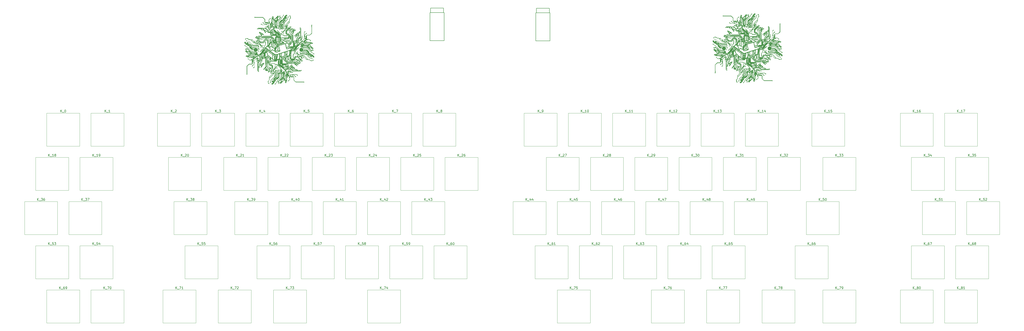
<source format=gbr>
G04 #@! TF.GenerationSoftware,KiCad,Pcbnew,8.0.1*
G04 #@! TF.CreationDate,2024-04-01T00:03:47+00:00*
G04 #@! TF.ProjectId,SplitSync,53706c69-7453-4796-9e63-2e6b69636164,rev?*
G04 #@! TF.SameCoordinates,Original*
G04 #@! TF.FileFunction,Legend,Top*
G04 #@! TF.FilePolarity,Positive*
%FSLAX46Y46*%
G04 Gerber Fmt 4.6, Leading zero omitted, Abs format (unit mm)*
G04 Created by KiCad (PCBNEW 8.0.1) date 2024-04-01 00:03:47*
%MOMM*%
%LPD*%
G01*
G04 APERTURE LIST*
%ADD10C,0.150000*%
%ADD11C,0.120000*%
%ADD12C,0.000000*%
G04 APERTURE END LIST*
D10*
X429921012Y-147294819D02*
X429921012Y-146294819D01*
X430492440Y-147294819D02*
X430063869Y-146723390D01*
X430492440Y-146294819D02*
X429921012Y-146866247D01*
X430682917Y-147390057D02*
X431444821Y-147390057D01*
X432206726Y-147294819D02*
X431635298Y-147294819D01*
X431921012Y-147294819D02*
X431921012Y-146294819D01*
X431921012Y-146294819D02*
X431825774Y-146437676D01*
X431825774Y-146437676D02*
X431730536Y-146532914D01*
X431730536Y-146532914D02*
X431635298Y-146580533D01*
X433111488Y-146294819D02*
X432635298Y-146294819D01*
X432635298Y-146294819D02*
X432587679Y-146771009D01*
X432587679Y-146771009D02*
X432635298Y-146723390D01*
X432635298Y-146723390D02*
X432730536Y-146675771D01*
X432730536Y-146675771D02*
X432968631Y-146675771D01*
X432968631Y-146675771D02*
X433063869Y-146723390D01*
X433063869Y-146723390D02*
X433111488Y-146771009D01*
X433111488Y-146771009D02*
X433159107Y-146866247D01*
X433159107Y-146866247D02*
X433159107Y-147104342D01*
X433159107Y-147104342D02*
X433111488Y-147199580D01*
X433111488Y-147199580D02*
X433063869Y-147247200D01*
X433063869Y-147247200D02*
X432968631Y-147294819D01*
X432968631Y-147294819D02*
X432730536Y-147294819D01*
X432730536Y-147294819D02*
X432635298Y-147247200D01*
X432635298Y-147247200D02*
X432587679Y-147199580D01*
X434683512Y-223494819D02*
X434683512Y-222494819D01*
X435254940Y-223494819D02*
X434826369Y-222923390D01*
X435254940Y-222494819D02*
X434683512Y-223066247D01*
X435445417Y-223590057D02*
X436207321Y-223590057D01*
X436350179Y-222494819D02*
X437016845Y-222494819D01*
X437016845Y-222494819D02*
X436588274Y-223494819D01*
X437445417Y-223494819D02*
X437635893Y-223494819D01*
X437635893Y-223494819D02*
X437731131Y-223447200D01*
X437731131Y-223447200D02*
X437778750Y-223399580D01*
X437778750Y-223399580D02*
X437873988Y-223256723D01*
X437873988Y-223256723D02*
X437921607Y-223066247D01*
X437921607Y-223066247D02*
X437921607Y-222685295D01*
X437921607Y-222685295D02*
X437873988Y-222590057D01*
X437873988Y-222590057D02*
X437826369Y-222542438D01*
X437826369Y-222542438D02*
X437731131Y-222494819D01*
X437731131Y-222494819D02*
X437540655Y-222494819D01*
X437540655Y-222494819D02*
X437445417Y-222542438D01*
X437445417Y-222542438D02*
X437397798Y-222590057D01*
X437397798Y-222590057D02*
X437350179Y-222685295D01*
X437350179Y-222685295D02*
X437350179Y-222923390D01*
X437350179Y-222923390D02*
X437397798Y-223018628D01*
X437397798Y-223018628D02*
X437445417Y-223066247D01*
X437445417Y-223066247D02*
X437540655Y-223113866D01*
X437540655Y-223113866D02*
X437731131Y-223113866D01*
X437731131Y-223113866D02*
X437826369Y-223066247D01*
X437826369Y-223066247D02*
X437873988Y-223018628D01*
X437873988Y-223018628D02*
X437921607Y-222923390D01*
X408489762Y-223494819D02*
X408489762Y-222494819D01*
X409061190Y-223494819D02*
X408632619Y-222923390D01*
X409061190Y-222494819D02*
X408489762Y-223066247D01*
X409251667Y-223590057D02*
X410013571Y-223590057D01*
X410156429Y-222494819D02*
X410823095Y-222494819D01*
X410823095Y-222494819D02*
X410394524Y-223494819D01*
X411346905Y-222923390D02*
X411251667Y-222875771D01*
X411251667Y-222875771D02*
X411204048Y-222828152D01*
X411204048Y-222828152D02*
X411156429Y-222732914D01*
X411156429Y-222732914D02*
X411156429Y-222685295D01*
X411156429Y-222685295D02*
X411204048Y-222590057D01*
X411204048Y-222590057D02*
X411251667Y-222542438D01*
X411251667Y-222542438D02*
X411346905Y-222494819D01*
X411346905Y-222494819D02*
X411537381Y-222494819D01*
X411537381Y-222494819D02*
X411632619Y-222542438D01*
X411632619Y-222542438D02*
X411680238Y-222590057D01*
X411680238Y-222590057D02*
X411727857Y-222685295D01*
X411727857Y-222685295D02*
X411727857Y-222732914D01*
X411727857Y-222732914D02*
X411680238Y-222828152D01*
X411680238Y-222828152D02*
X411632619Y-222875771D01*
X411632619Y-222875771D02*
X411537381Y-222923390D01*
X411537381Y-222923390D02*
X411346905Y-222923390D01*
X411346905Y-222923390D02*
X411251667Y-222971009D01*
X411251667Y-222971009D02*
X411204048Y-223018628D01*
X411204048Y-223018628D02*
X411156429Y-223113866D01*
X411156429Y-223113866D02*
X411156429Y-223304342D01*
X411156429Y-223304342D02*
X411204048Y-223399580D01*
X411204048Y-223399580D02*
X411251667Y-223447200D01*
X411251667Y-223447200D02*
X411346905Y-223494819D01*
X411346905Y-223494819D02*
X411537381Y-223494819D01*
X411537381Y-223494819D02*
X411632619Y-223447200D01*
X411632619Y-223447200D02*
X411680238Y-223399580D01*
X411680238Y-223399580D02*
X411727857Y-223304342D01*
X411727857Y-223304342D02*
X411727857Y-223113866D01*
X411727857Y-223113866D02*
X411680238Y-223018628D01*
X411680238Y-223018628D02*
X411632619Y-222971009D01*
X411632619Y-222971009D02*
X411537381Y-222923390D01*
X384677262Y-223494819D02*
X384677262Y-222494819D01*
X385248690Y-223494819D02*
X384820119Y-222923390D01*
X385248690Y-222494819D02*
X384677262Y-223066247D01*
X385439167Y-223590057D02*
X386201071Y-223590057D01*
X386343929Y-222494819D02*
X387010595Y-222494819D01*
X387010595Y-222494819D02*
X386582024Y-223494819D01*
X387296310Y-222494819D02*
X387962976Y-222494819D01*
X387962976Y-222494819D02*
X387534405Y-223494819D01*
X360864762Y-223494819D02*
X360864762Y-222494819D01*
X361436190Y-223494819D02*
X361007619Y-222923390D01*
X361436190Y-222494819D02*
X360864762Y-223066247D01*
X361626667Y-223590057D02*
X362388571Y-223590057D01*
X362531429Y-222494819D02*
X363198095Y-222494819D01*
X363198095Y-222494819D02*
X362769524Y-223494819D01*
X364007619Y-222494819D02*
X363817143Y-222494819D01*
X363817143Y-222494819D02*
X363721905Y-222542438D01*
X363721905Y-222542438D02*
X363674286Y-222590057D01*
X363674286Y-222590057D02*
X363579048Y-222732914D01*
X363579048Y-222732914D02*
X363531429Y-222923390D01*
X363531429Y-222923390D02*
X363531429Y-223304342D01*
X363531429Y-223304342D02*
X363579048Y-223399580D01*
X363579048Y-223399580D02*
X363626667Y-223447200D01*
X363626667Y-223447200D02*
X363721905Y-223494819D01*
X363721905Y-223494819D02*
X363912381Y-223494819D01*
X363912381Y-223494819D02*
X364007619Y-223447200D01*
X364007619Y-223447200D02*
X364055238Y-223399580D01*
X364055238Y-223399580D02*
X364102857Y-223304342D01*
X364102857Y-223304342D02*
X364102857Y-223066247D01*
X364102857Y-223066247D02*
X364055238Y-222971009D01*
X364055238Y-222971009D02*
X364007619Y-222923390D01*
X364007619Y-222923390D02*
X363912381Y-222875771D01*
X363912381Y-222875771D02*
X363721905Y-222875771D01*
X363721905Y-222875771D02*
X363626667Y-222923390D01*
X363626667Y-222923390D02*
X363579048Y-222971009D01*
X363579048Y-222971009D02*
X363531429Y-223066247D01*
X320383512Y-223494819D02*
X320383512Y-222494819D01*
X320954940Y-223494819D02*
X320526369Y-222923390D01*
X320954940Y-222494819D02*
X320383512Y-223066247D01*
X321145417Y-223590057D02*
X321907321Y-223590057D01*
X322050179Y-222494819D02*
X322716845Y-222494819D01*
X322716845Y-222494819D02*
X322288274Y-223494819D01*
X323573988Y-222494819D02*
X323097798Y-222494819D01*
X323097798Y-222494819D02*
X323050179Y-222971009D01*
X323050179Y-222971009D02*
X323097798Y-222923390D01*
X323097798Y-222923390D02*
X323193036Y-222875771D01*
X323193036Y-222875771D02*
X323431131Y-222875771D01*
X323431131Y-222875771D02*
X323526369Y-222923390D01*
X323526369Y-222923390D02*
X323573988Y-222971009D01*
X323573988Y-222971009D02*
X323621607Y-223066247D01*
X323621607Y-223066247D02*
X323621607Y-223304342D01*
X323621607Y-223304342D02*
X323573988Y-223399580D01*
X323573988Y-223399580D02*
X323526369Y-223447200D01*
X323526369Y-223447200D02*
X323431131Y-223494819D01*
X323431131Y-223494819D02*
X323193036Y-223494819D01*
X323193036Y-223494819D02*
X323097798Y-223447200D01*
X323097798Y-223447200D02*
X323050179Y-223399580D01*
X238721262Y-223494819D02*
X238721262Y-222494819D01*
X239292690Y-223494819D02*
X238864119Y-222923390D01*
X239292690Y-222494819D02*
X238721262Y-223066247D01*
X239483167Y-223590057D02*
X240245071Y-223590057D01*
X240387929Y-222494819D02*
X241054595Y-222494819D01*
X241054595Y-222494819D02*
X240626024Y-223494819D01*
X241864119Y-222828152D02*
X241864119Y-223494819D01*
X241626024Y-222447200D02*
X241387929Y-223161485D01*
X241387929Y-223161485D02*
X242006976Y-223161485D01*
X198240012Y-223494819D02*
X198240012Y-222494819D01*
X198811440Y-223494819D02*
X198382869Y-222923390D01*
X198811440Y-222494819D02*
X198240012Y-223066247D01*
X199001917Y-223590057D02*
X199763821Y-223590057D01*
X199906679Y-222494819D02*
X200573345Y-222494819D01*
X200573345Y-222494819D02*
X200144774Y-223494819D01*
X200859060Y-222494819D02*
X201478107Y-222494819D01*
X201478107Y-222494819D02*
X201144774Y-222875771D01*
X201144774Y-222875771D02*
X201287631Y-222875771D01*
X201287631Y-222875771D02*
X201382869Y-222923390D01*
X201382869Y-222923390D02*
X201430488Y-222971009D01*
X201430488Y-222971009D02*
X201478107Y-223066247D01*
X201478107Y-223066247D02*
X201478107Y-223304342D01*
X201478107Y-223304342D02*
X201430488Y-223399580D01*
X201430488Y-223399580D02*
X201382869Y-223447200D01*
X201382869Y-223447200D02*
X201287631Y-223494819D01*
X201287631Y-223494819D02*
X201001917Y-223494819D01*
X201001917Y-223494819D02*
X200906679Y-223447200D01*
X200906679Y-223447200D02*
X200859060Y-223399580D01*
X174427512Y-223494819D02*
X174427512Y-222494819D01*
X174998940Y-223494819D02*
X174570369Y-222923390D01*
X174998940Y-222494819D02*
X174427512Y-223066247D01*
X175189417Y-223590057D02*
X175951321Y-223590057D01*
X176094179Y-222494819D02*
X176760845Y-222494819D01*
X176760845Y-222494819D02*
X176332274Y-223494819D01*
X177094179Y-222590057D02*
X177141798Y-222542438D01*
X177141798Y-222542438D02*
X177237036Y-222494819D01*
X177237036Y-222494819D02*
X177475131Y-222494819D01*
X177475131Y-222494819D02*
X177570369Y-222542438D01*
X177570369Y-222542438D02*
X177617988Y-222590057D01*
X177617988Y-222590057D02*
X177665607Y-222685295D01*
X177665607Y-222685295D02*
X177665607Y-222780533D01*
X177665607Y-222780533D02*
X177617988Y-222923390D01*
X177617988Y-222923390D02*
X177046560Y-223494819D01*
X177046560Y-223494819D02*
X177665607Y-223494819D01*
X150615012Y-223494819D02*
X150615012Y-222494819D01*
X151186440Y-223494819D02*
X150757869Y-222923390D01*
X151186440Y-222494819D02*
X150615012Y-223066247D01*
X151376917Y-223590057D02*
X152138821Y-223590057D01*
X152281679Y-222494819D02*
X152948345Y-222494819D01*
X152948345Y-222494819D02*
X152519774Y-223494819D01*
X153853107Y-223494819D02*
X153281679Y-223494819D01*
X153567393Y-223494819D02*
X153567393Y-222494819D01*
X153567393Y-222494819D02*
X153472155Y-222637676D01*
X153472155Y-222637676D02*
X153376917Y-222732914D01*
X153376917Y-222732914D02*
X153281679Y-222780533D01*
X422777262Y-204444819D02*
X422777262Y-203444819D01*
X423348690Y-204444819D02*
X422920119Y-203873390D01*
X423348690Y-203444819D02*
X422777262Y-204016247D01*
X423539167Y-204540057D02*
X424301071Y-204540057D01*
X424967738Y-203444819D02*
X424777262Y-203444819D01*
X424777262Y-203444819D02*
X424682024Y-203492438D01*
X424682024Y-203492438D02*
X424634405Y-203540057D01*
X424634405Y-203540057D02*
X424539167Y-203682914D01*
X424539167Y-203682914D02*
X424491548Y-203873390D01*
X424491548Y-203873390D02*
X424491548Y-204254342D01*
X424491548Y-204254342D02*
X424539167Y-204349580D01*
X424539167Y-204349580D02*
X424586786Y-204397200D01*
X424586786Y-204397200D02*
X424682024Y-204444819D01*
X424682024Y-204444819D02*
X424872500Y-204444819D01*
X424872500Y-204444819D02*
X424967738Y-204397200D01*
X424967738Y-204397200D02*
X425015357Y-204349580D01*
X425015357Y-204349580D02*
X425062976Y-204254342D01*
X425062976Y-204254342D02*
X425062976Y-204016247D01*
X425062976Y-204016247D02*
X425015357Y-203921009D01*
X425015357Y-203921009D02*
X424967738Y-203873390D01*
X424967738Y-203873390D02*
X424872500Y-203825771D01*
X424872500Y-203825771D02*
X424682024Y-203825771D01*
X424682024Y-203825771D02*
X424586786Y-203873390D01*
X424586786Y-203873390D02*
X424539167Y-203921009D01*
X424539167Y-203921009D02*
X424491548Y-204016247D01*
X425920119Y-203444819D02*
X425729643Y-203444819D01*
X425729643Y-203444819D02*
X425634405Y-203492438D01*
X425634405Y-203492438D02*
X425586786Y-203540057D01*
X425586786Y-203540057D02*
X425491548Y-203682914D01*
X425491548Y-203682914D02*
X425443929Y-203873390D01*
X425443929Y-203873390D02*
X425443929Y-204254342D01*
X425443929Y-204254342D02*
X425491548Y-204349580D01*
X425491548Y-204349580D02*
X425539167Y-204397200D01*
X425539167Y-204397200D02*
X425634405Y-204444819D01*
X425634405Y-204444819D02*
X425824881Y-204444819D01*
X425824881Y-204444819D02*
X425920119Y-204397200D01*
X425920119Y-204397200D02*
X425967738Y-204349580D01*
X425967738Y-204349580D02*
X426015357Y-204254342D01*
X426015357Y-204254342D02*
X426015357Y-204016247D01*
X426015357Y-204016247D02*
X425967738Y-203921009D01*
X425967738Y-203921009D02*
X425920119Y-203873390D01*
X425920119Y-203873390D02*
X425824881Y-203825771D01*
X425824881Y-203825771D02*
X425634405Y-203825771D01*
X425634405Y-203825771D02*
X425539167Y-203873390D01*
X425539167Y-203873390D02*
X425491548Y-203921009D01*
X425491548Y-203921009D02*
X425443929Y-204016247D01*
X160140012Y-204444819D02*
X160140012Y-203444819D01*
X160711440Y-204444819D02*
X160282869Y-203873390D01*
X160711440Y-203444819D02*
X160140012Y-204016247D01*
X160901917Y-204540057D02*
X161663821Y-204540057D01*
X162378107Y-203444819D02*
X161901917Y-203444819D01*
X161901917Y-203444819D02*
X161854298Y-203921009D01*
X161854298Y-203921009D02*
X161901917Y-203873390D01*
X161901917Y-203873390D02*
X161997155Y-203825771D01*
X161997155Y-203825771D02*
X162235250Y-203825771D01*
X162235250Y-203825771D02*
X162330488Y-203873390D01*
X162330488Y-203873390D02*
X162378107Y-203921009D01*
X162378107Y-203921009D02*
X162425726Y-204016247D01*
X162425726Y-204016247D02*
X162425726Y-204254342D01*
X162425726Y-204254342D02*
X162378107Y-204349580D01*
X162378107Y-204349580D02*
X162330488Y-204397200D01*
X162330488Y-204397200D02*
X162235250Y-204444819D01*
X162235250Y-204444819D02*
X161997155Y-204444819D01*
X161997155Y-204444819D02*
X161901917Y-204397200D01*
X161901917Y-204397200D02*
X161854298Y-204349580D01*
X163330488Y-203444819D02*
X162854298Y-203444819D01*
X162854298Y-203444819D02*
X162806679Y-203921009D01*
X162806679Y-203921009D02*
X162854298Y-203873390D01*
X162854298Y-203873390D02*
X162949536Y-203825771D01*
X162949536Y-203825771D02*
X163187631Y-203825771D01*
X163187631Y-203825771D02*
X163282869Y-203873390D01*
X163282869Y-203873390D02*
X163330488Y-203921009D01*
X163330488Y-203921009D02*
X163378107Y-204016247D01*
X163378107Y-204016247D02*
X163378107Y-204254342D01*
X163378107Y-204254342D02*
X163330488Y-204349580D01*
X163330488Y-204349580D02*
X163282869Y-204397200D01*
X163282869Y-204397200D02*
X163187631Y-204444819D01*
X163187631Y-204444819D02*
X162949536Y-204444819D01*
X162949536Y-204444819D02*
X162854298Y-204397200D01*
X162854298Y-204397200D02*
X162806679Y-204349580D01*
X427539762Y-185394819D02*
X427539762Y-184394819D01*
X428111190Y-185394819D02*
X427682619Y-184823390D01*
X428111190Y-184394819D02*
X427539762Y-184966247D01*
X428301667Y-185490057D02*
X429063571Y-185490057D01*
X429777857Y-184394819D02*
X429301667Y-184394819D01*
X429301667Y-184394819D02*
X429254048Y-184871009D01*
X429254048Y-184871009D02*
X429301667Y-184823390D01*
X429301667Y-184823390D02*
X429396905Y-184775771D01*
X429396905Y-184775771D02*
X429635000Y-184775771D01*
X429635000Y-184775771D02*
X429730238Y-184823390D01*
X429730238Y-184823390D02*
X429777857Y-184871009D01*
X429777857Y-184871009D02*
X429825476Y-184966247D01*
X429825476Y-184966247D02*
X429825476Y-185204342D01*
X429825476Y-185204342D02*
X429777857Y-185299580D01*
X429777857Y-185299580D02*
X429730238Y-185347200D01*
X429730238Y-185347200D02*
X429635000Y-185394819D01*
X429635000Y-185394819D02*
X429396905Y-185394819D01*
X429396905Y-185394819D02*
X429301667Y-185347200D01*
X429301667Y-185347200D02*
X429254048Y-185299580D01*
X430444524Y-184394819D02*
X430539762Y-184394819D01*
X430539762Y-184394819D02*
X430635000Y-184442438D01*
X430635000Y-184442438D02*
X430682619Y-184490057D01*
X430682619Y-184490057D02*
X430730238Y-184585295D01*
X430730238Y-184585295D02*
X430777857Y-184775771D01*
X430777857Y-184775771D02*
X430777857Y-185013866D01*
X430777857Y-185013866D02*
X430730238Y-185204342D01*
X430730238Y-185204342D02*
X430682619Y-185299580D01*
X430682619Y-185299580D02*
X430635000Y-185347200D01*
X430635000Y-185347200D02*
X430539762Y-185394819D01*
X430539762Y-185394819D02*
X430444524Y-185394819D01*
X430444524Y-185394819D02*
X430349286Y-185347200D01*
X430349286Y-185347200D02*
X430301667Y-185299580D01*
X430301667Y-185299580D02*
X430254048Y-185204342D01*
X430254048Y-185204342D02*
X430206429Y-185013866D01*
X430206429Y-185013866D02*
X430206429Y-184775771D01*
X430206429Y-184775771D02*
X430254048Y-184585295D01*
X430254048Y-184585295D02*
X430301667Y-184490057D01*
X430301667Y-184490057D02*
X430349286Y-184442438D01*
X430349286Y-184442438D02*
X430444524Y-184394819D01*
X155377512Y-185394819D02*
X155377512Y-184394819D01*
X155948940Y-185394819D02*
X155520369Y-184823390D01*
X155948940Y-184394819D02*
X155377512Y-184966247D01*
X156139417Y-185490057D02*
X156901321Y-185490057D01*
X157044179Y-184394819D02*
X157663226Y-184394819D01*
X157663226Y-184394819D02*
X157329893Y-184775771D01*
X157329893Y-184775771D02*
X157472750Y-184775771D01*
X157472750Y-184775771D02*
X157567988Y-184823390D01*
X157567988Y-184823390D02*
X157615607Y-184871009D01*
X157615607Y-184871009D02*
X157663226Y-184966247D01*
X157663226Y-184966247D02*
X157663226Y-185204342D01*
X157663226Y-185204342D02*
X157615607Y-185299580D01*
X157615607Y-185299580D02*
X157567988Y-185347200D01*
X157567988Y-185347200D02*
X157472750Y-185394819D01*
X157472750Y-185394819D02*
X157187036Y-185394819D01*
X157187036Y-185394819D02*
X157091798Y-185347200D01*
X157091798Y-185347200D02*
X157044179Y-185299580D01*
X158234655Y-184823390D02*
X158139417Y-184775771D01*
X158139417Y-184775771D02*
X158091798Y-184728152D01*
X158091798Y-184728152D02*
X158044179Y-184632914D01*
X158044179Y-184632914D02*
X158044179Y-184585295D01*
X158044179Y-184585295D02*
X158091798Y-184490057D01*
X158091798Y-184490057D02*
X158139417Y-184442438D01*
X158139417Y-184442438D02*
X158234655Y-184394819D01*
X158234655Y-184394819D02*
X158425131Y-184394819D01*
X158425131Y-184394819D02*
X158520369Y-184442438D01*
X158520369Y-184442438D02*
X158567988Y-184490057D01*
X158567988Y-184490057D02*
X158615607Y-184585295D01*
X158615607Y-184585295D02*
X158615607Y-184632914D01*
X158615607Y-184632914D02*
X158567988Y-184728152D01*
X158567988Y-184728152D02*
X158520369Y-184775771D01*
X158520369Y-184775771D02*
X158425131Y-184823390D01*
X158425131Y-184823390D02*
X158234655Y-184823390D01*
X158234655Y-184823390D02*
X158139417Y-184871009D01*
X158139417Y-184871009D02*
X158091798Y-184918628D01*
X158091798Y-184918628D02*
X158044179Y-185013866D01*
X158044179Y-185013866D02*
X158044179Y-185204342D01*
X158044179Y-185204342D02*
X158091798Y-185299580D01*
X158091798Y-185299580D02*
X158139417Y-185347200D01*
X158139417Y-185347200D02*
X158234655Y-185394819D01*
X158234655Y-185394819D02*
X158425131Y-185394819D01*
X158425131Y-185394819D02*
X158520369Y-185347200D01*
X158520369Y-185347200D02*
X158567988Y-185299580D01*
X158567988Y-185299580D02*
X158615607Y-185204342D01*
X158615607Y-185204342D02*
X158615607Y-185013866D01*
X158615607Y-185013866D02*
X158567988Y-184918628D01*
X158567988Y-184918628D02*
X158520369Y-184871009D01*
X158520369Y-184871009D02*
X158425131Y-184823390D01*
X434683512Y-166344819D02*
X434683512Y-165344819D01*
X435254940Y-166344819D02*
X434826369Y-165773390D01*
X435254940Y-165344819D02*
X434683512Y-165916247D01*
X435445417Y-166440057D02*
X436207321Y-166440057D01*
X436350179Y-165344819D02*
X436969226Y-165344819D01*
X436969226Y-165344819D02*
X436635893Y-165725771D01*
X436635893Y-165725771D02*
X436778750Y-165725771D01*
X436778750Y-165725771D02*
X436873988Y-165773390D01*
X436873988Y-165773390D02*
X436921607Y-165821009D01*
X436921607Y-165821009D02*
X436969226Y-165916247D01*
X436969226Y-165916247D02*
X436969226Y-166154342D01*
X436969226Y-166154342D02*
X436921607Y-166249580D01*
X436921607Y-166249580D02*
X436873988Y-166297200D01*
X436873988Y-166297200D02*
X436778750Y-166344819D01*
X436778750Y-166344819D02*
X436493036Y-166344819D01*
X436493036Y-166344819D02*
X436397798Y-166297200D01*
X436397798Y-166297200D02*
X436350179Y-166249580D01*
X437302560Y-165344819D02*
X437921607Y-165344819D01*
X437921607Y-165344819D02*
X437588274Y-165725771D01*
X437588274Y-165725771D02*
X437731131Y-165725771D01*
X437731131Y-165725771D02*
X437826369Y-165773390D01*
X437826369Y-165773390D02*
X437873988Y-165821009D01*
X437873988Y-165821009D02*
X437921607Y-165916247D01*
X437921607Y-165916247D02*
X437921607Y-166154342D01*
X437921607Y-166154342D02*
X437873988Y-166249580D01*
X437873988Y-166249580D02*
X437826369Y-166297200D01*
X437826369Y-166297200D02*
X437731131Y-166344819D01*
X437731131Y-166344819D02*
X437445417Y-166344819D01*
X437445417Y-166344819D02*
X437350179Y-166297200D01*
X437350179Y-166297200D02*
X437302560Y-166249580D01*
X152996262Y-166344819D02*
X152996262Y-165344819D01*
X153567690Y-166344819D02*
X153139119Y-165773390D01*
X153567690Y-165344819D02*
X152996262Y-165916247D01*
X153758167Y-166440057D02*
X154520071Y-166440057D01*
X154710548Y-165440057D02*
X154758167Y-165392438D01*
X154758167Y-165392438D02*
X154853405Y-165344819D01*
X154853405Y-165344819D02*
X155091500Y-165344819D01*
X155091500Y-165344819D02*
X155186738Y-165392438D01*
X155186738Y-165392438D02*
X155234357Y-165440057D01*
X155234357Y-165440057D02*
X155281976Y-165535295D01*
X155281976Y-165535295D02*
X155281976Y-165630533D01*
X155281976Y-165630533D02*
X155234357Y-165773390D01*
X155234357Y-165773390D02*
X154662929Y-166344819D01*
X154662929Y-166344819D02*
X155281976Y-166344819D01*
X155901024Y-165344819D02*
X155996262Y-165344819D01*
X155996262Y-165344819D02*
X156091500Y-165392438D01*
X156091500Y-165392438D02*
X156139119Y-165440057D01*
X156139119Y-165440057D02*
X156186738Y-165535295D01*
X156186738Y-165535295D02*
X156234357Y-165725771D01*
X156234357Y-165725771D02*
X156234357Y-165963866D01*
X156234357Y-165963866D02*
X156186738Y-166154342D01*
X156186738Y-166154342D02*
X156139119Y-166249580D01*
X156139119Y-166249580D02*
X156091500Y-166297200D01*
X156091500Y-166297200D02*
X155996262Y-166344819D01*
X155996262Y-166344819D02*
X155901024Y-166344819D01*
X155901024Y-166344819D02*
X155805786Y-166297200D01*
X155805786Y-166297200D02*
X155758167Y-166249580D01*
X155758167Y-166249580D02*
X155710548Y-166154342D01*
X155710548Y-166154342D02*
X155662929Y-165963866D01*
X155662929Y-165963866D02*
X155662929Y-165725771D01*
X155662929Y-165725771D02*
X155710548Y-165535295D01*
X155710548Y-165535295D02*
X155758167Y-165440057D01*
X155758167Y-165440057D02*
X155805786Y-165392438D01*
X155805786Y-165392438D02*
X155901024Y-165344819D01*
X487071012Y-223494819D02*
X487071012Y-222494819D01*
X487642440Y-223494819D02*
X487213869Y-222923390D01*
X487642440Y-222494819D02*
X487071012Y-223066247D01*
X487832917Y-223590057D02*
X488594821Y-223590057D01*
X488975774Y-222923390D02*
X488880536Y-222875771D01*
X488880536Y-222875771D02*
X488832917Y-222828152D01*
X488832917Y-222828152D02*
X488785298Y-222732914D01*
X488785298Y-222732914D02*
X488785298Y-222685295D01*
X488785298Y-222685295D02*
X488832917Y-222590057D01*
X488832917Y-222590057D02*
X488880536Y-222542438D01*
X488880536Y-222542438D02*
X488975774Y-222494819D01*
X488975774Y-222494819D02*
X489166250Y-222494819D01*
X489166250Y-222494819D02*
X489261488Y-222542438D01*
X489261488Y-222542438D02*
X489309107Y-222590057D01*
X489309107Y-222590057D02*
X489356726Y-222685295D01*
X489356726Y-222685295D02*
X489356726Y-222732914D01*
X489356726Y-222732914D02*
X489309107Y-222828152D01*
X489309107Y-222828152D02*
X489261488Y-222875771D01*
X489261488Y-222875771D02*
X489166250Y-222923390D01*
X489166250Y-222923390D02*
X488975774Y-222923390D01*
X488975774Y-222923390D02*
X488880536Y-222971009D01*
X488880536Y-222971009D02*
X488832917Y-223018628D01*
X488832917Y-223018628D02*
X488785298Y-223113866D01*
X488785298Y-223113866D02*
X488785298Y-223304342D01*
X488785298Y-223304342D02*
X488832917Y-223399580D01*
X488832917Y-223399580D02*
X488880536Y-223447200D01*
X488880536Y-223447200D02*
X488975774Y-223494819D01*
X488975774Y-223494819D02*
X489166250Y-223494819D01*
X489166250Y-223494819D02*
X489261488Y-223447200D01*
X489261488Y-223447200D02*
X489309107Y-223399580D01*
X489309107Y-223399580D02*
X489356726Y-223304342D01*
X489356726Y-223304342D02*
X489356726Y-223113866D01*
X489356726Y-223113866D02*
X489309107Y-223018628D01*
X489309107Y-223018628D02*
X489261488Y-222971009D01*
X489261488Y-222971009D02*
X489166250Y-222923390D01*
X490309107Y-223494819D02*
X489737679Y-223494819D01*
X490023393Y-223494819D02*
X490023393Y-222494819D01*
X490023393Y-222494819D02*
X489928155Y-222637676D01*
X489928155Y-222637676D02*
X489832917Y-222732914D01*
X489832917Y-222732914D02*
X489737679Y-222780533D01*
X468021012Y-223494819D02*
X468021012Y-222494819D01*
X468592440Y-223494819D02*
X468163869Y-222923390D01*
X468592440Y-222494819D02*
X468021012Y-223066247D01*
X468782917Y-223590057D02*
X469544821Y-223590057D01*
X469925774Y-222923390D02*
X469830536Y-222875771D01*
X469830536Y-222875771D02*
X469782917Y-222828152D01*
X469782917Y-222828152D02*
X469735298Y-222732914D01*
X469735298Y-222732914D02*
X469735298Y-222685295D01*
X469735298Y-222685295D02*
X469782917Y-222590057D01*
X469782917Y-222590057D02*
X469830536Y-222542438D01*
X469830536Y-222542438D02*
X469925774Y-222494819D01*
X469925774Y-222494819D02*
X470116250Y-222494819D01*
X470116250Y-222494819D02*
X470211488Y-222542438D01*
X470211488Y-222542438D02*
X470259107Y-222590057D01*
X470259107Y-222590057D02*
X470306726Y-222685295D01*
X470306726Y-222685295D02*
X470306726Y-222732914D01*
X470306726Y-222732914D02*
X470259107Y-222828152D01*
X470259107Y-222828152D02*
X470211488Y-222875771D01*
X470211488Y-222875771D02*
X470116250Y-222923390D01*
X470116250Y-222923390D02*
X469925774Y-222923390D01*
X469925774Y-222923390D02*
X469830536Y-222971009D01*
X469830536Y-222971009D02*
X469782917Y-223018628D01*
X469782917Y-223018628D02*
X469735298Y-223113866D01*
X469735298Y-223113866D02*
X469735298Y-223304342D01*
X469735298Y-223304342D02*
X469782917Y-223399580D01*
X469782917Y-223399580D02*
X469830536Y-223447200D01*
X469830536Y-223447200D02*
X469925774Y-223494819D01*
X469925774Y-223494819D02*
X470116250Y-223494819D01*
X470116250Y-223494819D02*
X470211488Y-223447200D01*
X470211488Y-223447200D02*
X470259107Y-223399580D01*
X470259107Y-223399580D02*
X470306726Y-223304342D01*
X470306726Y-223304342D02*
X470306726Y-223113866D01*
X470306726Y-223113866D02*
X470259107Y-223018628D01*
X470259107Y-223018628D02*
X470211488Y-222971009D01*
X470211488Y-222971009D02*
X470116250Y-222923390D01*
X470925774Y-222494819D02*
X471021012Y-222494819D01*
X471021012Y-222494819D02*
X471116250Y-222542438D01*
X471116250Y-222542438D02*
X471163869Y-222590057D01*
X471163869Y-222590057D02*
X471211488Y-222685295D01*
X471211488Y-222685295D02*
X471259107Y-222875771D01*
X471259107Y-222875771D02*
X471259107Y-223113866D01*
X471259107Y-223113866D02*
X471211488Y-223304342D01*
X471211488Y-223304342D02*
X471163869Y-223399580D01*
X471163869Y-223399580D02*
X471116250Y-223447200D01*
X471116250Y-223447200D02*
X471021012Y-223494819D01*
X471021012Y-223494819D02*
X470925774Y-223494819D01*
X470925774Y-223494819D02*
X470830536Y-223447200D01*
X470830536Y-223447200D02*
X470782917Y-223399580D01*
X470782917Y-223399580D02*
X470735298Y-223304342D01*
X470735298Y-223304342D02*
X470687679Y-223113866D01*
X470687679Y-223113866D02*
X470687679Y-222875771D01*
X470687679Y-222875771D02*
X470735298Y-222685295D01*
X470735298Y-222685295D02*
X470782917Y-222590057D01*
X470782917Y-222590057D02*
X470830536Y-222542438D01*
X470830536Y-222542438D02*
X470925774Y-222494819D01*
X119658762Y-223494819D02*
X119658762Y-222494819D01*
X120230190Y-223494819D02*
X119801619Y-222923390D01*
X120230190Y-222494819D02*
X119658762Y-223066247D01*
X120420667Y-223590057D02*
X121182571Y-223590057D01*
X121325429Y-222494819D02*
X121992095Y-222494819D01*
X121992095Y-222494819D02*
X121563524Y-223494819D01*
X122563524Y-222494819D02*
X122658762Y-222494819D01*
X122658762Y-222494819D02*
X122754000Y-222542438D01*
X122754000Y-222542438D02*
X122801619Y-222590057D01*
X122801619Y-222590057D02*
X122849238Y-222685295D01*
X122849238Y-222685295D02*
X122896857Y-222875771D01*
X122896857Y-222875771D02*
X122896857Y-223113866D01*
X122896857Y-223113866D02*
X122849238Y-223304342D01*
X122849238Y-223304342D02*
X122801619Y-223399580D01*
X122801619Y-223399580D02*
X122754000Y-223447200D01*
X122754000Y-223447200D02*
X122658762Y-223494819D01*
X122658762Y-223494819D02*
X122563524Y-223494819D01*
X122563524Y-223494819D02*
X122468286Y-223447200D01*
X122468286Y-223447200D02*
X122420667Y-223399580D01*
X122420667Y-223399580D02*
X122373048Y-223304342D01*
X122373048Y-223304342D02*
X122325429Y-223113866D01*
X122325429Y-223113866D02*
X122325429Y-222875771D01*
X122325429Y-222875771D02*
X122373048Y-222685295D01*
X122373048Y-222685295D02*
X122420667Y-222590057D01*
X122420667Y-222590057D02*
X122468286Y-222542438D01*
X122468286Y-222542438D02*
X122563524Y-222494819D01*
X100608762Y-223494819D02*
X100608762Y-222494819D01*
X101180190Y-223494819D02*
X100751619Y-222923390D01*
X101180190Y-222494819D02*
X100608762Y-223066247D01*
X101370667Y-223590057D02*
X102132571Y-223590057D01*
X102799238Y-222494819D02*
X102608762Y-222494819D01*
X102608762Y-222494819D02*
X102513524Y-222542438D01*
X102513524Y-222542438D02*
X102465905Y-222590057D01*
X102465905Y-222590057D02*
X102370667Y-222732914D01*
X102370667Y-222732914D02*
X102323048Y-222923390D01*
X102323048Y-222923390D02*
X102323048Y-223304342D01*
X102323048Y-223304342D02*
X102370667Y-223399580D01*
X102370667Y-223399580D02*
X102418286Y-223447200D01*
X102418286Y-223447200D02*
X102513524Y-223494819D01*
X102513524Y-223494819D02*
X102704000Y-223494819D01*
X102704000Y-223494819D02*
X102799238Y-223447200D01*
X102799238Y-223447200D02*
X102846857Y-223399580D01*
X102846857Y-223399580D02*
X102894476Y-223304342D01*
X102894476Y-223304342D02*
X102894476Y-223066247D01*
X102894476Y-223066247D02*
X102846857Y-222971009D01*
X102846857Y-222971009D02*
X102799238Y-222923390D01*
X102799238Y-222923390D02*
X102704000Y-222875771D01*
X102704000Y-222875771D02*
X102513524Y-222875771D01*
X102513524Y-222875771D02*
X102418286Y-222923390D01*
X102418286Y-222923390D02*
X102370667Y-222971009D01*
X102370667Y-222971009D02*
X102323048Y-223066247D01*
X103370667Y-223494819D02*
X103561143Y-223494819D01*
X103561143Y-223494819D02*
X103656381Y-223447200D01*
X103656381Y-223447200D02*
X103704000Y-223399580D01*
X103704000Y-223399580D02*
X103799238Y-223256723D01*
X103799238Y-223256723D02*
X103846857Y-223066247D01*
X103846857Y-223066247D02*
X103846857Y-222685295D01*
X103846857Y-222685295D02*
X103799238Y-222590057D01*
X103799238Y-222590057D02*
X103751619Y-222542438D01*
X103751619Y-222542438D02*
X103656381Y-222494819D01*
X103656381Y-222494819D02*
X103465905Y-222494819D01*
X103465905Y-222494819D02*
X103370667Y-222542438D01*
X103370667Y-222542438D02*
X103323048Y-222590057D01*
X103323048Y-222590057D02*
X103275429Y-222685295D01*
X103275429Y-222685295D02*
X103275429Y-222923390D01*
X103275429Y-222923390D02*
X103323048Y-223018628D01*
X103323048Y-223018628D02*
X103370667Y-223066247D01*
X103370667Y-223066247D02*
X103465905Y-223113866D01*
X103465905Y-223113866D02*
X103656381Y-223113866D01*
X103656381Y-223113866D02*
X103751619Y-223066247D01*
X103751619Y-223066247D02*
X103799238Y-223018628D01*
X103799238Y-223018628D02*
X103846857Y-222923390D01*
X491833512Y-204444819D02*
X491833512Y-203444819D01*
X492404940Y-204444819D02*
X491976369Y-203873390D01*
X492404940Y-203444819D02*
X491833512Y-204016247D01*
X492595417Y-204540057D02*
X493357321Y-204540057D01*
X494023988Y-203444819D02*
X493833512Y-203444819D01*
X493833512Y-203444819D02*
X493738274Y-203492438D01*
X493738274Y-203492438D02*
X493690655Y-203540057D01*
X493690655Y-203540057D02*
X493595417Y-203682914D01*
X493595417Y-203682914D02*
X493547798Y-203873390D01*
X493547798Y-203873390D02*
X493547798Y-204254342D01*
X493547798Y-204254342D02*
X493595417Y-204349580D01*
X493595417Y-204349580D02*
X493643036Y-204397200D01*
X493643036Y-204397200D02*
X493738274Y-204444819D01*
X493738274Y-204444819D02*
X493928750Y-204444819D01*
X493928750Y-204444819D02*
X494023988Y-204397200D01*
X494023988Y-204397200D02*
X494071607Y-204349580D01*
X494071607Y-204349580D02*
X494119226Y-204254342D01*
X494119226Y-204254342D02*
X494119226Y-204016247D01*
X494119226Y-204016247D02*
X494071607Y-203921009D01*
X494071607Y-203921009D02*
X494023988Y-203873390D01*
X494023988Y-203873390D02*
X493928750Y-203825771D01*
X493928750Y-203825771D02*
X493738274Y-203825771D01*
X493738274Y-203825771D02*
X493643036Y-203873390D01*
X493643036Y-203873390D02*
X493595417Y-203921009D01*
X493595417Y-203921009D02*
X493547798Y-204016247D01*
X494690655Y-203873390D02*
X494595417Y-203825771D01*
X494595417Y-203825771D02*
X494547798Y-203778152D01*
X494547798Y-203778152D02*
X494500179Y-203682914D01*
X494500179Y-203682914D02*
X494500179Y-203635295D01*
X494500179Y-203635295D02*
X494547798Y-203540057D01*
X494547798Y-203540057D02*
X494595417Y-203492438D01*
X494595417Y-203492438D02*
X494690655Y-203444819D01*
X494690655Y-203444819D02*
X494881131Y-203444819D01*
X494881131Y-203444819D02*
X494976369Y-203492438D01*
X494976369Y-203492438D02*
X495023988Y-203540057D01*
X495023988Y-203540057D02*
X495071607Y-203635295D01*
X495071607Y-203635295D02*
X495071607Y-203682914D01*
X495071607Y-203682914D02*
X495023988Y-203778152D01*
X495023988Y-203778152D02*
X494976369Y-203825771D01*
X494976369Y-203825771D02*
X494881131Y-203873390D01*
X494881131Y-203873390D02*
X494690655Y-203873390D01*
X494690655Y-203873390D02*
X494595417Y-203921009D01*
X494595417Y-203921009D02*
X494547798Y-203968628D01*
X494547798Y-203968628D02*
X494500179Y-204063866D01*
X494500179Y-204063866D02*
X494500179Y-204254342D01*
X494500179Y-204254342D02*
X494547798Y-204349580D01*
X494547798Y-204349580D02*
X494595417Y-204397200D01*
X494595417Y-204397200D02*
X494690655Y-204444819D01*
X494690655Y-204444819D02*
X494881131Y-204444819D01*
X494881131Y-204444819D02*
X494976369Y-204397200D01*
X494976369Y-204397200D02*
X495023988Y-204349580D01*
X495023988Y-204349580D02*
X495071607Y-204254342D01*
X495071607Y-204254342D02*
X495071607Y-204063866D01*
X495071607Y-204063866D02*
X495023988Y-203968628D01*
X495023988Y-203968628D02*
X494976369Y-203921009D01*
X494976369Y-203921009D02*
X494881131Y-203873390D01*
X472783512Y-204444819D02*
X472783512Y-203444819D01*
X473354940Y-204444819D02*
X472926369Y-203873390D01*
X473354940Y-203444819D02*
X472783512Y-204016247D01*
X473545417Y-204540057D02*
X474307321Y-204540057D01*
X474973988Y-203444819D02*
X474783512Y-203444819D01*
X474783512Y-203444819D02*
X474688274Y-203492438D01*
X474688274Y-203492438D02*
X474640655Y-203540057D01*
X474640655Y-203540057D02*
X474545417Y-203682914D01*
X474545417Y-203682914D02*
X474497798Y-203873390D01*
X474497798Y-203873390D02*
X474497798Y-204254342D01*
X474497798Y-204254342D02*
X474545417Y-204349580D01*
X474545417Y-204349580D02*
X474593036Y-204397200D01*
X474593036Y-204397200D02*
X474688274Y-204444819D01*
X474688274Y-204444819D02*
X474878750Y-204444819D01*
X474878750Y-204444819D02*
X474973988Y-204397200D01*
X474973988Y-204397200D02*
X475021607Y-204349580D01*
X475021607Y-204349580D02*
X475069226Y-204254342D01*
X475069226Y-204254342D02*
X475069226Y-204016247D01*
X475069226Y-204016247D02*
X475021607Y-203921009D01*
X475021607Y-203921009D02*
X474973988Y-203873390D01*
X474973988Y-203873390D02*
X474878750Y-203825771D01*
X474878750Y-203825771D02*
X474688274Y-203825771D01*
X474688274Y-203825771D02*
X474593036Y-203873390D01*
X474593036Y-203873390D02*
X474545417Y-203921009D01*
X474545417Y-203921009D02*
X474497798Y-204016247D01*
X475402560Y-203444819D02*
X476069226Y-203444819D01*
X476069226Y-203444819D02*
X475640655Y-204444819D01*
X387058512Y-204444819D02*
X387058512Y-203444819D01*
X387629940Y-204444819D02*
X387201369Y-203873390D01*
X387629940Y-203444819D02*
X387058512Y-204016247D01*
X387820417Y-204540057D02*
X388582321Y-204540057D01*
X389248988Y-203444819D02*
X389058512Y-203444819D01*
X389058512Y-203444819D02*
X388963274Y-203492438D01*
X388963274Y-203492438D02*
X388915655Y-203540057D01*
X388915655Y-203540057D02*
X388820417Y-203682914D01*
X388820417Y-203682914D02*
X388772798Y-203873390D01*
X388772798Y-203873390D02*
X388772798Y-204254342D01*
X388772798Y-204254342D02*
X388820417Y-204349580D01*
X388820417Y-204349580D02*
X388868036Y-204397200D01*
X388868036Y-204397200D02*
X388963274Y-204444819D01*
X388963274Y-204444819D02*
X389153750Y-204444819D01*
X389153750Y-204444819D02*
X389248988Y-204397200D01*
X389248988Y-204397200D02*
X389296607Y-204349580D01*
X389296607Y-204349580D02*
X389344226Y-204254342D01*
X389344226Y-204254342D02*
X389344226Y-204016247D01*
X389344226Y-204016247D02*
X389296607Y-203921009D01*
X389296607Y-203921009D02*
X389248988Y-203873390D01*
X389248988Y-203873390D02*
X389153750Y-203825771D01*
X389153750Y-203825771D02*
X388963274Y-203825771D01*
X388963274Y-203825771D02*
X388868036Y-203873390D01*
X388868036Y-203873390D02*
X388820417Y-203921009D01*
X388820417Y-203921009D02*
X388772798Y-204016247D01*
X390248988Y-203444819D02*
X389772798Y-203444819D01*
X389772798Y-203444819D02*
X389725179Y-203921009D01*
X389725179Y-203921009D02*
X389772798Y-203873390D01*
X389772798Y-203873390D02*
X389868036Y-203825771D01*
X389868036Y-203825771D02*
X390106131Y-203825771D01*
X390106131Y-203825771D02*
X390201369Y-203873390D01*
X390201369Y-203873390D02*
X390248988Y-203921009D01*
X390248988Y-203921009D02*
X390296607Y-204016247D01*
X390296607Y-204016247D02*
X390296607Y-204254342D01*
X390296607Y-204254342D02*
X390248988Y-204349580D01*
X390248988Y-204349580D02*
X390201369Y-204397200D01*
X390201369Y-204397200D02*
X390106131Y-204444819D01*
X390106131Y-204444819D02*
X389868036Y-204444819D01*
X389868036Y-204444819D02*
X389772798Y-204397200D01*
X389772798Y-204397200D02*
X389725179Y-204349580D01*
X368008512Y-204444819D02*
X368008512Y-203444819D01*
X368579940Y-204444819D02*
X368151369Y-203873390D01*
X368579940Y-203444819D02*
X368008512Y-204016247D01*
X368770417Y-204540057D02*
X369532321Y-204540057D01*
X370198988Y-203444819D02*
X370008512Y-203444819D01*
X370008512Y-203444819D02*
X369913274Y-203492438D01*
X369913274Y-203492438D02*
X369865655Y-203540057D01*
X369865655Y-203540057D02*
X369770417Y-203682914D01*
X369770417Y-203682914D02*
X369722798Y-203873390D01*
X369722798Y-203873390D02*
X369722798Y-204254342D01*
X369722798Y-204254342D02*
X369770417Y-204349580D01*
X369770417Y-204349580D02*
X369818036Y-204397200D01*
X369818036Y-204397200D02*
X369913274Y-204444819D01*
X369913274Y-204444819D02*
X370103750Y-204444819D01*
X370103750Y-204444819D02*
X370198988Y-204397200D01*
X370198988Y-204397200D02*
X370246607Y-204349580D01*
X370246607Y-204349580D02*
X370294226Y-204254342D01*
X370294226Y-204254342D02*
X370294226Y-204016247D01*
X370294226Y-204016247D02*
X370246607Y-203921009D01*
X370246607Y-203921009D02*
X370198988Y-203873390D01*
X370198988Y-203873390D02*
X370103750Y-203825771D01*
X370103750Y-203825771D02*
X369913274Y-203825771D01*
X369913274Y-203825771D02*
X369818036Y-203873390D01*
X369818036Y-203873390D02*
X369770417Y-203921009D01*
X369770417Y-203921009D02*
X369722798Y-204016247D01*
X371151369Y-203778152D02*
X371151369Y-204444819D01*
X370913274Y-203397200D02*
X370675179Y-204111485D01*
X370675179Y-204111485D02*
X371294226Y-204111485D01*
X348958512Y-204444819D02*
X348958512Y-203444819D01*
X349529940Y-204444819D02*
X349101369Y-203873390D01*
X349529940Y-203444819D02*
X348958512Y-204016247D01*
X349720417Y-204540057D02*
X350482321Y-204540057D01*
X351148988Y-203444819D02*
X350958512Y-203444819D01*
X350958512Y-203444819D02*
X350863274Y-203492438D01*
X350863274Y-203492438D02*
X350815655Y-203540057D01*
X350815655Y-203540057D02*
X350720417Y-203682914D01*
X350720417Y-203682914D02*
X350672798Y-203873390D01*
X350672798Y-203873390D02*
X350672798Y-204254342D01*
X350672798Y-204254342D02*
X350720417Y-204349580D01*
X350720417Y-204349580D02*
X350768036Y-204397200D01*
X350768036Y-204397200D02*
X350863274Y-204444819D01*
X350863274Y-204444819D02*
X351053750Y-204444819D01*
X351053750Y-204444819D02*
X351148988Y-204397200D01*
X351148988Y-204397200D02*
X351196607Y-204349580D01*
X351196607Y-204349580D02*
X351244226Y-204254342D01*
X351244226Y-204254342D02*
X351244226Y-204016247D01*
X351244226Y-204016247D02*
X351196607Y-203921009D01*
X351196607Y-203921009D02*
X351148988Y-203873390D01*
X351148988Y-203873390D02*
X351053750Y-203825771D01*
X351053750Y-203825771D02*
X350863274Y-203825771D01*
X350863274Y-203825771D02*
X350768036Y-203873390D01*
X350768036Y-203873390D02*
X350720417Y-203921009D01*
X350720417Y-203921009D02*
X350672798Y-204016247D01*
X351577560Y-203444819D02*
X352196607Y-203444819D01*
X352196607Y-203444819D02*
X351863274Y-203825771D01*
X351863274Y-203825771D02*
X352006131Y-203825771D01*
X352006131Y-203825771D02*
X352101369Y-203873390D01*
X352101369Y-203873390D02*
X352148988Y-203921009D01*
X352148988Y-203921009D02*
X352196607Y-204016247D01*
X352196607Y-204016247D02*
X352196607Y-204254342D01*
X352196607Y-204254342D02*
X352148988Y-204349580D01*
X352148988Y-204349580D02*
X352101369Y-204397200D01*
X352101369Y-204397200D02*
X352006131Y-204444819D01*
X352006131Y-204444819D02*
X351720417Y-204444819D01*
X351720417Y-204444819D02*
X351625179Y-204397200D01*
X351625179Y-204397200D02*
X351577560Y-204349580D01*
X329908512Y-204444819D02*
X329908512Y-203444819D01*
X330479940Y-204444819D02*
X330051369Y-203873390D01*
X330479940Y-203444819D02*
X329908512Y-204016247D01*
X330670417Y-204540057D02*
X331432321Y-204540057D01*
X332098988Y-203444819D02*
X331908512Y-203444819D01*
X331908512Y-203444819D02*
X331813274Y-203492438D01*
X331813274Y-203492438D02*
X331765655Y-203540057D01*
X331765655Y-203540057D02*
X331670417Y-203682914D01*
X331670417Y-203682914D02*
X331622798Y-203873390D01*
X331622798Y-203873390D02*
X331622798Y-204254342D01*
X331622798Y-204254342D02*
X331670417Y-204349580D01*
X331670417Y-204349580D02*
X331718036Y-204397200D01*
X331718036Y-204397200D02*
X331813274Y-204444819D01*
X331813274Y-204444819D02*
X332003750Y-204444819D01*
X332003750Y-204444819D02*
X332098988Y-204397200D01*
X332098988Y-204397200D02*
X332146607Y-204349580D01*
X332146607Y-204349580D02*
X332194226Y-204254342D01*
X332194226Y-204254342D02*
X332194226Y-204016247D01*
X332194226Y-204016247D02*
X332146607Y-203921009D01*
X332146607Y-203921009D02*
X332098988Y-203873390D01*
X332098988Y-203873390D02*
X332003750Y-203825771D01*
X332003750Y-203825771D02*
X331813274Y-203825771D01*
X331813274Y-203825771D02*
X331718036Y-203873390D01*
X331718036Y-203873390D02*
X331670417Y-203921009D01*
X331670417Y-203921009D02*
X331622798Y-204016247D01*
X332575179Y-203540057D02*
X332622798Y-203492438D01*
X332622798Y-203492438D02*
X332718036Y-203444819D01*
X332718036Y-203444819D02*
X332956131Y-203444819D01*
X332956131Y-203444819D02*
X333051369Y-203492438D01*
X333051369Y-203492438D02*
X333098988Y-203540057D01*
X333098988Y-203540057D02*
X333146607Y-203635295D01*
X333146607Y-203635295D02*
X333146607Y-203730533D01*
X333146607Y-203730533D02*
X333098988Y-203873390D01*
X333098988Y-203873390D02*
X332527560Y-204444819D01*
X332527560Y-204444819D02*
X333146607Y-204444819D01*
X310858512Y-204444819D02*
X310858512Y-203444819D01*
X311429940Y-204444819D02*
X311001369Y-203873390D01*
X311429940Y-203444819D02*
X310858512Y-204016247D01*
X311620417Y-204540057D02*
X312382321Y-204540057D01*
X313048988Y-203444819D02*
X312858512Y-203444819D01*
X312858512Y-203444819D02*
X312763274Y-203492438D01*
X312763274Y-203492438D02*
X312715655Y-203540057D01*
X312715655Y-203540057D02*
X312620417Y-203682914D01*
X312620417Y-203682914D02*
X312572798Y-203873390D01*
X312572798Y-203873390D02*
X312572798Y-204254342D01*
X312572798Y-204254342D02*
X312620417Y-204349580D01*
X312620417Y-204349580D02*
X312668036Y-204397200D01*
X312668036Y-204397200D02*
X312763274Y-204444819D01*
X312763274Y-204444819D02*
X312953750Y-204444819D01*
X312953750Y-204444819D02*
X313048988Y-204397200D01*
X313048988Y-204397200D02*
X313096607Y-204349580D01*
X313096607Y-204349580D02*
X313144226Y-204254342D01*
X313144226Y-204254342D02*
X313144226Y-204016247D01*
X313144226Y-204016247D02*
X313096607Y-203921009D01*
X313096607Y-203921009D02*
X313048988Y-203873390D01*
X313048988Y-203873390D02*
X312953750Y-203825771D01*
X312953750Y-203825771D02*
X312763274Y-203825771D01*
X312763274Y-203825771D02*
X312668036Y-203873390D01*
X312668036Y-203873390D02*
X312620417Y-203921009D01*
X312620417Y-203921009D02*
X312572798Y-204016247D01*
X314096607Y-204444819D02*
X313525179Y-204444819D01*
X313810893Y-204444819D02*
X313810893Y-203444819D01*
X313810893Y-203444819D02*
X313715655Y-203587676D01*
X313715655Y-203587676D02*
X313620417Y-203682914D01*
X313620417Y-203682914D02*
X313525179Y-203730533D01*
X267296262Y-204444819D02*
X267296262Y-203444819D01*
X267867690Y-204444819D02*
X267439119Y-203873390D01*
X267867690Y-203444819D02*
X267296262Y-204016247D01*
X268058167Y-204540057D02*
X268820071Y-204540057D01*
X269486738Y-203444819D02*
X269296262Y-203444819D01*
X269296262Y-203444819D02*
X269201024Y-203492438D01*
X269201024Y-203492438D02*
X269153405Y-203540057D01*
X269153405Y-203540057D02*
X269058167Y-203682914D01*
X269058167Y-203682914D02*
X269010548Y-203873390D01*
X269010548Y-203873390D02*
X269010548Y-204254342D01*
X269010548Y-204254342D02*
X269058167Y-204349580D01*
X269058167Y-204349580D02*
X269105786Y-204397200D01*
X269105786Y-204397200D02*
X269201024Y-204444819D01*
X269201024Y-204444819D02*
X269391500Y-204444819D01*
X269391500Y-204444819D02*
X269486738Y-204397200D01*
X269486738Y-204397200D02*
X269534357Y-204349580D01*
X269534357Y-204349580D02*
X269581976Y-204254342D01*
X269581976Y-204254342D02*
X269581976Y-204016247D01*
X269581976Y-204016247D02*
X269534357Y-203921009D01*
X269534357Y-203921009D02*
X269486738Y-203873390D01*
X269486738Y-203873390D02*
X269391500Y-203825771D01*
X269391500Y-203825771D02*
X269201024Y-203825771D01*
X269201024Y-203825771D02*
X269105786Y-203873390D01*
X269105786Y-203873390D02*
X269058167Y-203921009D01*
X269058167Y-203921009D02*
X269010548Y-204016247D01*
X270201024Y-203444819D02*
X270296262Y-203444819D01*
X270296262Y-203444819D02*
X270391500Y-203492438D01*
X270391500Y-203492438D02*
X270439119Y-203540057D01*
X270439119Y-203540057D02*
X270486738Y-203635295D01*
X270486738Y-203635295D02*
X270534357Y-203825771D01*
X270534357Y-203825771D02*
X270534357Y-204063866D01*
X270534357Y-204063866D02*
X270486738Y-204254342D01*
X270486738Y-204254342D02*
X270439119Y-204349580D01*
X270439119Y-204349580D02*
X270391500Y-204397200D01*
X270391500Y-204397200D02*
X270296262Y-204444819D01*
X270296262Y-204444819D02*
X270201024Y-204444819D01*
X270201024Y-204444819D02*
X270105786Y-204397200D01*
X270105786Y-204397200D02*
X270058167Y-204349580D01*
X270058167Y-204349580D02*
X270010548Y-204254342D01*
X270010548Y-204254342D02*
X269962929Y-204063866D01*
X269962929Y-204063866D02*
X269962929Y-203825771D01*
X269962929Y-203825771D02*
X270010548Y-203635295D01*
X270010548Y-203635295D02*
X270058167Y-203540057D01*
X270058167Y-203540057D02*
X270105786Y-203492438D01*
X270105786Y-203492438D02*
X270201024Y-203444819D01*
X248246262Y-204444819D02*
X248246262Y-203444819D01*
X248817690Y-204444819D02*
X248389119Y-203873390D01*
X248817690Y-203444819D02*
X248246262Y-204016247D01*
X249008167Y-204540057D02*
X249770071Y-204540057D01*
X250484357Y-203444819D02*
X250008167Y-203444819D01*
X250008167Y-203444819D02*
X249960548Y-203921009D01*
X249960548Y-203921009D02*
X250008167Y-203873390D01*
X250008167Y-203873390D02*
X250103405Y-203825771D01*
X250103405Y-203825771D02*
X250341500Y-203825771D01*
X250341500Y-203825771D02*
X250436738Y-203873390D01*
X250436738Y-203873390D02*
X250484357Y-203921009D01*
X250484357Y-203921009D02*
X250531976Y-204016247D01*
X250531976Y-204016247D02*
X250531976Y-204254342D01*
X250531976Y-204254342D02*
X250484357Y-204349580D01*
X250484357Y-204349580D02*
X250436738Y-204397200D01*
X250436738Y-204397200D02*
X250341500Y-204444819D01*
X250341500Y-204444819D02*
X250103405Y-204444819D01*
X250103405Y-204444819D02*
X250008167Y-204397200D01*
X250008167Y-204397200D02*
X249960548Y-204349580D01*
X251008167Y-204444819D02*
X251198643Y-204444819D01*
X251198643Y-204444819D02*
X251293881Y-204397200D01*
X251293881Y-204397200D02*
X251341500Y-204349580D01*
X251341500Y-204349580D02*
X251436738Y-204206723D01*
X251436738Y-204206723D02*
X251484357Y-204016247D01*
X251484357Y-204016247D02*
X251484357Y-203635295D01*
X251484357Y-203635295D02*
X251436738Y-203540057D01*
X251436738Y-203540057D02*
X251389119Y-203492438D01*
X251389119Y-203492438D02*
X251293881Y-203444819D01*
X251293881Y-203444819D02*
X251103405Y-203444819D01*
X251103405Y-203444819D02*
X251008167Y-203492438D01*
X251008167Y-203492438D02*
X250960548Y-203540057D01*
X250960548Y-203540057D02*
X250912929Y-203635295D01*
X250912929Y-203635295D02*
X250912929Y-203873390D01*
X250912929Y-203873390D02*
X250960548Y-203968628D01*
X250960548Y-203968628D02*
X251008167Y-204016247D01*
X251008167Y-204016247D02*
X251103405Y-204063866D01*
X251103405Y-204063866D02*
X251293881Y-204063866D01*
X251293881Y-204063866D02*
X251389119Y-204016247D01*
X251389119Y-204016247D02*
X251436738Y-203968628D01*
X251436738Y-203968628D02*
X251484357Y-203873390D01*
X229196262Y-204444819D02*
X229196262Y-203444819D01*
X229767690Y-204444819D02*
X229339119Y-203873390D01*
X229767690Y-203444819D02*
X229196262Y-204016247D01*
X229958167Y-204540057D02*
X230720071Y-204540057D01*
X231434357Y-203444819D02*
X230958167Y-203444819D01*
X230958167Y-203444819D02*
X230910548Y-203921009D01*
X230910548Y-203921009D02*
X230958167Y-203873390D01*
X230958167Y-203873390D02*
X231053405Y-203825771D01*
X231053405Y-203825771D02*
X231291500Y-203825771D01*
X231291500Y-203825771D02*
X231386738Y-203873390D01*
X231386738Y-203873390D02*
X231434357Y-203921009D01*
X231434357Y-203921009D02*
X231481976Y-204016247D01*
X231481976Y-204016247D02*
X231481976Y-204254342D01*
X231481976Y-204254342D02*
X231434357Y-204349580D01*
X231434357Y-204349580D02*
X231386738Y-204397200D01*
X231386738Y-204397200D02*
X231291500Y-204444819D01*
X231291500Y-204444819D02*
X231053405Y-204444819D01*
X231053405Y-204444819D02*
X230958167Y-204397200D01*
X230958167Y-204397200D02*
X230910548Y-204349580D01*
X232053405Y-203873390D02*
X231958167Y-203825771D01*
X231958167Y-203825771D02*
X231910548Y-203778152D01*
X231910548Y-203778152D02*
X231862929Y-203682914D01*
X231862929Y-203682914D02*
X231862929Y-203635295D01*
X231862929Y-203635295D02*
X231910548Y-203540057D01*
X231910548Y-203540057D02*
X231958167Y-203492438D01*
X231958167Y-203492438D02*
X232053405Y-203444819D01*
X232053405Y-203444819D02*
X232243881Y-203444819D01*
X232243881Y-203444819D02*
X232339119Y-203492438D01*
X232339119Y-203492438D02*
X232386738Y-203540057D01*
X232386738Y-203540057D02*
X232434357Y-203635295D01*
X232434357Y-203635295D02*
X232434357Y-203682914D01*
X232434357Y-203682914D02*
X232386738Y-203778152D01*
X232386738Y-203778152D02*
X232339119Y-203825771D01*
X232339119Y-203825771D02*
X232243881Y-203873390D01*
X232243881Y-203873390D02*
X232053405Y-203873390D01*
X232053405Y-203873390D02*
X231958167Y-203921009D01*
X231958167Y-203921009D02*
X231910548Y-203968628D01*
X231910548Y-203968628D02*
X231862929Y-204063866D01*
X231862929Y-204063866D02*
X231862929Y-204254342D01*
X231862929Y-204254342D02*
X231910548Y-204349580D01*
X231910548Y-204349580D02*
X231958167Y-204397200D01*
X231958167Y-204397200D02*
X232053405Y-204444819D01*
X232053405Y-204444819D02*
X232243881Y-204444819D01*
X232243881Y-204444819D02*
X232339119Y-204397200D01*
X232339119Y-204397200D02*
X232386738Y-204349580D01*
X232386738Y-204349580D02*
X232434357Y-204254342D01*
X232434357Y-204254342D02*
X232434357Y-204063866D01*
X232434357Y-204063866D02*
X232386738Y-203968628D01*
X232386738Y-203968628D02*
X232339119Y-203921009D01*
X232339119Y-203921009D02*
X232243881Y-203873390D01*
X210146262Y-204444819D02*
X210146262Y-203444819D01*
X210717690Y-204444819D02*
X210289119Y-203873390D01*
X210717690Y-203444819D02*
X210146262Y-204016247D01*
X210908167Y-204540057D02*
X211670071Y-204540057D01*
X212384357Y-203444819D02*
X211908167Y-203444819D01*
X211908167Y-203444819D02*
X211860548Y-203921009D01*
X211860548Y-203921009D02*
X211908167Y-203873390D01*
X211908167Y-203873390D02*
X212003405Y-203825771D01*
X212003405Y-203825771D02*
X212241500Y-203825771D01*
X212241500Y-203825771D02*
X212336738Y-203873390D01*
X212336738Y-203873390D02*
X212384357Y-203921009D01*
X212384357Y-203921009D02*
X212431976Y-204016247D01*
X212431976Y-204016247D02*
X212431976Y-204254342D01*
X212431976Y-204254342D02*
X212384357Y-204349580D01*
X212384357Y-204349580D02*
X212336738Y-204397200D01*
X212336738Y-204397200D02*
X212241500Y-204444819D01*
X212241500Y-204444819D02*
X212003405Y-204444819D01*
X212003405Y-204444819D02*
X211908167Y-204397200D01*
X211908167Y-204397200D02*
X211860548Y-204349580D01*
X212765310Y-203444819D02*
X213431976Y-203444819D01*
X213431976Y-203444819D02*
X213003405Y-204444819D01*
X191096262Y-204444819D02*
X191096262Y-203444819D01*
X191667690Y-204444819D02*
X191239119Y-203873390D01*
X191667690Y-203444819D02*
X191096262Y-204016247D01*
X191858167Y-204540057D02*
X192620071Y-204540057D01*
X193334357Y-203444819D02*
X192858167Y-203444819D01*
X192858167Y-203444819D02*
X192810548Y-203921009D01*
X192810548Y-203921009D02*
X192858167Y-203873390D01*
X192858167Y-203873390D02*
X192953405Y-203825771D01*
X192953405Y-203825771D02*
X193191500Y-203825771D01*
X193191500Y-203825771D02*
X193286738Y-203873390D01*
X193286738Y-203873390D02*
X193334357Y-203921009D01*
X193334357Y-203921009D02*
X193381976Y-204016247D01*
X193381976Y-204016247D02*
X193381976Y-204254342D01*
X193381976Y-204254342D02*
X193334357Y-204349580D01*
X193334357Y-204349580D02*
X193286738Y-204397200D01*
X193286738Y-204397200D02*
X193191500Y-204444819D01*
X193191500Y-204444819D02*
X192953405Y-204444819D01*
X192953405Y-204444819D02*
X192858167Y-204397200D01*
X192858167Y-204397200D02*
X192810548Y-204349580D01*
X194239119Y-203444819D02*
X194048643Y-203444819D01*
X194048643Y-203444819D02*
X193953405Y-203492438D01*
X193953405Y-203492438D02*
X193905786Y-203540057D01*
X193905786Y-203540057D02*
X193810548Y-203682914D01*
X193810548Y-203682914D02*
X193762929Y-203873390D01*
X193762929Y-203873390D02*
X193762929Y-204254342D01*
X193762929Y-204254342D02*
X193810548Y-204349580D01*
X193810548Y-204349580D02*
X193858167Y-204397200D01*
X193858167Y-204397200D02*
X193953405Y-204444819D01*
X193953405Y-204444819D02*
X194143881Y-204444819D01*
X194143881Y-204444819D02*
X194239119Y-204397200D01*
X194239119Y-204397200D02*
X194286738Y-204349580D01*
X194286738Y-204349580D02*
X194334357Y-204254342D01*
X194334357Y-204254342D02*
X194334357Y-204016247D01*
X194334357Y-204016247D02*
X194286738Y-203921009D01*
X194286738Y-203921009D02*
X194239119Y-203873390D01*
X194239119Y-203873390D02*
X194143881Y-203825771D01*
X194143881Y-203825771D02*
X193953405Y-203825771D01*
X193953405Y-203825771D02*
X193858167Y-203873390D01*
X193858167Y-203873390D02*
X193810548Y-203921009D01*
X193810548Y-203921009D02*
X193762929Y-204016247D01*
X114896262Y-204444819D02*
X114896262Y-203444819D01*
X115467690Y-204444819D02*
X115039119Y-203873390D01*
X115467690Y-203444819D02*
X114896262Y-204016247D01*
X115658167Y-204540057D02*
X116420071Y-204540057D01*
X117134357Y-203444819D02*
X116658167Y-203444819D01*
X116658167Y-203444819D02*
X116610548Y-203921009D01*
X116610548Y-203921009D02*
X116658167Y-203873390D01*
X116658167Y-203873390D02*
X116753405Y-203825771D01*
X116753405Y-203825771D02*
X116991500Y-203825771D01*
X116991500Y-203825771D02*
X117086738Y-203873390D01*
X117086738Y-203873390D02*
X117134357Y-203921009D01*
X117134357Y-203921009D02*
X117181976Y-204016247D01*
X117181976Y-204016247D02*
X117181976Y-204254342D01*
X117181976Y-204254342D02*
X117134357Y-204349580D01*
X117134357Y-204349580D02*
X117086738Y-204397200D01*
X117086738Y-204397200D02*
X116991500Y-204444819D01*
X116991500Y-204444819D02*
X116753405Y-204444819D01*
X116753405Y-204444819D02*
X116658167Y-204397200D01*
X116658167Y-204397200D02*
X116610548Y-204349580D01*
X118039119Y-203778152D02*
X118039119Y-204444819D01*
X117801024Y-203397200D02*
X117562929Y-204111485D01*
X117562929Y-204111485D02*
X118181976Y-204111485D01*
X95846262Y-204444819D02*
X95846262Y-203444819D01*
X96417690Y-204444819D02*
X95989119Y-203873390D01*
X96417690Y-203444819D02*
X95846262Y-204016247D01*
X96608167Y-204540057D02*
X97370071Y-204540057D01*
X98084357Y-203444819D02*
X97608167Y-203444819D01*
X97608167Y-203444819D02*
X97560548Y-203921009D01*
X97560548Y-203921009D02*
X97608167Y-203873390D01*
X97608167Y-203873390D02*
X97703405Y-203825771D01*
X97703405Y-203825771D02*
X97941500Y-203825771D01*
X97941500Y-203825771D02*
X98036738Y-203873390D01*
X98036738Y-203873390D02*
X98084357Y-203921009D01*
X98084357Y-203921009D02*
X98131976Y-204016247D01*
X98131976Y-204016247D02*
X98131976Y-204254342D01*
X98131976Y-204254342D02*
X98084357Y-204349580D01*
X98084357Y-204349580D02*
X98036738Y-204397200D01*
X98036738Y-204397200D02*
X97941500Y-204444819D01*
X97941500Y-204444819D02*
X97703405Y-204444819D01*
X97703405Y-204444819D02*
X97608167Y-204397200D01*
X97608167Y-204397200D02*
X97560548Y-204349580D01*
X98465310Y-203444819D02*
X99084357Y-203444819D01*
X99084357Y-203444819D02*
X98751024Y-203825771D01*
X98751024Y-203825771D02*
X98893881Y-203825771D01*
X98893881Y-203825771D02*
X98989119Y-203873390D01*
X98989119Y-203873390D02*
X99036738Y-203921009D01*
X99036738Y-203921009D02*
X99084357Y-204016247D01*
X99084357Y-204016247D02*
X99084357Y-204254342D01*
X99084357Y-204254342D02*
X99036738Y-204349580D01*
X99036738Y-204349580D02*
X98989119Y-204397200D01*
X98989119Y-204397200D02*
X98893881Y-204444819D01*
X98893881Y-204444819D02*
X98608167Y-204444819D01*
X98608167Y-204444819D02*
X98512929Y-204397200D01*
X98512929Y-204397200D02*
X98465310Y-204349580D01*
X496596012Y-185394819D02*
X496596012Y-184394819D01*
X497167440Y-185394819D02*
X496738869Y-184823390D01*
X497167440Y-184394819D02*
X496596012Y-184966247D01*
X497357917Y-185490057D02*
X498119821Y-185490057D01*
X498834107Y-184394819D02*
X498357917Y-184394819D01*
X498357917Y-184394819D02*
X498310298Y-184871009D01*
X498310298Y-184871009D02*
X498357917Y-184823390D01*
X498357917Y-184823390D02*
X498453155Y-184775771D01*
X498453155Y-184775771D02*
X498691250Y-184775771D01*
X498691250Y-184775771D02*
X498786488Y-184823390D01*
X498786488Y-184823390D02*
X498834107Y-184871009D01*
X498834107Y-184871009D02*
X498881726Y-184966247D01*
X498881726Y-184966247D02*
X498881726Y-185204342D01*
X498881726Y-185204342D02*
X498834107Y-185299580D01*
X498834107Y-185299580D02*
X498786488Y-185347200D01*
X498786488Y-185347200D02*
X498691250Y-185394819D01*
X498691250Y-185394819D02*
X498453155Y-185394819D01*
X498453155Y-185394819D02*
X498357917Y-185347200D01*
X498357917Y-185347200D02*
X498310298Y-185299580D01*
X499262679Y-184490057D02*
X499310298Y-184442438D01*
X499310298Y-184442438D02*
X499405536Y-184394819D01*
X499405536Y-184394819D02*
X499643631Y-184394819D01*
X499643631Y-184394819D02*
X499738869Y-184442438D01*
X499738869Y-184442438D02*
X499786488Y-184490057D01*
X499786488Y-184490057D02*
X499834107Y-184585295D01*
X499834107Y-184585295D02*
X499834107Y-184680533D01*
X499834107Y-184680533D02*
X499786488Y-184823390D01*
X499786488Y-184823390D02*
X499215060Y-185394819D01*
X499215060Y-185394819D02*
X499834107Y-185394819D01*
X477546012Y-185394819D02*
X477546012Y-184394819D01*
X478117440Y-185394819D02*
X477688869Y-184823390D01*
X478117440Y-184394819D02*
X477546012Y-184966247D01*
X478307917Y-185490057D02*
X479069821Y-185490057D01*
X479784107Y-184394819D02*
X479307917Y-184394819D01*
X479307917Y-184394819D02*
X479260298Y-184871009D01*
X479260298Y-184871009D02*
X479307917Y-184823390D01*
X479307917Y-184823390D02*
X479403155Y-184775771D01*
X479403155Y-184775771D02*
X479641250Y-184775771D01*
X479641250Y-184775771D02*
X479736488Y-184823390D01*
X479736488Y-184823390D02*
X479784107Y-184871009D01*
X479784107Y-184871009D02*
X479831726Y-184966247D01*
X479831726Y-184966247D02*
X479831726Y-185204342D01*
X479831726Y-185204342D02*
X479784107Y-185299580D01*
X479784107Y-185299580D02*
X479736488Y-185347200D01*
X479736488Y-185347200D02*
X479641250Y-185394819D01*
X479641250Y-185394819D02*
X479403155Y-185394819D01*
X479403155Y-185394819D02*
X479307917Y-185347200D01*
X479307917Y-185347200D02*
X479260298Y-185299580D01*
X480784107Y-185394819D02*
X480212679Y-185394819D01*
X480498393Y-185394819D02*
X480498393Y-184394819D01*
X480498393Y-184394819D02*
X480403155Y-184537676D01*
X480403155Y-184537676D02*
X480307917Y-184632914D01*
X480307917Y-184632914D02*
X480212679Y-184680533D01*
X396583512Y-185394819D02*
X396583512Y-184394819D01*
X397154940Y-185394819D02*
X396726369Y-184823390D01*
X397154940Y-184394819D02*
X396583512Y-184966247D01*
X397345417Y-185490057D02*
X398107321Y-185490057D01*
X398773988Y-184728152D02*
X398773988Y-185394819D01*
X398535893Y-184347200D02*
X398297798Y-185061485D01*
X398297798Y-185061485D02*
X398916845Y-185061485D01*
X399345417Y-185394819D02*
X399535893Y-185394819D01*
X399535893Y-185394819D02*
X399631131Y-185347200D01*
X399631131Y-185347200D02*
X399678750Y-185299580D01*
X399678750Y-185299580D02*
X399773988Y-185156723D01*
X399773988Y-185156723D02*
X399821607Y-184966247D01*
X399821607Y-184966247D02*
X399821607Y-184585295D01*
X399821607Y-184585295D02*
X399773988Y-184490057D01*
X399773988Y-184490057D02*
X399726369Y-184442438D01*
X399726369Y-184442438D02*
X399631131Y-184394819D01*
X399631131Y-184394819D02*
X399440655Y-184394819D01*
X399440655Y-184394819D02*
X399345417Y-184442438D01*
X399345417Y-184442438D02*
X399297798Y-184490057D01*
X399297798Y-184490057D02*
X399250179Y-184585295D01*
X399250179Y-184585295D02*
X399250179Y-184823390D01*
X399250179Y-184823390D02*
X399297798Y-184918628D01*
X399297798Y-184918628D02*
X399345417Y-184966247D01*
X399345417Y-184966247D02*
X399440655Y-185013866D01*
X399440655Y-185013866D02*
X399631131Y-185013866D01*
X399631131Y-185013866D02*
X399726369Y-184966247D01*
X399726369Y-184966247D02*
X399773988Y-184918628D01*
X399773988Y-184918628D02*
X399821607Y-184823390D01*
X377533512Y-185394819D02*
X377533512Y-184394819D01*
X378104940Y-185394819D02*
X377676369Y-184823390D01*
X378104940Y-184394819D02*
X377533512Y-184966247D01*
X378295417Y-185490057D02*
X379057321Y-185490057D01*
X379723988Y-184728152D02*
X379723988Y-185394819D01*
X379485893Y-184347200D02*
X379247798Y-185061485D01*
X379247798Y-185061485D02*
X379866845Y-185061485D01*
X380390655Y-184823390D02*
X380295417Y-184775771D01*
X380295417Y-184775771D02*
X380247798Y-184728152D01*
X380247798Y-184728152D02*
X380200179Y-184632914D01*
X380200179Y-184632914D02*
X380200179Y-184585295D01*
X380200179Y-184585295D02*
X380247798Y-184490057D01*
X380247798Y-184490057D02*
X380295417Y-184442438D01*
X380295417Y-184442438D02*
X380390655Y-184394819D01*
X380390655Y-184394819D02*
X380581131Y-184394819D01*
X380581131Y-184394819D02*
X380676369Y-184442438D01*
X380676369Y-184442438D02*
X380723988Y-184490057D01*
X380723988Y-184490057D02*
X380771607Y-184585295D01*
X380771607Y-184585295D02*
X380771607Y-184632914D01*
X380771607Y-184632914D02*
X380723988Y-184728152D01*
X380723988Y-184728152D02*
X380676369Y-184775771D01*
X380676369Y-184775771D02*
X380581131Y-184823390D01*
X380581131Y-184823390D02*
X380390655Y-184823390D01*
X380390655Y-184823390D02*
X380295417Y-184871009D01*
X380295417Y-184871009D02*
X380247798Y-184918628D01*
X380247798Y-184918628D02*
X380200179Y-185013866D01*
X380200179Y-185013866D02*
X380200179Y-185204342D01*
X380200179Y-185204342D02*
X380247798Y-185299580D01*
X380247798Y-185299580D02*
X380295417Y-185347200D01*
X380295417Y-185347200D02*
X380390655Y-185394819D01*
X380390655Y-185394819D02*
X380581131Y-185394819D01*
X380581131Y-185394819D02*
X380676369Y-185347200D01*
X380676369Y-185347200D02*
X380723988Y-185299580D01*
X380723988Y-185299580D02*
X380771607Y-185204342D01*
X380771607Y-185204342D02*
X380771607Y-185013866D01*
X380771607Y-185013866D02*
X380723988Y-184918628D01*
X380723988Y-184918628D02*
X380676369Y-184871009D01*
X380676369Y-184871009D02*
X380581131Y-184823390D01*
X358483512Y-185394819D02*
X358483512Y-184394819D01*
X359054940Y-185394819D02*
X358626369Y-184823390D01*
X359054940Y-184394819D02*
X358483512Y-184966247D01*
X359245417Y-185490057D02*
X360007321Y-185490057D01*
X360673988Y-184728152D02*
X360673988Y-185394819D01*
X360435893Y-184347200D02*
X360197798Y-185061485D01*
X360197798Y-185061485D02*
X360816845Y-185061485D01*
X361102560Y-184394819D02*
X361769226Y-184394819D01*
X361769226Y-184394819D02*
X361340655Y-185394819D01*
X339433512Y-185394819D02*
X339433512Y-184394819D01*
X340004940Y-185394819D02*
X339576369Y-184823390D01*
X340004940Y-184394819D02*
X339433512Y-184966247D01*
X340195417Y-185490057D02*
X340957321Y-185490057D01*
X341623988Y-184728152D02*
X341623988Y-185394819D01*
X341385893Y-184347200D02*
X341147798Y-185061485D01*
X341147798Y-185061485D02*
X341766845Y-185061485D01*
X342576369Y-184394819D02*
X342385893Y-184394819D01*
X342385893Y-184394819D02*
X342290655Y-184442438D01*
X342290655Y-184442438D02*
X342243036Y-184490057D01*
X342243036Y-184490057D02*
X342147798Y-184632914D01*
X342147798Y-184632914D02*
X342100179Y-184823390D01*
X342100179Y-184823390D02*
X342100179Y-185204342D01*
X342100179Y-185204342D02*
X342147798Y-185299580D01*
X342147798Y-185299580D02*
X342195417Y-185347200D01*
X342195417Y-185347200D02*
X342290655Y-185394819D01*
X342290655Y-185394819D02*
X342481131Y-185394819D01*
X342481131Y-185394819D02*
X342576369Y-185347200D01*
X342576369Y-185347200D02*
X342623988Y-185299580D01*
X342623988Y-185299580D02*
X342671607Y-185204342D01*
X342671607Y-185204342D02*
X342671607Y-184966247D01*
X342671607Y-184966247D02*
X342623988Y-184871009D01*
X342623988Y-184871009D02*
X342576369Y-184823390D01*
X342576369Y-184823390D02*
X342481131Y-184775771D01*
X342481131Y-184775771D02*
X342290655Y-184775771D01*
X342290655Y-184775771D02*
X342195417Y-184823390D01*
X342195417Y-184823390D02*
X342147798Y-184871009D01*
X342147798Y-184871009D02*
X342100179Y-184966247D01*
X320383512Y-185394819D02*
X320383512Y-184394819D01*
X320954940Y-185394819D02*
X320526369Y-184823390D01*
X320954940Y-184394819D02*
X320383512Y-184966247D01*
X321145417Y-185490057D02*
X321907321Y-185490057D01*
X322573988Y-184728152D02*
X322573988Y-185394819D01*
X322335893Y-184347200D02*
X322097798Y-185061485D01*
X322097798Y-185061485D02*
X322716845Y-185061485D01*
X323573988Y-184394819D02*
X323097798Y-184394819D01*
X323097798Y-184394819D02*
X323050179Y-184871009D01*
X323050179Y-184871009D02*
X323097798Y-184823390D01*
X323097798Y-184823390D02*
X323193036Y-184775771D01*
X323193036Y-184775771D02*
X323431131Y-184775771D01*
X323431131Y-184775771D02*
X323526369Y-184823390D01*
X323526369Y-184823390D02*
X323573988Y-184871009D01*
X323573988Y-184871009D02*
X323621607Y-184966247D01*
X323621607Y-184966247D02*
X323621607Y-185204342D01*
X323621607Y-185204342D02*
X323573988Y-185299580D01*
X323573988Y-185299580D02*
X323526369Y-185347200D01*
X323526369Y-185347200D02*
X323431131Y-185394819D01*
X323431131Y-185394819D02*
X323193036Y-185394819D01*
X323193036Y-185394819D02*
X323097798Y-185347200D01*
X323097798Y-185347200D02*
X323050179Y-185299580D01*
X301333512Y-185394819D02*
X301333512Y-184394819D01*
X301904940Y-185394819D02*
X301476369Y-184823390D01*
X301904940Y-184394819D02*
X301333512Y-184966247D01*
X302095417Y-185490057D02*
X302857321Y-185490057D01*
X303523988Y-184728152D02*
X303523988Y-185394819D01*
X303285893Y-184347200D02*
X303047798Y-185061485D01*
X303047798Y-185061485D02*
X303666845Y-185061485D01*
X304476369Y-184728152D02*
X304476369Y-185394819D01*
X304238274Y-184347200D02*
X304000179Y-185061485D01*
X304000179Y-185061485D02*
X304619226Y-185061485D01*
X257771262Y-185394819D02*
X257771262Y-184394819D01*
X258342690Y-185394819D02*
X257914119Y-184823390D01*
X258342690Y-184394819D02*
X257771262Y-184966247D01*
X258533167Y-185490057D02*
X259295071Y-185490057D01*
X259961738Y-184728152D02*
X259961738Y-185394819D01*
X259723643Y-184347200D02*
X259485548Y-185061485D01*
X259485548Y-185061485D02*
X260104595Y-185061485D01*
X260390310Y-184394819D02*
X261009357Y-184394819D01*
X261009357Y-184394819D02*
X260676024Y-184775771D01*
X260676024Y-184775771D02*
X260818881Y-184775771D01*
X260818881Y-184775771D02*
X260914119Y-184823390D01*
X260914119Y-184823390D02*
X260961738Y-184871009D01*
X260961738Y-184871009D02*
X261009357Y-184966247D01*
X261009357Y-184966247D02*
X261009357Y-185204342D01*
X261009357Y-185204342D02*
X260961738Y-185299580D01*
X260961738Y-185299580D02*
X260914119Y-185347200D01*
X260914119Y-185347200D02*
X260818881Y-185394819D01*
X260818881Y-185394819D02*
X260533167Y-185394819D01*
X260533167Y-185394819D02*
X260437929Y-185347200D01*
X260437929Y-185347200D02*
X260390310Y-185299580D01*
X238721262Y-185394819D02*
X238721262Y-184394819D01*
X239292690Y-185394819D02*
X238864119Y-184823390D01*
X239292690Y-184394819D02*
X238721262Y-184966247D01*
X239483167Y-185490057D02*
X240245071Y-185490057D01*
X240911738Y-184728152D02*
X240911738Y-185394819D01*
X240673643Y-184347200D02*
X240435548Y-185061485D01*
X240435548Y-185061485D02*
X241054595Y-185061485D01*
X241387929Y-184490057D02*
X241435548Y-184442438D01*
X241435548Y-184442438D02*
X241530786Y-184394819D01*
X241530786Y-184394819D02*
X241768881Y-184394819D01*
X241768881Y-184394819D02*
X241864119Y-184442438D01*
X241864119Y-184442438D02*
X241911738Y-184490057D01*
X241911738Y-184490057D02*
X241959357Y-184585295D01*
X241959357Y-184585295D02*
X241959357Y-184680533D01*
X241959357Y-184680533D02*
X241911738Y-184823390D01*
X241911738Y-184823390D02*
X241340310Y-185394819D01*
X241340310Y-185394819D02*
X241959357Y-185394819D01*
X219671262Y-185394819D02*
X219671262Y-184394819D01*
X220242690Y-185394819D02*
X219814119Y-184823390D01*
X220242690Y-184394819D02*
X219671262Y-184966247D01*
X220433167Y-185490057D02*
X221195071Y-185490057D01*
X221861738Y-184728152D02*
X221861738Y-185394819D01*
X221623643Y-184347200D02*
X221385548Y-185061485D01*
X221385548Y-185061485D02*
X222004595Y-185061485D01*
X222909357Y-185394819D02*
X222337929Y-185394819D01*
X222623643Y-185394819D02*
X222623643Y-184394819D01*
X222623643Y-184394819D02*
X222528405Y-184537676D01*
X222528405Y-184537676D02*
X222433167Y-184632914D01*
X222433167Y-184632914D02*
X222337929Y-184680533D01*
X200621262Y-185394819D02*
X200621262Y-184394819D01*
X201192690Y-185394819D02*
X200764119Y-184823390D01*
X201192690Y-184394819D02*
X200621262Y-184966247D01*
X201383167Y-185490057D02*
X202145071Y-185490057D01*
X202811738Y-184728152D02*
X202811738Y-185394819D01*
X202573643Y-184347200D02*
X202335548Y-185061485D01*
X202335548Y-185061485D02*
X202954595Y-185061485D01*
X203526024Y-184394819D02*
X203621262Y-184394819D01*
X203621262Y-184394819D02*
X203716500Y-184442438D01*
X203716500Y-184442438D02*
X203764119Y-184490057D01*
X203764119Y-184490057D02*
X203811738Y-184585295D01*
X203811738Y-184585295D02*
X203859357Y-184775771D01*
X203859357Y-184775771D02*
X203859357Y-185013866D01*
X203859357Y-185013866D02*
X203811738Y-185204342D01*
X203811738Y-185204342D02*
X203764119Y-185299580D01*
X203764119Y-185299580D02*
X203716500Y-185347200D01*
X203716500Y-185347200D02*
X203621262Y-185394819D01*
X203621262Y-185394819D02*
X203526024Y-185394819D01*
X203526024Y-185394819D02*
X203430786Y-185347200D01*
X203430786Y-185347200D02*
X203383167Y-185299580D01*
X203383167Y-185299580D02*
X203335548Y-185204342D01*
X203335548Y-185204342D02*
X203287929Y-185013866D01*
X203287929Y-185013866D02*
X203287929Y-184775771D01*
X203287929Y-184775771D02*
X203335548Y-184585295D01*
X203335548Y-184585295D02*
X203383167Y-184490057D01*
X203383167Y-184490057D02*
X203430786Y-184442438D01*
X203430786Y-184442438D02*
X203526024Y-184394819D01*
X181571262Y-185394819D02*
X181571262Y-184394819D01*
X182142690Y-185394819D02*
X181714119Y-184823390D01*
X182142690Y-184394819D02*
X181571262Y-184966247D01*
X182333167Y-185490057D02*
X183095071Y-185490057D01*
X183237929Y-184394819D02*
X183856976Y-184394819D01*
X183856976Y-184394819D02*
X183523643Y-184775771D01*
X183523643Y-184775771D02*
X183666500Y-184775771D01*
X183666500Y-184775771D02*
X183761738Y-184823390D01*
X183761738Y-184823390D02*
X183809357Y-184871009D01*
X183809357Y-184871009D02*
X183856976Y-184966247D01*
X183856976Y-184966247D02*
X183856976Y-185204342D01*
X183856976Y-185204342D02*
X183809357Y-185299580D01*
X183809357Y-185299580D02*
X183761738Y-185347200D01*
X183761738Y-185347200D02*
X183666500Y-185394819D01*
X183666500Y-185394819D02*
X183380786Y-185394819D01*
X183380786Y-185394819D02*
X183285548Y-185347200D01*
X183285548Y-185347200D02*
X183237929Y-185299580D01*
X184333167Y-185394819D02*
X184523643Y-185394819D01*
X184523643Y-185394819D02*
X184618881Y-185347200D01*
X184618881Y-185347200D02*
X184666500Y-185299580D01*
X184666500Y-185299580D02*
X184761738Y-185156723D01*
X184761738Y-185156723D02*
X184809357Y-184966247D01*
X184809357Y-184966247D02*
X184809357Y-184585295D01*
X184809357Y-184585295D02*
X184761738Y-184490057D01*
X184761738Y-184490057D02*
X184714119Y-184442438D01*
X184714119Y-184442438D02*
X184618881Y-184394819D01*
X184618881Y-184394819D02*
X184428405Y-184394819D01*
X184428405Y-184394819D02*
X184333167Y-184442438D01*
X184333167Y-184442438D02*
X184285548Y-184490057D01*
X184285548Y-184490057D02*
X184237929Y-184585295D01*
X184237929Y-184585295D02*
X184237929Y-184823390D01*
X184237929Y-184823390D02*
X184285548Y-184918628D01*
X184285548Y-184918628D02*
X184333167Y-184966247D01*
X184333167Y-184966247D02*
X184428405Y-185013866D01*
X184428405Y-185013866D02*
X184618881Y-185013866D01*
X184618881Y-185013866D02*
X184714119Y-184966247D01*
X184714119Y-184966247D02*
X184761738Y-184918628D01*
X184761738Y-184918628D02*
X184809357Y-184823390D01*
X110133762Y-185394819D02*
X110133762Y-184394819D01*
X110705190Y-185394819D02*
X110276619Y-184823390D01*
X110705190Y-184394819D02*
X110133762Y-184966247D01*
X110895667Y-185490057D02*
X111657571Y-185490057D01*
X111800429Y-184394819D02*
X112419476Y-184394819D01*
X112419476Y-184394819D02*
X112086143Y-184775771D01*
X112086143Y-184775771D02*
X112229000Y-184775771D01*
X112229000Y-184775771D02*
X112324238Y-184823390D01*
X112324238Y-184823390D02*
X112371857Y-184871009D01*
X112371857Y-184871009D02*
X112419476Y-184966247D01*
X112419476Y-184966247D02*
X112419476Y-185204342D01*
X112419476Y-185204342D02*
X112371857Y-185299580D01*
X112371857Y-185299580D02*
X112324238Y-185347200D01*
X112324238Y-185347200D02*
X112229000Y-185394819D01*
X112229000Y-185394819D02*
X111943286Y-185394819D01*
X111943286Y-185394819D02*
X111848048Y-185347200D01*
X111848048Y-185347200D02*
X111800429Y-185299580D01*
X112752810Y-184394819D02*
X113419476Y-184394819D01*
X113419476Y-184394819D02*
X112990905Y-185394819D01*
X91083762Y-185394819D02*
X91083762Y-184394819D01*
X91655190Y-185394819D02*
X91226619Y-184823390D01*
X91655190Y-184394819D02*
X91083762Y-184966247D01*
X91845667Y-185490057D02*
X92607571Y-185490057D01*
X92750429Y-184394819D02*
X93369476Y-184394819D01*
X93369476Y-184394819D02*
X93036143Y-184775771D01*
X93036143Y-184775771D02*
X93179000Y-184775771D01*
X93179000Y-184775771D02*
X93274238Y-184823390D01*
X93274238Y-184823390D02*
X93321857Y-184871009D01*
X93321857Y-184871009D02*
X93369476Y-184966247D01*
X93369476Y-184966247D02*
X93369476Y-185204342D01*
X93369476Y-185204342D02*
X93321857Y-185299580D01*
X93321857Y-185299580D02*
X93274238Y-185347200D01*
X93274238Y-185347200D02*
X93179000Y-185394819D01*
X93179000Y-185394819D02*
X92893286Y-185394819D01*
X92893286Y-185394819D02*
X92798048Y-185347200D01*
X92798048Y-185347200D02*
X92750429Y-185299580D01*
X94226619Y-184394819D02*
X94036143Y-184394819D01*
X94036143Y-184394819D02*
X93940905Y-184442438D01*
X93940905Y-184442438D02*
X93893286Y-184490057D01*
X93893286Y-184490057D02*
X93798048Y-184632914D01*
X93798048Y-184632914D02*
X93750429Y-184823390D01*
X93750429Y-184823390D02*
X93750429Y-185204342D01*
X93750429Y-185204342D02*
X93798048Y-185299580D01*
X93798048Y-185299580D02*
X93845667Y-185347200D01*
X93845667Y-185347200D02*
X93940905Y-185394819D01*
X93940905Y-185394819D02*
X94131381Y-185394819D01*
X94131381Y-185394819D02*
X94226619Y-185347200D01*
X94226619Y-185347200D02*
X94274238Y-185299580D01*
X94274238Y-185299580D02*
X94321857Y-185204342D01*
X94321857Y-185204342D02*
X94321857Y-184966247D01*
X94321857Y-184966247D02*
X94274238Y-184871009D01*
X94274238Y-184871009D02*
X94226619Y-184823390D01*
X94226619Y-184823390D02*
X94131381Y-184775771D01*
X94131381Y-184775771D02*
X93940905Y-184775771D01*
X93940905Y-184775771D02*
X93845667Y-184823390D01*
X93845667Y-184823390D02*
X93798048Y-184871009D01*
X93798048Y-184871009D02*
X93750429Y-184966247D01*
X491833512Y-166344819D02*
X491833512Y-165344819D01*
X492404940Y-166344819D02*
X491976369Y-165773390D01*
X492404940Y-165344819D02*
X491833512Y-165916247D01*
X492595417Y-166440057D02*
X493357321Y-166440057D01*
X493500179Y-165344819D02*
X494119226Y-165344819D01*
X494119226Y-165344819D02*
X493785893Y-165725771D01*
X493785893Y-165725771D02*
X493928750Y-165725771D01*
X493928750Y-165725771D02*
X494023988Y-165773390D01*
X494023988Y-165773390D02*
X494071607Y-165821009D01*
X494071607Y-165821009D02*
X494119226Y-165916247D01*
X494119226Y-165916247D02*
X494119226Y-166154342D01*
X494119226Y-166154342D02*
X494071607Y-166249580D01*
X494071607Y-166249580D02*
X494023988Y-166297200D01*
X494023988Y-166297200D02*
X493928750Y-166344819D01*
X493928750Y-166344819D02*
X493643036Y-166344819D01*
X493643036Y-166344819D02*
X493547798Y-166297200D01*
X493547798Y-166297200D02*
X493500179Y-166249580D01*
X495023988Y-165344819D02*
X494547798Y-165344819D01*
X494547798Y-165344819D02*
X494500179Y-165821009D01*
X494500179Y-165821009D02*
X494547798Y-165773390D01*
X494547798Y-165773390D02*
X494643036Y-165725771D01*
X494643036Y-165725771D02*
X494881131Y-165725771D01*
X494881131Y-165725771D02*
X494976369Y-165773390D01*
X494976369Y-165773390D02*
X495023988Y-165821009D01*
X495023988Y-165821009D02*
X495071607Y-165916247D01*
X495071607Y-165916247D02*
X495071607Y-166154342D01*
X495071607Y-166154342D02*
X495023988Y-166249580D01*
X495023988Y-166249580D02*
X494976369Y-166297200D01*
X494976369Y-166297200D02*
X494881131Y-166344819D01*
X494881131Y-166344819D02*
X494643036Y-166344819D01*
X494643036Y-166344819D02*
X494547798Y-166297200D01*
X494547798Y-166297200D02*
X494500179Y-166249580D01*
X472783512Y-166344819D02*
X472783512Y-165344819D01*
X473354940Y-166344819D02*
X472926369Y-165773390D01*
X473354940Y-165344819D02*
X472783512Y-165916247D01*
X473545417Y-166440057D02*
X474307321Y-166440057D01*
X474450179Y-165344819D02*
X475069226Y-165344819D01*
X475069226Y-165344819D02*
X474735893Y-165725771D01*
X474735893Y-165725771D02*
X474878750Y-165725771D01*
X474878750Y-165725771D02*
X474973988Y-165773390D01*
X474973988Y-165773390D02*
X475021607Y-165821009D01*
X475021607Y-165821009D02*
X475069226Y-165916247D01*
X475069226Y-165916247D02*
X475069226Y-166154342D01*
X475069226Y-166154342D02*
X475021607Y-166249580D01*
X475021607Y-166249580D02*
X474973988Y-166297200D01*
X474973988Y-166297200D02*
X474878750Y-166344819D01*
X474878750Y-166344819D02*
X474593036Y-166344819D01*
X474593036Y-166344819D02*
X474497798Y-166297200D01*
X474497798Y-166297200D02*
X474450179Y-166249580D01*
X475926369Y-165678152D02*
X475926369Y-166344819D01*
X475688274Y-165297200D02*
X475450179Y-166011485D01*
X475450179Y-166011485D02*
X476069226Y-166011485D01*
X410871012Y-166344819D02*
X410871012Y-165344819D01*
X411442440Y-166344819D02*
X411013869Y-165773390D01*
X411442440Y-165344819D02*
X410871012Y-165916247D01*
X411632917Y-166440057D02*
X412394821Y-166440057D01*
X412537679Y-165344819D02*
X413156726Y-165344819D01*
X413156726Y-165344819D02*
X412823393Y-165725771D01*
X412823393Y-165725771D02*
X412966250Y-165725771D01*
X412966250Y-165725771D02*
X413061488Y-165773390D01*
X413061488Y-165773390D02*
X413109107Y-165821009D01*
X413109107Y-165821009D02*
X413156726Y-165916247D01*
X413156726Y-165916247D02*
X413156726Y-166154342D01*
X413156726Y-166154342D02*
X413109107Y-166249580D01*
X413109107Y-166249580D02*
X413061488Y-166297200D01*
X413061488Y-166297200D02*
X412966250Y-166344819D01*
X412966250Y-166344819D02*
X412680536Y-166344819D01*
X412680536Y-166344819D02*
X412585298Y-166297200D01*
X412585298Y-166297200D02*
X412537679Y-166249580D01*
X413537679Y-165440057D02*
X413585298Y-165392438D01*
X413585298Y-165392438D02*
X413680536Y-165344819D01*
X413680536Y-165344819D02*
X413918631Y-165344819D01*
X413918631Y-165344819D02*
X414013869Y-165392438D01*
X414013869Y-165392438D02*
X414061488Y-165440057D01*
X414061488Y-165440057D02*
X414109107Y-165535295D01*
X414109107Y-165535295D02*
X414109107Y-165630533D01*
X414109107Y-165630533D02*
X414061488Y-165773390D01*
X414061488Y-165773390D02*
X413490060Y-166344819D01*
X413490060Y-166344819D02*
X414109107Y-166344819D01*
X391821012Y-166344819D02*
X391821012Y-165344819D01*
X392392440Y-166344819D02*
X391963869Y-165773390D01*
X392392440Y-165344819D02*
X391821012Y-165916247D01*
X392582917Y-166440057D02*
X393344821Y-166440057D01*
X393487679Y-165344819D02*
X394106726Y-165344819D01*
X394106726Y-165344819D02*
X393773393Y-165725771D01*
X393773393Y-165725771D02*
X393916250Y-165725771D01*
X393916250Y-165725771D02*
X394011488Y-165773390D01*
X394011488Y-165773390D02*
X394059107Y-165821009D01*
X394059107Y-165821009D02*
X394106726Y-165916247D01*
X394106726Y-165916247D02*
X394106726Y-166154342D01*
X394106726Y-166154342D02*
X394059107Y-166249580D01*
X394059107Y-166249580D02*
X394011488Y-166297200D01*
X394011488Y-166297200D02*
X393916250Y-166344819D01*
X393916250Y-166344819D02*
X393630536Y-166344819D01*
X393630536Y-166344819D02*
X393535298Y-166297200D01*
X393535298Y-166297200D02*
X393487679Y-166249580D01*
X395059107Y-166344819D02*
X394487679Y-166344819D01*
X394773393Y-166344819D02*
X394773393Y-165344819D01*
X394773393Y-165344819D02*
X394678155Y-165487676D01*
X394678155Y-165487676D02*
X394582917Y-165582914D01*
X394582917Y-165582914D02*
X394487679Y-165630533D01*
X372771012Y-166344819D02*
X372771012Y-165344819D01*
X373342440Y-166344819D02*
X372913869Y-165773390D01*
X373342440Y-165344819D02*
X372771012Y-165916247D01*
X373532917Y-166440057D02*
X374294821Y-166440057D01*
X374437679Y-165344819D02*
X375056726Y-165344819D01*
X375056726Y-165344819D02*
X374723393Y-165725771D01*
X374723393Y-165725771D02*
X374866250Y-165725771D01*
X374866250Y-165725771D02*
X374961488Y-165773390D01*
X374961488Y-165773390D02*
X375009107Y-165821009D01*
X375009107Y-165821009D02*
X375056726Y-165916247D01*
X375056726Y-165916247D02*
X375056726Y-166154342D01*
X375056726Y-166154342D02*
X375009107Y-166249580D01*
X375009107Y-166249580D02*
X374961488Y-166297200D01*
X374961488Y-166297200D02*
X374866250Y-166344819D01*
X374866250Y-166344819D02*
X374580536Y-166344819D01*
X374580536Y-166344819D02*
X374485298Y-166297200D01*
X374485298Y-166297200D02*
X374437679Y-166249580D01*
X375675774Y-165344819D02*
X375771012Y-165344819D01*
X375771012Y-165344819D02*
X375866250Y-165392438D01*
X375866250Y-165392438D02*
X375913869Y-165440057D01*
X375913869Y-165440057D02*
X375961488Y-165535295D01*
X375961488Y-165535295D02*
X376009107Y-165725771D01*
X376009107Y-165725771D02*
X376009107Y-165963866D01*
X376009107Y-165963866D02*
X375961488Y-166154342D01*
X375961488Y-166154342D02*
X375913869Y-166249580D01*
X375913869Y-166249580D02*
X375866250Y-166297200D01*
X375866250Y-166297200D02*
X375771012Y-166344819D01*
X375771012Y-166344819D02*
X375675774Y-166344819D01*
X375675774Y-166344819D02*
X375580536Y-166297200D01*
X375580536Y-166297200D02*
X375532917Y-166249580D01*
X375532917Y-166249580D02*
X375485298Y-166154342D01*
X375485298Y-166154342D02*
X375437679Y-165963866D01*
X375437679Y-165963866D02*
X375437679Y-165725771D01*
X375437679Y-165725771D02*
X375485298Y-165535295D01*
X375485298Y-165535295D02*
X375532917Y-165440057D01*
X375532917Y-165440057D02*
X375580536Y-165392438D01*
X375580536Y-165392438D02*
X375675774Y-165344819D01*
X353721012Y-166344819D02*
X353721012Y-165344819D01*
X354292440Y-166344819D02*
X353863869Y-165773390D01*
X354292440Y-165344819D02*
X353721012Y-165916247D01*
X354482917Y-166440057D02*
X355244821Y-166440057D01*
X355435298Y-165440057D02*
X355482917Y-165392438D01*
X355482917Y-165392438D02*
X355578155Y-165344819D01*
X355578155Y-165344819D02*
X355816250Y-165344819D01*
X355816250Y-165344819D02*
X355911488Y-165392438D01*
X355911488Y-165392438D02*
X355959107Y-165440057D01*
X355959107Y-165440057D02*
X356006726Y-165535295D01*
X356006726Y-165535295D02*
X356006726Y-165630533D01*
X356006726Y-165630533D02*
X355959107Y-165773390D01*
X355959107Y-165773390D02*
X355387679Y-166344819D01*
X355387679Y-166344819D02*
X356006726Y-166344819D01*
X356482917Y-166344819D02*
X356673393Y-166344819D01*
X356673393Y-166344819D02*
X356768631Y-166297200D01*
X356768631Y-166297200D02*
X356816250Y-166249580D01*
X356816250Y-166249580D02*
X356911488Y-166106723D01*
X356911488Y-166106723D02*
X356959107Y-165916247D01*
X356959107Y-165916247D02*
X356959107Y-165535295D01*
X356959107Y-165535295D02*
X356911488Y-165440057D01*
X356911488Y-165440057D02*
X356863869Y-165392438D01*
X356863869Y-165392438D02*
X356768631Y-165344819D01*
X356768631Y-165344819D02*
X356578155Y-165344819D01*
X356578155Y-165344819D02*
X356482917Y-165392438D01*
X356482917Y-165392438D02*
X356435298Y-165440057D01*
X356435298Y-165440057D02*
X356387679Y-165535295D01*
X356387679Y-165535295D02*
X356387679Y-165773390D01*
X356387679Y-165773390D02*
X356435298Y-165868628D01*
X356435298Y-165868628D02*
X356482917Y-165916247D01*
X356482917Y-165916247D02*
X356578155Y-165963866D01*
X356578155Y-165963866D02*
X356768631Y-165963866D01*
X356768631Y-165963866D02*
X356863869Y-165916247D01*
X356863869Y-165916247D02*
X356911488Y-165868628D01*
X356911488Y-165868628D02*
X356959107Y-165773390D01*
X334671012Y-166344819D02*
X334671012Y-165344819D01*
X335242440Y-166344819D02*
X334813869Y-165773390D01*
X335242440Y-165344819D02*
X334671012Y-165916247D01*
X335432917Y-166440057D02*
X336194821Y-166440057D01*
X336385298Y-165440057D02*
X336432917Y-165392438D01*
X336432917Y-165392438D02*
X336528155Y-165344819D01*
X336528155Y-165344819D02*
X336766250Y-165344819D01*
X336766250Y-165344819D02*
X336861488Y-165392438D01*
X336861488Y-165392438D02*
X336909107Y-165440057D01*
X336909107Y-165440057D02*
X336956726Y-165535295D01*
X336956726Y-165535295D02*
X336956726Y-165630533D01*
X336956726Y-165630533D02*
X336909107Y-165773390D01*
X336909107Y-165773390D02*
X336337679Y-166344819D01*
X336337679Y-166344819D02*
X336956726Y-166344819D01*
X337528155Y-165773390D02*
X337432917Y-165725771D01*
X337432917Y-165725771D02*
X337385298Y-165678152D01*
X337385298Y-165678152D02*
X337337679Y-165582914D01*
X337337679Y-165582914D02*
X337337679Y-165535295D01*
X337337679Y-165535295D02*
X337385298Y-165440057D01*
X337385298Y-165440057D02*
X337432917Y-165392438D01*
X337432917Y-165392438D02*
X337528155Y-165344819D01*
X337528155Y-165344819D02*
X337718631Y-165344819D01*
X337718631Y-165344819D02*
X337813869Y-165392438D01*
X337813869Y-165392438D02*
X337861488Y-165440057D01*
X337861488Y-165440057D02*
X337909107Y-165535295D01*
X337909107Y-165535295D02*
X337909107Y-165582914D01*
X337909107Y-165582914D02*
X337861488Y-165678152D01*
X337861488Y-165678152D02*
X337813869Y-165725771D01*
X337813869Y-165725771D02*
X337718631Y-165773390D01*
X337718631Y-165773390D02*
X337528155Y-165773390D01*
X337528155Y-165773390D02*
X337432917Y-165821009D01*
X337432917Y-165821009D02*
X337385298Y-165868628D01*
X337385298Y-165868628D02*
X337337679Y-165963866D01*
X337337679Y-165963866D02*
X337337679Y-166154342D01*
X337337679Y-166154342D02*
X337385298Y-166249580D01*
X337385298Y-166249580D02*
X337432917Y-166297200D01*
X337432917Y-166297200D02*
X337528155Y-166344819D01*
X337528155Y-166344819D02*
X337718631Y-166344819D01*
X337718631Y-166344819D02*
X337813869Y-166297200D01*
X337813869Y-166297200D02*
X337861488Y-166249580D01*
X337861488Y-166249580D02*
X337909107Y-166154342D01*
X337909107Y-166154342D02*
X337909107Y-165963866D01*
X337909107Y-165963866D02*
X337861488Y-165868628D01*
X337861488Y-165868628D02*
X337813869Y-165821009D01*
X337813869Y-165821009D02*
X337718631Y-165773390D01*
X315621012Y-166344819D02*
X315621012Y-165344819D01*
X316192440Y-166344819D02*
X315763869Y-165773390D01*
X316192440Y-165344819D02*
X315621012Y-165916247D01*
X316382917Y-166440057D02*
X317144821Y-166440057D01*
X317335298Y-165440057D02*
X317382917Y-165392438D01*
X317382917Y-165392438D02*
X317478155Y-165344819D01*
X317478155Y-165344819D02*
X317716250Y-165344819D01*
X317716250Y-165344819D02*
X317811488Y-165392438D01*
X317811488Y-165392438D02*
X317859107Y-165440057D01*
X317859107Y-165440057D02*
X317906726Y-165535295D01*
X317906726Y-165535295D02*
X317906726Y-165630533D01*
X317906726Y-165630533D02*
X317859107Y-165773390D01*
X317859107Y-165773390D02*
X317287679Y-166344819D01*
X317287679Y-166344819D02*
X317906726Y-166344819D01*
X318240060Y-165344819D02*
X318906726Y-165344819D01*
X318906726Y-165344819D02*
X318478155Y-166344819D01*
X272058762Y-166344819D02*
X272058762Y-165344819D01*
X272630190Y-166344819D02*
X272201619Y-165773390D01*
X272630190Y-165344819D02*
X272058762Y-165916247D01*
X272820667Y-166440057D02*
X273582571Y-166440057D01*
X273773048Y-165440057D02*
X273820667Y-165392438D01*
X273820667Y-165392438D02*
X273915905Y-165344819D01*
X273915905Y-165344819D02*
X274154000Y-165344819D01*
X274154000Y-165344819D02*
X274249238Y-165392438D01*
X274249238Y-165392438D02*
X274296857Y-165440057D01*
X274296857Y-165440057D02*
X274344476Y-165535295D01*
X274344476Y-165535295D02*
X274344476Y-165630533D01*
X274344476Y-165630533D02*
X274296857Y-165773390D01*
X274296857Y-165773390D02*
X273725429Y-166344819D01*
X273725429Y-166344819D02*
X274344476Y-166344819D01*
X275201619Y-165344819D02*
X275011143Y-165344819D01*
X275011143Y-165344819D02*
X274915905Y-165392438D01*
X274915905Y-165392438D02*
X274868286Y-165440057D01*
X274868286Y-165440057D02*
X274773048Y-165582914D01*
X274773048Y-165582914D02*
X274725429Y-165773390D01*
X274725429Y-165773390D02*
X274725429Y-166154342D01*
X274725429Y-166154342D02*
X274773048Y-166249580D01*
X274773048Y-166249580D02*
X274820667Y-166297200D01*
X274820667Y-166297200D02*
X274915905Y-166344819D01*
X274915905Y-166344819D02*
X275106381Y-166344819D01*
X275106381Y-166344819D02*
X275201619Y-166297200D01*
X275201619Y-166297200D02*
X275249238Y-166249580D01*
X275249238Y-166249580D02*
X275296857Y-166154342D01*
X275296857Y-166154342D02*
X275296857Y-165916247D01*
X275296857Y-165916247D02*
X275249238Y-165821009D01*
X275249238Y-165821009D02*
X275201619Y-165773390D01*
X275201619Y-165773390D02*
X275106381Y-165725771D01*
X275106381Y-165725771D02*
X274915905Y-165725771D01*
X274915905Y-165725771D02*
X274820667Y-165773390D01*
X274820667Y-165773390D02*
X274773048Y-165821009D01*
X274773048Y-165821009D02*
X274725429Y-165916247D01*
X253008762Y-166344819D02*
X253008762Y-165344819D01*
X253580190Y-166344819D02*
X253151619Y-165773390D01*
X253580190Y-165344819D02*
X253008762Y-165916247D01*
X253770667Y-166440057D02*
X254532571Y-166440057D01*
X254723048Y-165440057D02*
X254770667Y-165392438D01*
X254770667Y-165392438D02*
X254865905Y-165344819D01*
X254865905Y-165344819D02*
X255104000Y-165344819D01*
X255104000Y-165344819D02*
X255199238Y-165392438D01*
X255199238Y-165392438D02*
X255246857Y-165440057D01*
X255246857Y-165440057D02*
X255294476Y-165535295D01*
X255294476Y-165535295D02*
X255294476Y-165630533D01*
X255294476Y-165630533D02*
X255246857Y-165773390D01*
X255246857Y-165773390D02*
X254675429Y-166344819D01*
X254675429Y-166344819D02*
X255294476Y-166344819D01*
X256199238Y-165344819D02*
X255723048Y-165344819D01*
X255723048Y-165344819D02*
X255675429Y-165821009D01*
X255675429Y-165821009D02*
X255723048Y-165773390D01*
X255723048Y-165773390D02*
X255818286Y-165725771D01*
X255818286Y-165725771D02*
X256056381Y-165725771D01*
X256056381Y-165725771D02*
X256151619Y-165773390D01*
X256151619Y-165773390D02*
X256199238Y-165821009D01*
X256199238Y-165821009D02*
X256246857Y-165916247D01*
X256246857Y-165916247D02*
X256246857Y-166154342D01*
X256246857Y-166154342D02*
X256199238Y-166249580D01*
X256199238Y-166249580D02*
X256151619Y-166297200D01*
X256151619Y-166297200D02*
X256056381Y-166344819D01*
X256056381Y-166344819D02*
X255818286Y-166344819D01*
X255818286Y-166344819D02*
X255723048Y-166297200D01*
X255723048Y-166297200D02*
X255675429Y-166249580D01*
X233958762Y-166344819D02*
X233958762Y-165344819D01*
X234530190Y-166344819D02*
X234101619Y-165773390D01*
X234530190Y-165344819D02*
X233958762Y-165916247D01*
X234720667Y-166440057D02*
X235482571Y-166440057D01*
X235673048Y-165440057D02*
X235720667Y-165392438D01*
X235720667Y-165392438D02*
X235815905Y-165344819D01*
X235815905Y-165344819D02*
X236054000Y-165344819D01*
X236054000Y-165344819D02*
X236149238Y-165392438D01*
X236149238Y-165392438D02*
X236196857Y-165440057D01*
X236196857Y-165440057D02*
X236244476Y-165535295D01*
X236244476Y-165535295D02*
X236244476Y-165630533D01*
X236244476Y-165630533D02*
X236196857Y-165773390D01*
X236196857Y-165773390D02*
X235625429Y-166344819D01*
X235625429Y-166344819D02*
X236244476Y-166344819D01*
X237101619Y-165678152D02*
X237101619Y-166344819D01*
X236863524Y-165297200D02*
X236625429Y-166011485D01*
X236625429Y-166011485D02*
X237244476Y-166011485D01*
X214908762Y-166344819D02*
X214908762Y-165344819D01*
X215480190Y-166344819D02*
X215051619Y-165773390D01*
X215480190Y-165344819D02*
X214908762Y-165916247D01*
X215670667Y-166440057D02*
X216432571Y-166440057D01*
X216623048Y-165440057D02*
X216670667Y-165392438D01*
X216670667Y-165392438D02*
X216765905Y-165344819D01*
X216765905Y-165344819D02*
X217004000Y-165344819D01*
X217004000Y-165344819D02*
X217099238Y-165392438D01*
X217099238Y-165392438D02*
X217146857Y-165440057D01*
X217146857Y-165440057D02*
X217194476Y-165535295D01*
X217194476Y-165535295D02*
X217194476Y-165630533D01*
X217194476Y-165630533D02*
X217146857Y-165773390D01*
X217146857Y-165773390D02*
X216575429Y-166344819D01*
X216575429Y-166344819D02*
X217194476Y-166344819D01*
X217527810Y-165344819D02*
X218146857Y-165344819D01*
X218146857Y-165344819D02*
X217813524Y-165725771D01*
X217813524Y-165725771D02*
X217956381Y-165725771D01*
X217956381Y-165725771D02*
X218051619Y-165773390D01*
X218051619Y-165773390D02*
X218099238Y-165821009D01*
X218099238Y-165821009D02*
X218146857Y-165916247D01*
X218146857Y-165916247D02*
X218146857Y-166154342D01*
X218146857Y-166154342D02*
X218099238Y-166249580D01*
X218099238Y-166249580D02*
X218051619Y-166297200D01*
X218051619Y-166297200D02*
X217956381Y-166344819D01*
X217956381Y-166344819D02*
X217670667Y-166344819D01*
X217670667Y-166344819D02*
X217575429Y-166297200D01*
X217575429Y-166297200D02*
X217527810Y-166249580D01*
X195858762Y-166344819D02*
X195858762Y-165344819D01*
X196430190Y-166344819D02*
X196001619Y-165773390D01*
X196430190Y-165344819D02*
X195858762Y-165916247D01*
X196620667Y-166440057D02*
X197382571Y-166440057D01*
X197573048Y-165440057D02*
X197620667Y-165392438D01*
X197620667Y-165392438D02*
X197715905Y-165344819D01*
X197715905Y-165344819D02*
X197954000Y-165344819D01*
X197954000Y-165344819D02*
X198049238Y-165392438D01*
X198049238Y-165392438D02*
X198096857Y-165440057D01*
X198096857Y-165440057D02*
X198144476Y-165535295D01*
X198144476Y-165535295D02*
X198144476Y-165630533D01*
X198144476Y-165630533D02*
X198096857Y-165773390D01*
X198096857Y-165773390D02*
X197525429Y-166344819D01*
X197525429Y-166344819D02*
X198144476Y-166344819D01*
X198525429Y-165440057D02*
X198573048Y-165392438D01*
X198573048Y-165392438D02*
X198668286Y-165344819D01*
X198668286Y-165344819D02*
X198906381Y-165344819D01*
X198906381Y-165344819D02*
X199001619Y-165392438D01*
X199001619Y-165392438D02*
X199049238Y-165440057D01*
X199049238Y-165440057D02*
X199096857Y-165535295D01*
X199096857Y-165535295D02*
X199096857Y-165630533D01*
X199096857Y-165630533D02*
X199049238Y-165773390D01*
X199049238Y-165773390D02*
X198477810Y-166344819D01*
X198477810Y-166344819D02*
X199096857Y-166344819D01*
X176808762Y-166344819D02*
X176808762Y-165344819D01*
X177380190Y-166344819D02*
X176951619Y-165773390D01*
X177380190Y-165344819D02*
X176808762Y-165916247D01*
X177570667Y-166440057D02*
X178332571Y-166440057D01*
X178523048Y-165440057D02*
X178570667Y-165392438D01*
X178570667Y-165392438D02*
X178665905Y-165344819D01*
X178665905Y-165344819D02*
X178904000Y-165344819D01*
X178904000Y-165344819D02*
X178999238Y-165392438D01*
X178999238Y-165392438D02*
X179046857Y-165440057D01*
X179046857Y-165440057D02*
X179094476Y-165535295D01*
X179094476Y-165535295D02*
X179094476Y-165630533D01*
X179094476Y-165630533D02*
X179046857Y-165773390D01*
X179046857Y-165773390D02*
X178475429Y-166344819D01*
X178475429Y-166344819D02*
X179094476Y-166344819D01*
X180046857Y-166344819D02*
X179475429Y-166344819D01*
X179761143Y-166344819D02*
X179761143Y-165344819D01*
X179761143Y-165344819D02*
X179665905Y-165487676D01*
X179665905Y-165487676D02*
X179570667Y-165582914D01*
X179570667Y-165582914D02*
X179475429Y-165630533D01*
X114896262Y-166344819D02*
X114896262Y-165344819D01*
X115467690Y-166344819D02*
X115039119Y-165773390D01*
X115467690Y-165344819D02*
X114896262Y-165916247D01*
X115658167Y-166440057D02*
X116420071Y-166440057D01*
X117181976Y-166344819D02*
X116610548Y-166344819D01*
X116896262Y-166344819D02*
X116896262Y-165344819D01*
X116896262Y-165344819D02*
X116801024Y-165487676D01*
X116801024Y-165487676D02*
X116705786Y-165582914D01*
X116705786Y-165582914D02*
X116610548Y-165630533D01*
X117658167Y-166344819D02*
X117848643Y-166344819D01*
X117848643Y-166344819D02*
X117943881Y-166297200D01*
X117943881Y-166297200D02*
X117991500Y-166249580D01*
X117991500Y-166249580D02*
X118086738Y-166106723D01*
X118086738Y-166106723D02*
X118134357Y-165916247D01*
X118134357Y-165916247D02*
X118134357Y-165535295D01*
X118134357Y-165535295D02*
X118086738Y-165440057D01*
X118086738Y-165440057D02*
X118039119Y-165392438D01*
X118039119Y-165392438D02*
X117943881Y-165344819D01*
X117943881Y-165344819D02*
X117753405Y-165344819D01*
X117753405Y-165344819D02*
X117658167Y-165392438D01*
X117658167Y-165392438D02*
X117610548Y-165440057D01*
X117610548Y-165440057D02*
X117562929Y-165535295D01*
X117562929Y-165535295D02*
X117562929Y-165773390D01*
X117562929Y-165773390D02*
X117610548Y-165868628D01*
X117610548Y-165868628D02*
X117658167Y-165916247D01*
X117658167Y-165916247D02*
X117753405Y-165963866D01*
X117753405Y-165963866D02*
X117943881Y-165963866D01*
X117943881Y-165963866D02*
X118039119Y-165916247D01*
X118039119Y-165916247D02*
X118086738Y-165868628D01*
X118086738Y-165868628D02*
X118134357Y-165773390D01*
X95846262Y-166344819D02*
X95846262Y-165344819D01*
X96417690Y-166344819D02*
X95989119Y-165773390D01*
X96417690Y-165344819D02*
X95846262Y-165916247D01*
X96608167Y-166440057D02*
X97370071Y-166440057D01*
X98131976Y-166344819D02*
X97560548Y-166344819D01*
X97846262Y-166344819D02*
X97846262Y-165344819D01*
X97846262Y-165344819D02*
X97751024Y-165487676D01*
X97751024Y-165487676D02*
X97655786Y-165582914D01*
X97655786Y-165582914D02*
X97560548Y-165630533D01*
X98703405Y-165773390D02*
X98608167Y-165725771D01*
X98608167Y-165725771D02*
X98560548Y-165678152D01*
X98560548Y-165678152D02*
X98512929Y-165582914D01*
X98512929Y-165582914D02*
X98512929Y-165535295D01*
X98512929Y-165535295D02*
X98560548Y-165440057D01*
X98560548Y-165440057D02*
X98608167Y-165392438D01*
X98608167Y-165392438D02*
X98703405Y-165344819D01*
X98703405Y-165344819D02*
X98893881Y-165344819D01*
X98893881Y-165344819D02*
X98989119Y-165392438D01*
X98989119Y-165392438D02*
X99036738Y-165440057D01*
X99036738Y-165440057D02*
X99084357Y-165535295D01*
X99084357Y-165535295D02*
X99084357Y-165582914D01*
X99084357Y-165582914D02*
X99036738Y-165678152D01*
X99036738Y-165678152D02*
X98989119Y-165725771D01*
X98989119Y-165725771D02*
X98893881Y-165773390D01*
X98893881Y-165773390D02*
X98703405Y-165773390D01*
X98703405Y-165773390D02*
X98608167Y-165821009D01*
X98608167Y-165821009D02*
X98560548Y-165868628D01*
X98560548Y-165868628D02*
X98512929Y-165963866D01*
X98512929Y-165963866D02*
X98512929Y-166154342D01*
X98512929Y-166154342D02*
X98560548Y-166249580D01*
X98560548Y-166249580D02*
X98608167Y-166297200D01*
X98608167Y-166297200D02*
X98703405Y-166344819D01*
X98703405Y-166344819D02*
X98893881Y-166344819D01*
X98893881Y-166344819D02*
X98989119Y-166297200D01*
X98989119Y-166297200D02*
X99036738Y-166249580D01*
X99036738Y-166249580D02*
X99084357Y-166154342D01*
X99084357Y-166154342D02*
X99084357Y-165963866D01*
X99084357Y-165963866D02*
X99036738Y-165868628D01*
X99036738Y-165868628D02*
X98989119Y-165821009D01*
X98989119Y-165821009D02*
X98893881Y-165773390D01*
X487071012Y-147294819D02*
X487071012Y-146294819D01*
X487642440Y-147294819D02*
X487213869Y-146723390D01*
X487642440Y-146294819D02*
X487071012Y-146866247D01*
X487832917Y-147390057D02*
X488594821Y-147390057D01*
X489356726Y-147294819D02*
X488785298Y-147294819D01*
X489071012Y-147294819D02*
X489071012Y-146294819D01*
X489071012Y-146294819D02*
X488975774Y-146437676D01*
X488975774Y-146437676D02*
X488880536Y-146532914D01*
X488880536Y-146532914D02*
X488785298Y-146580533D01*
X489690060Y-146294819D02*
X490356726Y-146294819D01*
X490356726Y-146294819D02*
X489928155Y-147294819D01*
X468021012Y-147294819D02*
X468021012Y-146294819D01*
X468592440Y-147294819D02*
X468163869Y-146723390D01*
X468592440Y-146294819D02*
X468021012Y-146866247D01*
X468782917Y-147390057D02*
X469544821Y-147390057D01*
X470306726Y-147294819D02*
X469735298Y-147294819D01*
X470021012Y-147294819D02*
X470021012Y-146294819D01*
X470021012Y-146294819D02*
X469925774Y-146437676D01*
X469925774Y-146437676D02*
X469830536Y-146532914D01*
X469830536Y-146532914D02*
X469735298Y-146580533D01*
X471163869Y-146294819D02*
X470973393Y-146294819D01*
X470973393Y-146294819D02*
X470878155Y-146342438D01*
X470878155Y-146342438D02*
X470830536Y-146390057D01*
X470830536Y-146390057D02*
X470735298Y-146532914D01*
X470735298Y-146532914D02*
X470687679Y-146723390D01*
X470687679Y-146723390D02*
X470687679Y-147104342D01*
X470687679Y-147104342D02*
X470735298Y-147199580D01*
X470735298Y-147199580D02*
X470782917Y-147247200D01*
X470782917Y-147247200D02*
X470878155Y-147294819D01*
X470878155Y-147294819D02*
X471068631Y-147294819D01*
X471068631Y-147294819D02*
X471163869Y-147247200D01*
X471163869Y-147247200D02*
X471211488Y-147199580D01*
X471211488Y-147199580D02*
X471259107Y-147104342D01*
X471259107Y-147104342D02*
X471259107Y-146866247D01*
X471259107Y-146866247D02*
X471211488Y-146771009D01*
X471211488Y-146771009D02*
X471163869Y-146723390D01*
X471163869Y-146723390D02*
X471068631Y-146675771D01*
X471068631Y-146675771D02*
X470878155Y-146675771D01*
X470878155Y-146675771D02*
X470782917Y-146723390D01*
X470782917Y-146723390D02*
X470735298Y-146771009D01*
X470735298Y-146771009D02*
X470687679Y-146866247D01*
X401346012Y-147294819D02*
X401346012Y-146294819D01*
X401917440Y-147294819D02*
X401488869Y-146723390D01*
X401917440Y-146294819D02*
X401346012Y-146866247D01*
X402107917Y-147390057D02*
X402869821Y-147390057D01*
X403631726Y-147294819D02*
X403060298Y-147294819D01*
X403346012Y-147294819D02*
X403346012Y-146294819D01*
X403346012Y-146294819D02*
X403250774Y-146437676D01*
X403250774Y-146437676D02*
X403155536Y-146532914D01*
X403155536Y-146532914D02*
X403060298Y-146580533D01*
X404488869Y-146628152D02*
X404488869Y-147294819D01*
X404250774Y-146247200D02*
X404012679Y-146961485D01*
X404012679Y-146961485D02*
X404631726Y-146961485D01*
X382296012Y-147294819D02*
X382296012Y-146294819D01*
X382867440Y-147294819D02*
X382438869Y-146723390D01*
X382867440Y-146294819D02*
X382296012Y-146866247D01*
X383057917Y-147390057D02*
X383819821Y-147390057D01*
X384581726Y-147294819D02*
X384010298Y-147294819D01*
X384296012Y-147294819D02*
X384296012Y-146294819D01*
X384296012Y-146294819D02*
X384200774Y-146437676D01*
X384200774Y-146437676D02*
X384105536Y-146532914D01*
X384105536Y-146532914D02*
X384010298Y-146580533D01*
X384915060Y-146294819D02*
X385534107Y-146294819D01*
X385534107Y-146294819D02*
X385200774Y-146675771D01*
X385200774Y-146675771D02*
X385343631Y-146675771D01*
X385343631Y-146675771D02*
X385438869Y-146723390D01*
X385438869Y-146723390D02*
X385486488Y-146771009D01*
X385486488Y-146771009D02*
X385534107Y-146866247D01*
X385534107Y-146866247D02*
X385534107Y-147104342D01*
X385534107Y-147104342D02*
X385486488Y-147199580D01*
X385486488Y-147199580D02*
X385438869Y-147247200D01*
X385438869Y-147247200D02*
X385343631Y-147294819D01*
X385343631Y-147294819D02*
X385057917Y-147294819D01*
X385057917Y-147294819D02*
X384962679Y-147247200D01*
X384962679Y-147247200D02*
X384915060Y-147199580D01*
X363246012Y-147294819D02*
X363246012Y-146294819D01*
X363817440Y-147294819D02*
X363388869Y-146723390D01*
X363817440Y-146294819D02*
X363246012Y-146866247D01*
X364007917Y-147390057D02*
X364769821Y-147390057D01*
X365531726Y-147294819D02*
X364960298Y-147294819D01*
X365246012Y-147294819D02*
X365246012Y-146294819D01*
X365246012Y-146294819D02*
X365150774Y-146437676D01*
X365150774Y-146437676D02*
X365055536Y-146532914D01*
X365055536Y-146532914D02*
X364960298Y-146580533D01*
X365912679Y-146390057D02*
X365960298Y-146342438D01*
X365960298Y-146342438D02*
X366055536Y-146294819D01*
X366055536Y-146294819D02*
X366293631Y-146294819D01*
X366293631Y-146294819D02*
X366388869Y-146342438D01*
X366388869Y-146342438D02*
X366436488Y-146390057D01*
X366436488Y-146390057D02*
X366484107Y-146485295D01*
X366484107Y-146485295D02*
X366484107Y-146580533D01*
X366484107Y-146580533D02*
X366436488Y-146723390D01*
X366436488Y-146723390D02*
X365865060Y-147294819D01*
X365865060Y-147294819D02*
X366484107Y-147294819D01*
X344196012Y-147294819D02*
X344196012Y-146294819D01*
X344767440Y-147294819D02*
X344338869Y-146723390D01*
X344767440Y-146294819D02*
X344196012Y-146866247D01*
X344957917Y-147390057D02*
X345719821Y-147390057D01*
X346481726Y-147294819D02*
X345910298Y-147294819D01*
X346196012Y-147294819D02*
X346196012Y-146294819D01*
X346196012Y-146294819D02*
X346100774Y-146437676D01*
X346100774Y-146437676D02*
X346005536Y-146532914D01*
X346005536Y-146532914D02*
X345910298Y-146580533D01*
X347434107Y-147294819D02*
X346862679Y-147294819D01*
X347148393Y-147294819D02*
X347148393Y-146294819D01*
X347148393Y-146294819D02*
X347053155Y-146437676D01*
X347053155Y-146437676D02*
X346957917Y-146532914D01*
X346957917Y-146532914D02*
X346862679Y-146580533D01*
X325146012Y-147294819D02*
X325146012Y-146294819D01*
X325717440Y-147294819D02*
X325288869Y-146723390D01*
X325717440Y-146294819D02*
X325146012Y-146866247D01*
X325907917Y-147390057D02*
X326669821Y-147390057D01*
X327431726Y-147294819D02*
X326860298Y-147294819D01*
X327146012Y-147294819D02*
X327146012Y-146294819D01*
X327146012Y-146294819D02*
X327050774Y-146437676D01*
X327050774Y-146437676D02*
X326955536Y-146532914D01*
X326955536Y-146532914D02*
X326860298Y-146580533D01*
X328050774Y-146294819D02*
X328146012Y-146294819D01*
X328146012Y-146294819D02*
X328241250Y-146342438D01*
X328241250Y-146342438D02*
X328288869Y-146390057D01*
X328288869Y-146390057D02*
X328336488Y-146485295D01*
X328336488Y-146485295D02*
X328384107Y-146675771D01*
X328384107Y-146675771D02*
X328384107Y-146913866D01*
X328384107Y-146913866D02*
X328336488Y-147104342D01*
X328336488Y-147104342D02*
X328288869Y-147199580D01*
X328288869Y-147199580D02*
X328241250Y-147247200D01*
X328241250Y-147247200D02*
X328146012Y-147294819D01*
X328146012Y-147294819D02*
X328050774Y-147294819D01*
X328050774Y-147294819D02*
X327955536Y-147247200D01*
X327955536Y-147247200D02*
X327907917Y-147199580D01*
X327907917Y-147199580D02*
X327860298Y-147104342D01*
X327860298Y-147104342D02*
X327812679Y-146913866D01*
X327812679Y-146913866D02*
X327812679Y-146675771D01*
X327812679Y-146675771D02*
X327860298Y-146485295D01*
X327860298Y-146485295D02*
X327907917Y-146390057D01*
X327907917Y-146390057D02*
X327955536Y-146342438D01*
X327955536Y-146342438D02*
X328050774Y-146294819D01*
X306572202Y-147294819D02*
X306572202Y-146294819D01*
X307143630Y-147294819D02*
X306715059Y-146723390D01*
X307143630Y-146294819D02*
X306572202Y-146866247D01*
X307334107Y-147390057D02*
X308096011Y-147390057D01*
X308381726Y-147294819D02*
X308572202Y-147294819D01*
X308572202Y-147294819D02*
X308667440Y-147247200D01*
X308667440Y-147247200D02*
X308715059Y-147199580D01*
X308715059Y-147199580D02*
X308810297Y-147056723D01*
X308810297Y-147056723D02*
X308857916Y-146866247D01*
X308857916Y-146866247D02*
X308857916Y-146485295D01*
X308857916Y-146485295D02*
X308810297Y-146390057D01*
X308810297Y-146390057D02*
X308762678Y-146342438D01*
X308762678Y-146342438D02*
X308667440Y-146294819D01*
X308667440Y-146294819D02*
X308476964Y-146294819D01*
X308476964Y-146294819D02*
X308381726Y-146342438D01*
X308381726Y-146342438D02*
X308334107Y-146390057D01*
X308334107Y-146390057D02*
X308286488Y-146485295D01*
X308286488Y-146485295D02*
X308286488Y-146723390D01*
X308286488Y-146723390D02*
X308334107Y-146818628D01*
X308334107Y-146818628D02*
X308381726Y-146866247D01*
X308381726Y-146866247D02*
X308476964Y-146913866D01*
X308476964Y-146913866D02*
X308667440Y-146913866D01*
X308667440Y-146913866D02*
X308762678Y-146866247D01*
X308762678Y-146866247D02*
X308810297Y-146818628D01*
X308810297Y-146818628D02*
X308857916Y-146723390D01*
X263009952Y-147294819D02*
X263009952Y-146294819D01*
X263581380Y-147294819D02*
X263152809Y-146723390D01*
X263581380Y-146294819D02*
X263009952Y-146866247D01*
X263771857Y-147390057D02*
X264533761Y-147390057D01*
X264914714Y-146723390D02*
X264819476Y-146675771D01*
X264819476Y-146675771D02*
X264771857Y-146628152D01*
X264771857Y-146628152D02*
X264724238Y-146532914D01*
X264724238Y-146532914D02*
X264724238Y-146485295D01*
X264724238Y-146485295D02*
X264771857Y-146390057D01*
X264771857Y-146390057D02*
X264819476Y-146342438D01*
X264819476Y-146342438D02*
X264914714Y-146294819D01*
X264914714Y-146294819D02*
X265105190Y-146294819D01*
X265105190Y-146294819D02*
X265200428Y-146342438D01*
X265200428Y-146342438D02*
X265248047Y-146390057D01*
X265248047Y-146390057D02*
X265295666Y-146485295D01*
X265295666Y-146485295D02*
X265295666Y-146532914D01*
X265295666Y-146532914D02*
X265248047Y-146628152D01*
X265248047Y-146628152D02*
X265200428Y-146675771D01*
X265200428Y-146675771D02*
X265105190Y-146723390D01*
X265105190Y-146723390D02*
X264914714Y-146723390D01*
X264914714Y-146723390D02*
X264819476Y-146771009D01*
X264819476Y-146771009D02*
X264771857Y-146818628D01*
X264771857Y-146818628D02*
X264724238Y-146913866D01*
X264724238Y-146913866D02*
X264724238Y-147104342D01*
X264724238Y-147104342D02*
X264771857Y-147199580D01*
X264771857Y-147199580D02*
X264819476Y-147247200D01*
X264819476Y-147247200D02*
X264914714Y-147294819D01*
X264914714Y-147294819D02*
X265105190Y-147294819D01*
X265105190Y-147294819D02*
X265200428Y-147247200D01*
X265200428Y-147247200D02*
X265248047Y-147199580D01*
X265248047Y-147199580D02*
X265295666Y-147104342D01*
X265295666Y-147104342D02*
X265295666Y-146913866D01*
X265295666Y-146913866D02*
X265248047Y-146818628D01*
X265248047Y-146818628D02*
X265200428Y-146771009D01*
X265200428Y-146771009D02*
X265105190Y-146723390D01*
X243959952Y-147294819D02*
X243959952Y-146294819D01*
X244531380Y-147294819D02*
X244102809Y-146723390D01*
X244531380Y-146294819D02*
X243959952Y-146866247D01*
X244721857Y-147390057D02*
X245483761Y-147390057D01*
X245626619Y-146294819D02*
X246293285Y-146294819D01*
X246293285Y-146294819D02*
X245864714Y-147294819D01*
X224909952Y-147294819D02*
X224909952Y-146294819D01*
X225481380Y-147294819D02*
X225052809Y-146723390D01*
X225481380Y-146294819D02*
X224909952Y-146866247D01*
X225671857Y-147390057D02*
X226433761Y-147390057D01*
X227100428Y-146294819D02*
X226909952Y-146294819D01*
X226909952Y-146294819D02*
X226814714Y-146342438D01*
X226814714Y-146342438D02*
X226767095Y-146390057D01*
X226767095Y-146390057D02*
X226671857Y-146532914D01*
X226671857Y-146532914D02*
X226624238Y-146723390D01*
X226624238Y-146723390D02*
X226624238Y-147104342D01*
X226624238Y-147104342D02*
X226671857Y-147199580D01*
X226671857Y-147199580D02*
X226719476Y-147247200D01*
X226719476Y-147247200D02*
X226814714Y-147294819D01*
X226814714Y-147294819D02*
X227005190Y-147294819D01*
X227005190Y-147294819D02*
X227100428Y-147247200D01*
X227100428Y-147247200D02*
X227148047Y-147199580D01*
X227148047Y-147199580D02*
X227195666Y-147104342D01*
X227195666Y-147104342D02*
X227195666Y-146866247D01*
X227195666Y-146866247D02*
X227148047Y-146771009D01*
X227148047Y-146771009D02*
X227100428Y-146723390D01*
X227100428Y-146723390D02*
X227005190Y-146675771D01*
X227005190Y-146675771D02*
X226814714Y-146675771D01*
X226814714Y-146675771D02*
X226719476Y-146723390D01*
X226719476Y-146723390D02*
X226671857Y-146771009D01*
X226671857Y-146771009D02*
X226624238Y-146866247D01*
X205859952Y-147294819D02*
X205859952Y-146294819D01*
X206431380Y-147294819D02*
X206002809Y-146723390D01*
X206431380Y-146294819D02*
X205859952Y-146866247D01*
X206621857Y-147390057D02*
X207383761Y-147390057D01*
X208098047Y-146294819D02*
X207621857Y-146294819D01*
X207621857Y-146294819D02*
X207574238Y-146771009D01*
X207574238Y-146771009D02*
X207621857Y-146723390D01*
X207621857Y-146723390D02*
X207717095Y-146675771D01*
X207717095Y-146675771D02*
X207955190Y-146675771D01*
X207955190Y-146675771D02*
X208050428Y-146723390D01*
X208050428Y-146723390D02*
X208098047Y-146771009D01*
X208098047Y-146771009D02*
X208145666Y-146866247D01*
X208145666Y-146866247D02*
X208145666Y-147104342D01*
X208145666Y-147104342D02*
X208098047Y-147199580D01*
X208098047Y-147199580D02*
X208050428Y-147247200D01*
X208050428Y-147247200D02*
X207955190Y-147294819D01*
X207955190Y-147294819D02*
X207717095Y-147294819D01*
X207717095Y-147294819D02*
X207621857Y-147247200D01*
X207621857Y-147247200D02*
X207574238Y-147199580D01*
X186809952Y-147294819D02*
X186809952Y-146294819D01*
X187381380Y-147294819D02*
X186952809Y-146723390D01*
X187381380Y-146294819D02*
X186809952Y-146866247D01*
X187571857Y-147390057D02*
X188333761Y-147390057D01*
X189000428Y-146628152D02*
X189000428Y-147294819D01*
X188762333Y-146247200D02*
X188524238Y-146961485D01*
X188524238Y-146961485D02*
X189143285Y-146961485D01*
X167759952Y-147294819D02*
X167759952Y-146294819D01*
X168331380Y-147294819D02*
X167902809Y-146723390D01*
X168331380Y-146294819D02*
X167759952Y-146866247D01*
X168521857Y-147390057D02*
X169283761Y-147390057D01*
X169426619Y-146294819D02*
X170045666Y-146294819D01*
X170045666Y-146294819D02*
X169712333Y-146675771D01*
X169712333Y-146675771D02*
X169855190Y-146675771D01*
X169855190Y-146675771D02*
X169950428Y-146723390D01*
X169950428Y-146723390D02*
X169998047Y-146771009D01*
X169998047Y-146771009D02*
X170045666Y-146866247D01*
X170045666Y-146866247D02*
X170045666Y-147104342D01*
X170045666Y-147104342D02*
X169998047Y-147199580D01*
X169998047Y-147199580D02*
X169950428Y-147247200D01*
X169950428Y-147247200D02*
X169855190Y-147294819D01*
X169855190Y-147294819D02*
X169569476Y-147294819D01*
X169569476Y-147294819D02*
X169474238Y-147247200D01*
X169474238Y-147247200D02*
X169426619Y-147199580D01*
X148709952Y-147294819D02*
X148709952Y-146294819D01*
X149281380Y-147294819D02*
X148852809Y-146723390D01*
X149281380Y-146294819D02*
X148709952Y-146866247D01*
X149471857Y-147390057D02*
X150233761Y-147390057D01*
X150424238Y-146390057D02*
X150471857Y-146342438D01*
X150471857Y-146342438D02*
X150567095Y-146294819D01*
X150567095Y-146294819D02*
X150805190Y-146294819D01*
X150805190Y-146294819D02*
X150900428Y-146342438D01*
X150900428Y-146342438D02*
X150948047Y-146390057D01*
X150948047Y-146390057D02*
X150995666Y-146485295D01*
X150995666Y-146485295D02*
X150995666Y-146580533D01*
X150995666Y-146580533D02*
X150948047Y-146723390D01*
X150948047Y-146723390D02*
X150376619Y-147294819D01*
X150376619Y-147294819D02*
X150995666Y-147294819D01*
X120134952Y-147294819D02*
X120134952Y-146294819D01*
X120706380Y-147294819D02*
X120277809Y-146723390D01*
X120706380Y-146294819D02*
X120134952Y-146866247D01*
X120896857Y-147390057D02*
X121658761Y-147390057D01*
X122420666Y-147294819D02*
X121849238Y-147294819D01*
X122134952Y-147294819D02*
X122134952Y-146294819D01*
X122134952Y-146294819D02*
X122039714Y-146437676D01*
X122039714Y-146437676D02*
X121944476Y-146532914D01*
X121944476Y-146532914D02*
X121849238Y-146580533D01*
X101084952Y-147294819D02*
X101084952Y-146294819D01*
X101656380Y-147294819D02*
X101227809Y-146723390D01*
X101656380Y-146294819D02*
X101084952Y-146866247D01*
X101846857Y-147390057D02*
X102608761Y-147390057D01*
X103037333Y-146294819D02*
X103132571Y-146294819D01*
X103132571Y-146294819D02*
X103227809Y-146342438D01*
X103227809Y-146342438D02*
X103275428Y-146390057D01*
X103275428Y-146390057D02*
X103323047Y-146485295D01*
X103323047Y-146485295D02*
X103370666Y-146675771D01*
X103370666Y-146675771D02*
X103370666Y-146913866D01*
X103370666Y-146913866D02*
X103323047Y-147104342D01*
X103323047Y-147104342D02*
X103275428Y-147199580D01*
X103275428Y-147199580D02*
X103227809Y-147247200D01*
X103227809Y-147247200D02*
X103132571Y-147294819D01*
X103132571Y-147294819D02*
X103037333Y-147294819D01*
X103037333Y-147294819D02*
X102942095Y-147247200D01*
X102942095Y-147247200D02*
X102894476Y-147199580D01*
X102894476Y-147199580D02*
X102846857Y-147104342D01*
X102846857Y-147104342D02*
X102799238Y-146913866D01*
X102799238Y-146913866D02*
X102799238Y-146675771D01*
X102799238Y-146675771D02*
X102846857Y-146485295D01*
X102846857Y-146485295D02*
X102894476Y-146390057D01*
X102894476Y-146390057D02*
X102942095Y-146342438D01*
X102942095Y-146342438D02*
X103037333Y-146294819D01*
D11*
X424416250Y-147740000D02*
X424416250Y-161940000D01*
X424416250Y-161940000D02*
X438616250Y-161940000D01*
X438616250Y-147740000D02*
X424416250Y-147740000D01*
X438616250Y-161940000D02*
X438616250Y-147740000D01*
D12*
G36*
X396141471Y-113933130D02*
G01*
X396358595Y-114039897D01*
X396692890Y-113986797D01*
X397027186Y-113933696D01*
X397288477Y-114070572D01*
X397549767Y-114207448D01*
X397560648Y-114627862D01*
X397571530Y-115048276D01*
X398891959Y-115797966D01*
X399267890Y-116011825D01*
X399587490Y-116194741D01*
X399855671Y-116349814D01*
X400077347Y-116480140D01*
X400257430Y-116588819D01*
X400400835Y-116678947D01*
X400512474Y-116753622D01*
X400597261Y-116815942D01*
X400660109Y-116869005D01*
X400705931Y-116915908D01*
X400739641Y-116959750D01*
X400743263Y-116965192D01*
X400775572Y-117033424D01*
X400822016Y-117157131D01*
X400878509Y-117324130D01*
X400940964Y-117522238D01*
X401005295Y-117739273D01*
X401018784Y-117786552D01*
X401218879Y-118492828D01*
X401426191Y-118643015D01*
X401575626Y-118775008D01*
X401724776Y-118956340D01*
X401878449Y-119193605D01*
X402030388Y-119471701D01*
X402122201Y-119582070D01*
X402243670Y-119658652D01*
X402343237Y-119711001D01*
X402417802Y-119760098D01*
X402436766Y-119777555D01*
X402455382Y-119837189D01*
X402465225Y-119951924D01*
X402465084Y-120107205D01*
X402464825Y-120114856D01*
X402458665Y-120258080D01*
X402448357Y-120349216D01*
X402427684Y-120406213D01*
X402390430Y-120447022D01*
X402336464Y-120485498D01*
X402235095Y-120539826D01*
X402101356Y-120594168D01*
X402012395Y-120622760D01*
X401806457Y-120680544D01*
X401806457Y-120931600D01*
X401798676Y-121070494D01*
X401777617Y-121251699D01*
X401746701Y-121449477D01*
X401717373Y-121601397D01*
X401675673Y-121799068D01*
X401632852Y-122004845D01*
X401594681Y-122190853D01*
X401572617Y-122300414D01*
X401540476Y-122439310D01*
X401505243Y-122555930D01*
X401473465Y-122629299D01*
X401467258Y-122637938D01*
X401388458Y-122694112D01*
X401275828Y-122736697D01*
X401156795Y-122759082D01*
X401058784Y-122754660D01*
X401030432Y-122743186D01*
X400992696Y-122729746D01*
X400936393Y-122731348D01*
X400850374Y-122750610D01*
X400723488Y-122790147D01*
X400544584Y-122852575D01*
X400507785Y-122865801D01*
X400316442Y-122936674D01*
X400180727Y-122992454D01*
X400089378Y-123038910D01*
X400031133Y-123081815D01*
X399994730Y-123126939D01*
X399993214Y-123129470D01*
X399945529Y-123197500D01*
X399908918Y-123228625D01*
X399907041Y-123228827D01*
X399895255Y-123261326D01*
X399885998Y-123348699D01*
X399880517Y-123475765D01*
X399879560Y-123563051D01*
X399864835Y-123820059D01*
X399820371Y-124014762D01*
X399745736Y-124148499D01*
X399671327Y-124208737D01*
X399596003Y-124214367D01*
X399517897Y-124162692D01*
X399444085Y-124065779D01*
X399381644Y-123935695D01*
X399337650Y-123784507D01*
X399319179Y-123624282D01*
X399319009Y-123607966D01*
X399312385Y-123522526D01*
X399295925Y-123476591D01*
X399290401Y-123474069D01*
X399248594Y-123484914D01*
X399153334Y-123514700D01*
X399017337Y-123559308D01*
X398853315Y-123614615D01*
X398791160Y-123635902D01*
X398578871Y-123708782D01*
X398328483Y-123794559D01*
X398068233Y-123883568D01*
X397826358Y-123966145D01*
X397777491Y-123982805D01*
X397571086Y-124053795D01*
X397366448Y-124125315D01*
X397182282Y-124190751D01*
X397037291Y-124243490D01*
X396989215Y-124261545D01*
X396836997Y-124313554D01*
X396704395Y-124340622D01*
X396555917Y-124348524D01*
X396463698Y-124347066D01*
X396299500Y-124343744D01*
X396134477Y-124342759D01*
X396003381Y-124344311D01*
X395999491Y-124344424D01*
X395892112Y-124350436D01*
X395837342Y-124365865D01*
X395817727Y-124399329D01*
X395815560Y-124435236D01*
X395785872Y-124597296D01*
X395699908Y-124720925D01*
X395562323Y-124802293D01*
X395377771Y-124837573D01*
X395325077Y-124838745D01*
X395186617Y-124828897D01*
X395053113Y-124805479D01*
X395000677Y-124790338D01*
X394898666Y-124747419D01*
X394817649Y-124702469D01*
X394808158Y-124695531D01*
X394756373Y-124653155D01*
X394660817Y-124573420D01*
X394634709Y-124551488D01*
X395441155Y-124551488D01*
X395470298Y-124552626D01*
X395498138Y-124509282D01*
X395530046Y-124396350D01*
X395566054Y-124213698D01*
X395592954Y-124049239D01*
X395613690Y-123915443D01*
X396743247Y-123915443D01*
X396746243Y-123933188D01*
X396776589Y-123962316D01*
X396802991Y-123927506D01*
X396806232Y-123919447D01*
X397080315Y-123919447D01*
X397083716Y-123929517D01*
X397119480Y-123918801D01*
X397207570Y-123889740D01*
X397334118Y-123846969D01*
X397462698Y-123802903D01*
X397698422Y-123721749D01*
X397953290Y-123634166D01*
X398219080Y-123542965D01*
X398487569Y-123450955D01*
X398750535Y-123360948D01*
X398999756Y-123275752D01*
X399227009Y-123198179D01*
X399424072Y-123131037D01*
X399582723Y-123077138D01*
X399694739Y-123039290D01*
X399751897Y-123020305D01*
X399757541Y-123018621D01*
X399771387Y-122986872D01*
X399794310Y-122902394D01*
X399822543Y-122781339D01*
X399852322Y-122639860D01*
X399879880Y-122494111D01*
X399880058Y-122493103D01*
X399888736Y-122444461D01*
X401051218Y-122444461D01*
X401078701Y-122483104D01*
X401118656Y-122493103D01*
X401181097Y-122472887D01*
X401217871Y-122449310D01*
X401249690Y-122393347D01*
X401288272Y-122273169D01*
X401332097Y-122094139D01*
X401369344Y-121915034D01*
X401405013Y-121735648D01*
X401437119Y-121579289D01*
X401462774Y-121459652D01*
X401479090Y-121390430D01*
X401482017Y-121380759D01*
X401477366Y-121341269D01*
X401464119Y-121336965D01*
X401442987Y-121368941D01*
X401418217Y-121453630D01*
X401394510Y-121574174D01*
X401390112Y-121602431D01*
X401360607Y-121742689D01*
X401313705Y-121902032D01*
X401255986Y-122063755D01*
X401194032Y-122211157D01*
X401134421Y-122327536D01*
X401083734Y-122396189D01*
X401074689Y-122403072D01*
X401051218Y-122444461D01*
X399888736Y-122444461D01*
X399900705Y-122377366D01*
X400193131Y-122377366D01*
X400215131Y-122415220D01*
X400273400Y-122418940D01*
X400376971Y-122391705D01*
X400534879Y-122336692D01*
X400590999Y-122316404D01*
X400731812Y-122264153D01*
X400823612Y-122222368D01*
X400883355Y-122177906D01*
X400927999Y-122117622D01*
X400974501Y-122028374D01*
X400981787Y-122013509D01*
X401039613Y-121874888D01*
X401082470Y-121720232D01*
X401111729Y-121538408D01*
X401128764Y-121318287D01*
X401134945Y-121048735D01*
X401133265Y-120828965D01*
X401421077Y-120828965D01*
X401423759Y-120951641D01*
X401433963Y-121017043D01*
X401454931Y-121037838D01*
X401473629Y-121034324D01*
X401507982Y-120994860D01*
X401524093Y-120903339D01*
X401526181Y-120828965D01*
X401518723Y-120705043D01*
X401494507Y-120638975D01*
X401473629Y-120623606D01*
X401444804Y-120624051D01*
X401428651Y-120661644D01*
X401421931Y-120749050D01*
X401421077Y-120828965D01*
X401133265Y-120828965D01*
X401132943Y-120786873D01*
X401124820Y-120313074D01*
X401423078Y-120313074D01*
X401462471Y-120354383D01*
X401499905Y-120366309D01*
X401565058Y-120380034D01*
X401587491Y-120386263D01*
X401594585Y-120361030D01*
X401596250Y-120320965D01*
X401592978Y-120312207D01*
X401876994Y-120312207D01*
X401903964Y-120350340D01*
X401984398Y-120346537D01*
X402105375Y-120305236D01*
X402184388Y-120260548D01*
X402225299Y-120214606D01*
X402226871Y-120206210D01*
X402215976Y-120181063D01*
X402173351Y-120179879D01*
X402084086Y-120203252D01*
X402052167Y-120213181D01*
X401953635Y-120251973D01*
X401890065Y-120291662D01*
X401876994Y-120312207D01*
X401592978Y-120312207D01*
X401575722Y-120266020D01*
X401508664Y-120250896D01*
X401439090Y-120270487D01*
X401423078Y-120313074D01*
X401124820Y-120313074D01*
X401123284Y-120223472D01*
X400720388Y-120355885D01*
X400317491Y-120488297D01*
X400295140Y-121219183D01*
X400285094Y-121474015D01*
X400271443Y-121713234D01*
X400255252Y-121922779D01*
X400237589Y-122088589D01*
X400221804Y-122186552D01*
X400198366Y-122302203D01*
X400193131Y-122377366D01*
X399900705Y-122377366D01*
X399906341Y-122345774D01*
X399932553Y-122201236D01*
X399948221Y-122116483D01*
X399963035Y-122018125D01*
X399949412Y-121976555D01*
X399893811Y-121980137D01*
X399818273Y-122004809D01*
X399760011Y-122030890D01*
X399722838Y-122070924D01*
X399696911Y-122142983D01*
X399672389Y-122265140D01*
X399670419Y-122276326D01*
X399630032Y-122502714D01*
X399598524Y-122669113D01*
X399573903Y-122784757D01*
X399554180Y-122858878D01*
X399537366Y-122900708D01*
X399534975Y-122904762D01*
X399496518Y-122928911D01*
X399399296Y-122971322D01*
X399242045Y-123032457D01*
X399023501Y-123112779D01*
X398742399Y-123212747D01*
X398397474Y-123332825D01*
X397987462Y-123473474D01*
X397830974Y-123526753D01*
X397698874Y-123569333D01*
X397607167Y-123586646D01*
X397549362Y-123570558D01*
X397518971Y-123512929D01*
X397509505Y-123405623D01*
X397513976Y-123257113D01*
X397773406Y-123257113D01*
X398379794Y-123047238D01*
X398586827Y-122975734D01*
X398783042Y-122908244D01*
X398953941Y-122849734D01*
X399085024Y-122805171D01*
X399152595Y-122782531D01*
X399248242Y-122744022D01*
X399308642Y-122706264D01*
X399319474Y-122689230D01*
X399325558Y-122640863D01*
X399341691Y-122539267D01*
X399365296Y-122400135D01*
X399389077Y-122265379D01*
X399426296Y-122011866D01*
X399448776Y-121739742D01*
X399458171Y-121426783D01*
X399458680Y-121330029D01*
X399458787Y-121203865D01*
X399739422Y-121203865D01*
X399741319Y-121385436D01*
X399746543Y-121539246D01*
X399754394Y-121653104D01*
X399764169Y-121714819D01*
X399769229Y-121722345D01*
X399820325Y-121711692D01*
X399903673Y-121685854D01*
X399909367Y-121683883D01*
X400019698Y-121645421D01*
X400019698Y-121123331D01*
X400018194Y-120941086D01*
X400014051Y-120786560D01*
X400007823Y-120671903D01*
X400000063Y-120609264D01*
X399995910Y-120601241D01*
X399949809Y-120612148D01*
X399868243Y-120638852D01*
X399855772Y-120643314D01*
X399739422Y-120685386D01*
X399739422Y-121203865D01*
X399458787Y-121203865D01*
X399459146Y-120780059D01*
X399358182Y-120815255D01*
X399257217Y-120850451D01*
X399226803Y-121696746D01*
X399196388Y-122543041D01*
X398530733Y-122778993D01*
X398327390Y-122851204D01*
X398146926Y-122915542D01*
X397999630Y-122968319D01*
X397895792Y-123005846D01*
X397845702Y-123024433D01*
X397843062Y-123025542D01*
X397821204Y-123063681D01*
X397798327Y-123141613D01*
X397797227Y-123146625D01*
X397773406Y-123257113D01*
X397513976Y-123257113D01*
X397514476Y-123240503D01*
X397520161Y-123136984D01*
X397542933Y-122738265D01*
X397423729Y-122778121D01*
X397362798Y-122797534D01*
X397316952Y-122815575D01*
X397282661Y-122841814D01*
X397256396Y-122885818D01*
X397234626Y-122957156D01*
X397213822Y-123065397D01*
X397190454Y-123220110D01*
X397160993Y-123430861D01*
X397147607Y-123526621D01*
X397126815Y-123666555D01*
X397107209Y-123784739D01*
X397092405Y-123859676D01*
X397090156Y-123868207D01*
X397080315Y-123919447D01*
X396806232Y-123919447D01*
X396808510Y-123913784D01*
X396806938Y-123878218D01*
X396777426Y-123882421D01*
X396743247Y-123915443D01*
X395613690Y-123915443D01*
X395624262Y-123847225D01*
X395631614Y-123800203D01*
X395923894Y-123800203D01*
X395927836Y-123840940D01*
X395941350Y-123856958D01*
X395959065Y-123859448D01*
X396011656Y-123850378D01*
X396107794Y-123826928D01*
X396195547Y-123802934D01*
X396398631Y-123738405D01*
X396563276Y-123672822D01*
X396679931Y-123610639D01*
X396739046Y-123556313D01*
X396742870Y-123547617D01*
X396770771Y-123419703D01*
X396794093Y-123230908D01*
X396812192Y-122990308D01*
X396823531Y-122727696D01*
X397847560Y-122727696D01*
X398385745Y-122536890D01*
X398923929Y-122346084D01*
X398946296Y-122081480D01*
X398959496Y-121885935D01*
X398967448Y-121683182D01*
X398970376Y-121484862D01*
X398968502Y-121302617D01*
X398962048Y-121148090D01*
X398951237Y-121032923D01*
X398936291Y-120968758D01*
X398924871Y-120959754D01*
X398877782Y-120975756D01*
X398776781Y-121009562D01*
X398634476Y-121056970D01*
X398463477Y-121113774D01*
X398364319Y-121146652D01*
X397847560Y-121317884D01*
X397847560Y-122022790D01*
X397847560Y-122727696D01*
X396823531Y-122727696D01*
X396824425Y-122706982D01*
X396827082Y-122559817D01*
X397251974Y-122559817D01*
X397409629Y-122501386D01*
X397567284Y-122442955D01*
X397567284Y-121927121D01*
X397567284Y-121411287D01*
X397409629Y-121465006D01*
X397251974Y-121518724D01*
X397251974Y-122039271D01*
X397251974Y-122559817D01*
X396827082Y-122559817D01*
X396830148Y-122390006D01*
X396830479Y-122311656D01*
X396831560Y-121657244D01*
X396507491Y-121764806D01*
X396368159Y-121811599D01*
X396256318Y-121850194D01*
X396186941Y-121875366D01*
X396171864Y-121881903D01*
X396180461Y-121914219D01*
X396217340Y-121978482D01*
X396251297Y-122058400D01*
X396265354Y-122173658D01*
X396263932Y-122305590D01*
X396256623Y-122433237D01*
X396243221Y-122509849D01*
X396215700Y-122554434D01*
X396166034Y-122585998D01*
X396140387Y-122598207D01*
X396077468Y-122631661D01*
X396043541Y-122671210D01*
X396029531Y-122737761D01*
X396026362Y-122852223D01*
X396026319Y-122860965D01*
X396020331Y-122991805D01*
X396005147Y-123162634D01*
X395983544Y-123344406D01*
X395973009Y-123418465D01*
X395946128Y-123600086D01*
X395929874Y-123723625D01*
X395923894Y-123800203D01*
X395631614Y-123800203D01*
X395655644Y-123646503D01*
X395683673Y-123468878D01*
X395704924Y-123336151D01*
X395706816Y-123324522D01*
X395736146Y-123106833D01*
X395745577Y-122939429D01*
X395735239Y-122827485D01*
X395705262Y-122776177D01*
X395692940Y-122773379D01*
X395663138Y-122788869D01*
X395646749Y-122844084D01*
X395640667Y-122952147D01*
X395640388Y-122995397D01*
X395634705Y-123132155D01*
X395619522Y-123307875D01*
X395597643Y-123492538D01*
X395587258Y-123564708D01*
X395559039Y-123752014D01*
X395529924Y-123949919D01*
X395504876Y-124124547D01*
X395497870Y-124174759D01*
X395477668Y-124311524D01*
X395458196Y-124427252D01*
X395443354Y-124498926D01*
X395442220Y-124502972D01*
X395441155Y-124551488D01*
X394634709Y-124551488D01*
X394531051Y-124464411D01*
X394376637Y-124334213D01*
X394207139Y-124190911D01*
X394032116Y-124042591D01*
X393861132Y-123897338D01*
X393703749Y-123763237D01*
X393569528Y-123648373D01*
X393555836Y-123636614D01*
X393275560Y-123395778D01*
X393258043Y-123776510D01*
X393240526Y-124157241D01*
X393113520Y-124219347D01*
X392977879Y-124257881D01*
X392853094Y-124230906D01*
X392733925Y-124141123D01*
X392707864Y-124110459D01*
X392688987Y-124071260D01*
X392676119Y-124012580D01*
X392668085Y-123923474D01*
X392663709Y-123792999D01*
X392661818Y-123610208D01*
X392661670Y-123561655D01*
X392956345Y-123561655D01*
X392957117Y-123709078D01*
X392959316Y-123806330D01*
X392962639Y-123847570D01*
X392966785Y-123826956D01*
X392968634Y-123799595D01*
X392973419Y-123640137D01*
X392972649Y-123459034D01*
X392968746Y-123344147D01*
X392964395Y-123289595D01*
X392960705Y-123299843D01*
X392957977Y-123369621D01*
X392956512Y-123493661D01*
X392956345Y-123561655D01*
X392661670Y-123561655D01*
X392661376Y-123465310D01*
X392660295Y-122860965D01*
X392290093Y-122545655D01*
X392140873Y-122416297D01*
X391998729Y-122289045D01*
X391878596Y-122177526D01*
X391795405Y-122095370D01*
X391787903Y-122087362D01*
X391686283Y-121952730D01*
X391598980Y-121781522D01*
X391524159Y-121567255D01*
X391459981Y-121303448D01*
X391404607Y-120983617D01*
X391356200Y-120601278D01*
X391349862Y-120542282D01*
X391333339Y-120400024D01*
X391613793Y-120400024D01*
X391619042Y-120510560D01*
X391635764Y-120670511D01*
X391661132Y-120860697D01*
X391692317Y-121061937D01*
X391726491Y-121255052D01*
X391760827Y-121420863D01*
X391770035Y-121459586D01*
X391801351Y-121580896D01*
X391833604Y-121682755D01*
X391873337Y-121773254D01*
X391927092Y-121860484D01*
X392001412Y-121952537D01*
X392102841Y-122057503D01*
X392237921Y-122183473D01*
X392413197Y-122338539D01*
X392635210Y-122530791D01*
X392638805Y-122533892D01*
X392842929Y-122710134D01*
X393043898Y-122883973D01*
X393231189Y-123046284D01*
X393394280Y-123187940D01*
X393522646Y-123299814D01*
X393589528Y-123358444D01*
X393700108Y-123453227D01*
X393792364Y-123527456D01*
X393852997Y-123570666D01*
X393867741Y-123577410D01*
X393879176Y-123545229D01*
X393884236Y-123454708D01*
X393882659Y-123317306D01*
X393876659Y-123185034D01*
X393866675Y-122970673D01*
X393858890Y-122725440D01*
X393854425Y-122488524D01*
X393853789Y-122385631D01*
X393853705Y-122173336D01*
X394129206Y-122173336D01*
X394140314Y-123000007D01*
X394151422Y-123826678D01*
X394344112Y-123999202D01*
X394440750Y-124083082D01*
X394517586Y-124144899D01*
X394559711Y-124172739D01*
X394561864Y-124173242D01*
X394569275Y-124140247D01*
X394576652Y-124046775D01*
X394583592Y-123902415D01*
X394589690Y-123716756D01*
X394594544Y-123499389D01*
X394596899Y-123340757D01*
X394603957Y-122750480D01*
X395149905Y-122750480D01*
X395154276Y-123646550D01*
X395156505Y-123911744D01*
X395160257Y-124121929D01*
X395165394Y-124273916D01*
X395171780Y-124364517D01*
X395179276Y-124390542D01*
X395185292Y-124367448D01*
X395200430Y-124267365D01*
X395223100Y-124116771D01*
X395250480Y-123934453D01*
X395279745Y-123739199D01*
X395286025Y-123697245D01*
X395313617Y-123497661D01*
X395336546Y-123302811D01*
X395352688Y-123132920D01*
X395359920Y-123008211D01*
X395360112Y-122991773D01*
X395358443Y-122875019D01*
X395347934Y-122810592D01*
X395320329Y-122780750D01*
X395267373Y-122767753D01*
X395255009Y-122765906D01*
X395149905Y-122750480D01*
X394603957Y-122750480D01*
X394606871Y-122506756D01*
X394368038Y-122340046D01*
X394129206Y-122173336D01*
X393853705Y-122173336D01*
X393853629Y-121980365D01*
X392771621Y-121200318D01*
X392527548Y-121023093D01*
X392300806Y-120856018D01*
X392097890Y-120704065D01*
X391925295Y-120572202D01*
X391789518Y-120465399D01*
X391697052Y-120388627D01*
X391654394Y-120346854D01*
X391652888Y-120344343D01*
X391629148Y-120303036D01*
X391617971Y-120315787D01*
X391613980Y-120390258D01*
X391613793Y-120400024D01*
X391333339Y-120400024D01*
X391329346Y-120365644D01*
X391308140Y-120213933D01*
X391288432Y-120100878D01*
X391272407Y-120040211D01*
X391269041Y-120034639D01*
X391229685Y-120003039D01*
X391145861Y-119940278D01*
X391030251Y-119855733D01*
X390908198Y-119767832D01*
X390577905Y-119531574D01*
X390570094Y-119298636D01*
X390805629Y-119298636D01*
X390809535Y-119338750D01*
X390826329Y-119377934D01*
X390863624Y-119422927D01*
X390929034Y-119480467D01*
X391030172Y-119557294D01*
X391174651Y-119660144D01*
X391357422Y-119787014D01*
X391562233Y-119931623D01*
X391725662Y-120053664D01*
X391842644Y-120149099D01*
X391908113Y-120213891D01*
X391920470Y-120235744D01*
X391951592Y-120274019D01*
X392034162Y-120346986D01*
X392161652Y-120449990D01*
X392327534Y-120578375D01*
X392525279Y-120727483D01*
X392748360Y-120892659D01*
X392990247Y-121069247D01*
X393244414Y-121252589D01*
X393504330Y-121438030D01*
X393763469Y-121620914D01*
X394015301Y-121796583D01*
X394253298Y-121960383D01*
X394470933Y-122107656D01*
X394661677Y-122233747D01*
X394819000Y-122333998D01*
X394936376Y-122403755D01*
X395007276Y-122438359D01*
X395009767Y-122439172D01*
X395187276Y-122475201D01*
X395396052Y-122488820D01*
X395606144Y-122480098D01*
X395787602Y-122449106D01*
X395826836Y-122437258D01*
X395926740Y-122397822D01*
X395975523Y-122358330D01*
X395990330Y-122302916D01*
X395990733Y-122285569D01*
X395990733Y-122189726D01*
X395754250Y-122239555D01*
X395547649Y-122267388D01*
X395325906Y-122271362D01*
X395114236Y-122252689D01*
X394937850Y-122212580D01*
X394900189Y-122198502D01*
X394830441Y-122160480D01*
X394717348Y-122088696D01*
X394573508Y-121991579D01*
X394411520Y-121877556D01*
X394306658Y-121801451D01*
X394204379Y-121726030D01*
X394059245Y-121618593D01*
X393877312Y-121483652D01*
X393664639Y-121325719D01*
X393427281Y-121149306D01*
X393171297Y-120958926D01*
X392902743Y-120759089D01*
X392627677Y-120554308D01*
X392352157Y-120349096D01*
X392082239Y-120147963D01*
X391823980Y-119955421D01*
X391583439Y-119775984D01*
X391366672Y-119614162D01*
X391179736Y-119474468D01*
X391028689Y-119361413D01*
X390919588Y-119279509D01*
X390858491Y-119233269D01*
X390849422Y-119226229D01*
X390818417Y-119217958D01*
X390806372Y-119266656D01*
X390805629Y-119298636D01*
X390570094Y-119298636D01*
X390567889Y-119232869D01*
X390564492Y-119085355D01*
X390568724Y-118989838D01*
X390584162Y-118928361D01*
X390601802Y-118901865D01*
X391191009Y-118901865D01*
X391218411Y-118928871D01*
X391296821Y-118992833D01*
X391420545Y-119089543D01*
X391583888Y-119214794D01*
X391781156Y-119364377D01*
X392006655Y-119534085D01*
X392254690Y-119719710D01*
X392519567Y-119917043D01*
X392795592Y-120121877D01*
X393077070Y-120330004D01*
X393358306Y-120537215D01*
X393633608Y-120739304D01*
X393897280Y-120932061D01*
X394143627Y-121111279D01*
X394366956Y-121272750D01*
X394561573Y-121412266D01*
X394721782Y-121525620D01*
X394841890Y-121608602D01*
X394916202Y-121657005D01*
X394929801Y-121664723D01*
X395175767Y-121753336D01*
X395436270Y-121773811D01*
X395482733Y-121770321D01*
X395541172Y-121756890D01*
X395661047Y-121722749D01*
X395837371Y-121669494D01*
X396065157Y-121598722D01*
X396339416Y-121512027D01*
X396655163Y-121411008D01*
X397007410Y-121297260D01*
X397391170Y-121172380D01*
X397801454Y-121037963D01*
X398233277Y-120895608D01*
X398681650Y-120746909D01*
X398723422Y-120733010D01*
X399169459Y-120584403D01*
X399596640Y-120441757D01*
X400000267Y-120306660D01*
X400375644Y-120180698D01*
X400718073Y-120065458D01*
X400964310Y-119982299D01*
X401818135Y-119982299D01*
X401822944Y-120003127D01*
X401841491Y-120005655D01*
X401870329Y-119992836D01*
X401864848Y-119982299D01*
X401823270Y-119978106D01*
X401818135Y-119982299D01*
X400964310Y-119982299D01*
X401022856Y-119962527D01*
X401025583Y-119961602D01*
X401917823Y-119961602D01*
X401930592Y-119966532D01*
X401981629Y-119952789D01*
X402061207Y-119922153D01*
X402102498Y-119896614D01*
X402116579Y-119869698D01*
X402086141Y-119866716D01*
X402031032Y-119883910D01*
X401971099Y-119917524D01*
X401964112Y-119922807D01*
X401917823Y-119961602D01*
X401025583Y-119961602D01*
X401285296Y-119873493D01*
X401500694Y-119799941D01*
X401664354Y-119743459D01*
X401771578Y-119705634D01*
X401817668Y-119688053D01*
X401818992Y-119687283D01*
X401817313Y-119647430D01*
X401787719Y-119565085D01*
X401738550Y-119457713D01*
X401678147Y-119342783D01*
X401614850Y-119237761D01*
X401581751Y-119190453D01*
X401549744Y-119155808D01*
X401511558Y-119147909D01*
X401445941Y-119167597D01*
X401371038Y-119198785D01*
X401191987Y-119267787D01*
X400968884Y-119342364D01*
X400726544Y-119415163D01*
X400489781Y-119478830D01*
X400283409Y-119526013D01*
X400237205Y-119534778D01*
X400101281Y-119558114D01*
X400016160Y-119567101D01*
X399963721Y-119559993D01*
X399925843Y-119535045D01*
X399894476Y-119501774D01*
X399848398Y-119420013D01*
X399797051Y-119274324D01*
X399742375Y-119070474D01*
X399726702Y-119003618D01*
X399710697Y-118933480D01*
X399995896Y-118933480D01*
X399998847Y-118967003D01*
X400013373Y-119047375D01*
X400025010Y-119103963D01*
X400046848Y-119189430D01*
X400076917Y-119242627D01*
X400127617Y-119266167D01*
X400211348Y-119262664D01*
X400340507Y-119234731D01*
X400475851Y-119198997D01*
X400635055Y-119153356D01*
X400825494Y-119095041D01*
X401012358Y-119034789D01*
X401058663Y-119019249D01*
X401379422Y-118910435D01*
X401226508Y-118793714D01*
X401129865Y-118725947D01*
X401061231Y-118698129D01*
X400997400Y-118702392D01*
X400975819Y-118708718D01*
X400904501Y-118728170D01*
X400781564Y-118758004D01*
X400623969Y-118794230D01*
X400448674Y-118832860D01*
X400440112Y-118834705D01*
X400275209Y-118870432D01*
X400137672Y-118900671D01*
X400040578Y-118922516D01*
X399997002Y-118933058D01*
X399995896Y-118933480D01*
X399710697Y-118933480D01*
X399684085Y-118816861D01*
X399641872Y-118631939D01*
X399605436Y-118472386D01*
X399583537Y-118376552D01*
X399557412Y-118256364D01*
X399523151Y-118090437D01*
X399485461Y-117901916D01*
X399453518Y-117737386D01*
X399420238Y-117574449D01*
X399388670Y-117439923D01*
X399362188Y-117346918D01*
X399344169Y-117308542D01*
X399343002Y-117308213D01*
X399306424Y-117317434D01*
X399211431Y-117343467D01*
X399066946Y-117383770D01*
X398881898Y-117435800D01*
X398665211Y-117497015D01*
X398425812Y-117564872D01*
X398172627Y-117636829D01*
X397914582Y-117710343D01*
X397660604Y-117782871D01*
X397419617Y-117851872D01*
X397200550Y-117914801D01*
X397012327Y-117969118D01*
X396863875Y-118012279D01*
X396764120Y-118041742D01*
X396723993Y-118054218D01*
X396722342Y-118072273D01*
X396730195Y-118124893D01*
X396748508Y-118216176D01*
X396778237Y-118350221D01*
X396820338Y-118531126D01*
X396875768Y-118762990D01*
X396945481Y-119049911D01*
X397030435Y-119395987D01*
X397131585Y-119805317D01*
X397146502Y-119865517D01*
X397196910Y-120072397D01*
X397230630Y-120221845D01*
X397249113Y-120324110D01*
X397253812Y-120389441D01*
X397246181Y-120428086D01*
X397229240Y-120449099D01*
X397178951Y-120473532D01*
X397074743Y-120513979D01*
X396929630Y-120565723D01*
X396756624Y-120624043D01*
X396662889Y-120654464D01*
X396469860Y-120716455D01*
X396287327Y-120775353D01*
X396131815Y-120825808D01*
X396019852Y-120862467D01*
X395990733Y-120872145D01*
X395783656Y-120917447D01*
X395556970Y-120927745D01*
X395338493Y-120903740D01*
X395167422Y-120851407D01*
X395000412Y-120758246D01*
X394859193Y-120645457D01*
X394768033Y-120534168D01*
X395114871Y-120534168D01*
X395145270Y-120563165D01*
X395221501Y-120598715D01*
X395321114Y-120631648D01*
X395395146Y-120648668D01*
X395509878Y-120655132D01*
X395660003Y-120645633D01*
X395813448Y-120623123D01*
X395903146Y-120601939D01*
X395979961Y-120579062D01*
X396104555Y-120541375D01*
X396257741Y-120494702D01*
X396376112Y-120458448D01*
X396743974Y-120345526D01*
X396500667Y-120263177D01*
X396371650Y-120222428D01*
X396261977Y-120192983D01*
X396194252Y-120180871D01*
X396191983Y-120180827D01*
X396135160Y-120191095D01*
X396030921Y-120218911D01*
X395892913Y-120259800D01*
X395734784Y-120309286D01*
X395570179Y-120362890D01*
X395412747Y-120416136D01*
X395276134Y-120464547D01*
X395173988Y-120503647D01*
X395119956Y-120528959D01*
X395114871Y-120534168D01*
X394768033Y-120534168D01*
X394764386Y-120529716D01*
X394760049Y-120521985D01*
X394751583Y-120506223D01*
X394746452Y-120489368D01*
X394747178Y-120465671D01*
X394756284Y-120429383D01*
X394776295Y-120374753D01*
X394809734Y-120296034D01*
X394855455Y-120195540D01*
X395157728Y-120195540D01*
X395167124Y-120211192D01*
X395205468Y-120200980D01*
X395264960Y-120179623D01*
X395374520Y-120142382D01*
X395517521Y-120094850D01*
X395649146Y-120051768D01*
X396024527Y-119929747D01*
X396306043Y-119929747D01*
X396612595Y-120032974D01*
X396746939Y-120077482D01*
X396852931Y-120111214D01*
X396915540Y-120129457D01*
X396925977Y-120131246D01*
X396920549Y-120097417D01*
X396900999Y-120007746D01*
X396870108Y-119874394D01*
X396830655Y-119709520D01*
X396812936Y-119636801D01*
X396756081Y-119404084D01*
X396691035Y-119136971D01*
X396626000Y-118869192D01*
X396571510Y-118644116D01*
X396527835Y-118466222D01*
X396489123Y-118313953D01*
X396458613Y-118199645D01*
X396439546Y-118135637D01*
X396435565Y-118126533D01*
X396395349Y-118124921D01*
X396363609Y-118134234D01*
X396345803Y-118147269D01*
X396332051Y-118176398D01*
X396321843Y-118229683D01*
X396314666Y-118315188D01*
X396310012Y-118440975D01*
X396307368Y-118615107D01*
X396306224Y-118845648D01*
X396306043Y-119043036D01*
X396306043Y-119929747D01*
X396024527Y-119929747D01*
X396025767Y-119929344D01*
X396023746Y-119170465D01*
X396021726Y-118411586D01*
X395740644Y-118989655D01*
X395638236Y-119200691D01*
X395534759Y-119414670D01*
X395438842Y-119613702D01*
X395359110Y-119779896D01*
X395318305Y-119865517D01*
X395254669Y-119998811D01*
X395201408Y-120108792D01*
X395166262Y-120179550D01*
X395157728Y-120195540D01*
X394855455Y-120195540D01*
X394859125Y-120187474D01*
X394926990Y-120043325D01*
X395015854Y-119857837D01*
X395128240Y-119625260D01*
X395266671Y-119339845D01*
X395394158Y-119077241D01*
X395503719Y-118851463D01*
X395605857Y-118640808D01*
X395695721Y-118455296D01*
X395768459Y-118304947D01*
X395819219Y-118199782D01*
X395840445Y-118155541D01*
X395873516Y-118061043D01*
X395861195Y-118005525D01*
X395858107Y-118002188D01*
X395826925Y-117998470D01*
X395796726Y-118057006D01*
X395783589Y-118100578D01*
X395744263Y-118211539D01*
X395675274Y-118371777D01*
X395582461Y-118570163D01*
X395471666Y-118795566D01*
X395348727Y-119036855D01*
X395219486Y-119282900D01*
X395089784Y-119522572D01*
X394965460Y-119744739D01*
X394852355Y-119938271D01*
X394756309Y-120092038D01*
X394687425Y-120189586D01*
X394619840Y-120266878D01*
X394566162Y-120314102D01*
X394550118Y-120320965D01*
X394508745Y-120303135D01*
X394421933Y-120254767D01*
X394302970Y-120183546D01*
X394183907Y-120109136D01*
X393851045Y-119897307D01*
X393616341Y-120109136D01*
X393509987Y-120202850D01*
X393422929Y-120275337D01*
X393368201Y-120315934D01*
X393357374Y-120320965D01*
X393321606Y-120301174D01*
X393241391Y-120247121D01*
X393128187Y-120166790D01*
X392993450Y-120068162D01*
X392976943Y-120055896D01*
X392620775Y-119790827D01*
X392643453Y-119539138D01*
X392657345Y-119399186D01*
X392671872Y-119275235D01*
X392683761Y-119194898D01*
X392686231Y-119149299D01*
X392668267Y-119105645D01*
X392620400Y-119053568D01*
X392533158Y-118982695D01*
X392401648Y-118885960D01*
X392268280Y-118784156D01*
X392182523Y-118709154D01*
X392592803Y-118709154D01*
X392619575Y-118736479D01*
X392689444Y-118791251D01*
X392787418Y-118861732D01*
X392789722Y-118863333D01*
X392986226Y-118999769D01*
X392964534Y-119178643D01*
X392946217Y-119329385D01*
X392926777Y-119488914D01*
X392921348Y-119533368D01*
X392899852Y-119709218D01*
X393105223Y-119856058D01*
X393208373Y-119928167D01*
X393288292Y-119980984D01*
X393329050Y-120004017D01*
X393330316Y-120004276D01*
X393364341Y-119982065D01*
X393426265Y-119924663D01*
X393452937Y-119897300D01*
X393549165Y-119803691D01*
X393659376Y-119706798D01*
X393685041Y-119685871D01*
X393814245Y-119582798D01*
X394150878Y-119798693D01*
X394300304Y-119895106D01*
X394403372Y-119954489D01*
X394475029Y-119973737D01*
X394530224Y-119949750D01*
X394583906Y-119879422D01*
X394651024Y-119759652D01*
X394690792Y-119686616D01*
X394801485Y-119485264D01*
X394110549Y-119018494D01*
X393916099Y-118887879D01*
X393802007Y-118812173D01*
X394239009Y-118812173D01*
X394493009Y-118986600D01*
X394609699Y-119065009D01*
X394704668Y-119125619D01*
X394763168Y-119159152D01*
X394773284Y-119162927D01*
X394780081Y-119129875D01*
X394786225Y-119035589D01*
X394791480Y-118888903D01*
X394795608Y-118698651D01*
X394798373Y-118473667D01*
X394799538Y-118222784D01*
X394799560Y-118182269D01*
X394799560Y-117517122D01*
X395079836Y-117517122D01*
X395081605Y-118244630D01*
X395083373Y-118972138D01*
X395271421Y-118589405D01*
X395352255Y-118419098D01*
X395427134Y-118251016D01*
X395486898Y-118106310D01*
X395518771Y-118018134D01*
X395548941Y-117914236D01*
X395565207Y-117841903D01*
X395565438Y-117820343D01*
X395531788Y-117798773D01*
X395453760Y-117749785D01*
X395346523Y-117682891D01*
X395316319Y-117664107D01*
X395079836Y-117517122D01*
X394799560Y-117517122D01*
X394799560Y-117199711D01*
X394711639Y-117111790D01*
X394600181Y-117026415D01*
X394465578Y-116959072D01*
X394459995Y-116957545D01*
X394937543Y-116957545D01*
X395017448Y-117098586D01*
X395092675Y-117190249D01*
X395218492Y-117299859D01*
X395380867Y-117418978D01*
X395565767Y-117539164D01*
X395759158Y-117651981D01*
X395947007Y-117748987D01*
X396115280Y-117821743D01*
X396249946Y-117861811D01*
X396295046Y-117866913D01*
X396342698Y-117857785D01*
X396451060Y-117830958D01*
X396613541Y-117788238D01*
X396823551Y-117731430D01*
X397074500Y-117662340D01*
X397359799Y-117582773D01*
X397672856Y-117494535D01*
X398007083Y-117399432D01*
X398134356Y-117362990D01*
X398476986Y-117264982D01*
X398526310Y-117250949D01*
X399634445Y-117250949D01*
X399641363Y-117296789D01*
X399660461Y-117399172D01*
X399689385Y-117546095D01*
X399725781Y-117725558D01*
X399759026Y-117886069D01*
X399801199Y-118087935D01*
X399839547Y-118271566D01*
X399871272Y-118423564D01*
X399893578Y-118530533D01*
X399902502Y-118573424D01*
X399921523Y-118665192D01*
X400207093Y-118601648D01*
X400375582Y-118563978D01*
X400550130Y-118524669D01*
X400694765Y-118491824D01*
X400702871Y-118489969D01*
X400812171Y-118459980D01*
X400886881Y-118429953D01*
X400909553Y-118409193D01*
X400899336Y-118366783D01*
X400872943Y-118267837D01*
X400833352Y-118123222D01*
X400783540Y-117943804D01*
X400726486Y-117740446D01*
X400719357Y-117715174D01*
X400532685Y-117053796D01*
X400317098Y-117073928D01*
X400159831Y-117093959D01*
X400000114Y-117123256D01*
X399852897Y-117157942D01*
X399733131Y-117194140D01*
X399655765Y-117227973D01*
X399634445Y-117250949D01*
X398526310Y-117250949D01*
X398802653Y-117172327D01*
X399104494Y-117086943D01*
X399375646Y-117010747D01*
X399609248Y-116945659D01*
X399798435Y-116893597D01*
X399936346Y-116856478D01*
X400016118Y-116836220D01*
X400028724Y-116833524D01*
X400059712Y-116826825D01*
X400078414Y-116817470D01*
X400079949Y-116802227D01*
X400059434Y-116777866D01*
X400011988Y-116741158D01*
X399932727Y-116688871D01*
X399816771Y-116617776D01*
X399659237Y-116524643D01*
X399455242Y-116406241D01*
X399199904Y-116259339D01*
X398907621Y-116091756D01*
X398636337Y-115936477D01*
X398383153Y-115791896D01*
X398154701Y-115661774D01*
X397957613Y-115549875D01*
X397798522Y-115459960D01*
X397684061Y-115395792D01*
X397620862Y-115361134D01*
X397611077Y-115356232D01*
X397586154Y-115366065D01*
X397572197Y-115426553D01*
X397567344Y-115546649D01*
X397567284Y-115566983D01*
X397567284Y-115795395D01*
X398240535Y-116210433D01*
X398489774Y-116367023D01*
X398690984Y-116499683D01*
X398840534Y-116605866D01*
X398934792Y-116683026D01*
X398966623Y-116719606D01*
X398998056Y-116787898D01*
X398989435Y-116838116D01*
X398935969Y-116902613D01*
X398863157Y-116968079D01*
X398799888Y-117006207D01*
X398796709Y-117007201D01*
X398712237Y-117031495D01*
X398572147Y-117072339D01*
X398387987Y-117126324D01*
X398171305Y-117190042D01*
X397933649Y-117260085D01*
X397686567Y-117333044D01*
X397441607Y-117405511D01*
X397210318Y-117474077D01*
X397004246Y-117535334D01*
X396834941Y-117585873D01*
X396765731Y-117606647D01*
X396535510Y-117672996D01*
X396365695Y-117714982D01*
X396251387Y-117733645D01*
X396187690Y-117730028D01*
X396186864Y-117729722D01*
X396134848Y-117702651D01*
X396034260Y-117644084D01*
X395895527Y-117560324D01*
X395729075Y-117457675D01*
X395628125Y-117394365D01*
X396341077Y-117394365D01*
X396342884Y-117412291D01*
X396353949Y-117422779D01*
X396382737Y-117423938D01*
X396437715Y-117413878D01*
X396527347Y-117390708D01*
X396660101Y-117352537D01*
X396844442Y-117297474D01*
X397041767Y-117237867D01*
X397190155Y-117193313D01*
X397386073Y-117134970D01*
X397609792Y-117068688D01*
X397841583Y-117000316D01*
X397987698Y-116957388D01*
X398221159Y-116888930D01*
X398395018Y-116837750D01*
X398516877Y-116801293D01*
X398594339Y-116777007D01*
X398635005Y-116762339D01*
X398646479Y-116754734D01*
X398636362Y-116751641D01*
X398612256Y-116750506D01*
X398604579Y-116750214D01*
X398538140Y-116758142D01*
X398428943Y-116781571D01*
X398306786Y-116813732D01*
X398177346Y-116850087D01*
X398004437Y-116897680D01*
X397812336Y-116949866D01*
X397654871Y-116992135D01*
X397447063Y-117047982D01*
X397220531Y-117109551D01*
X397007367Y-117168089D01*
X396884112Y-117202344D01*
X396726222Y-117246074D01*
X396584160Y-117284566D01*
X396477544Y-117312548D01*
X396437422Y-117322402D01*
X396367584Y-117353969D01*
X396341077Y-117394365D01*
X395628125Y-117394365D01*
X395545331Y-117342441D01*
X395524651Y-117329356D01*
X394937543Y-116957545D01*
X394459995Y-116957545D01*
X394339006Y-116924452D01*
X394310203Y-116922621D01*
X394288994Y-116924627D01*
X394272480Y-116935838D01*
X394260071Y-116964037D01*
X394251183Y-117017011D01*
X394245228Y-117102546D01*
X394241620Y-117228425D01*
X394239772Y-117402436D01*
X394239098Y-117632363D01*
X394239009Y-117867397D01*
X394239009Y-118812173D01*
X393802007Y-118812173D01*
X393741188Y-118771816D01*
X393594051Y-118675653D01*
X393482923Y-118604737D01*
X393416038Y-118564416D01*
X393400138Y-118557159D01*
X393359757Y-118564653D01*
X393264842Y-118580890D01*
X393130027Y-118603400D01*
X392986526Y-118627003D01*
X392830656Y-118653936D01*
X392703969Y-118678608D01*
X392620188Y-118698155D01*
X392592803Y-118709154D01*
X392182523Y-118709154D01*
X392168381Y-118696786D01*
X392111861Y-118632980D01*
X392102852Y-118610648D01*
X392115665Y-118554968D01*
X392149539Y-118450865D01*
X392166628Y-118403715D01*
X392478158Y-118403715D01*
X392506784Y-118426028D01*
X392582820Y-118421939D01*
X392716343Y-118397935D01*
X392739560Y-118393477D01*
X392892477Y-118363782D01*
X393005323Y-118341517D01*
X393555836Y-118341517D01*
X393731009Y-118471766D01*
X393826719Y-118540184D01*
X393900346Y-118587778D01*
X393932457Y-118603146D01*
X393939585Y-118569984D01*
X393945939Y-118476074D01*
X393951247Y-118330733D01*
X393955238Y-118143279D01*
X393957638Y-117923030D01*
X393958228Y-117719655D01*
X393957723Y-116835034D01*
X393783037Y-116738690D01*
X393685358Y-116686321D01*
X393614863Y-116651330D01*
X393591475Y-116642345D01*
X393586425Y-116675791D01*
X393581206Y-116769780D01*
X393576110Y-116914788D01*
X393571433Y-117101289D01*
X393567469Y-117319760D01*
X393565218Y-117491931D01*
X393555836Y-118341517D01*
X393005323Y-118341517D01*
X393055874Y-118331543D01*
X393109146Y-118320896D01*
X393293077Y-118283940D01*
X393292298Y-117489418D01*
X393291519Y-116694896D01*
X393221655Y-116782483D01*
X393177819Y-116850303D01*
X393112092Y-116967782D01*
X393031548Y-117120776D01*
X392943263Y-117295142D01*
X392854310Y-117476738D01*
X392771765Y-117651418D01*
X392702703Y-117805042D01*
X392665236Y-117894827D01*
X392607596Y-118040269D01*
X392546278Y-118194859D01*
X392522830Y-118253931D01*
X392486866Y-118348512D01*
X392478158Y-118403715D01*
X392166628Y-118403715D01*
X392198883Y-118314718D01*
X392241953Y-118203262D01*
X392297437Y-118060409D01*
X392340447Y-117944060D01*
X392366034Y-117867971D01*
X392370659Y-117845352D01*
X392351669Y-117870279D01*
X392307740Y-117945064D01*
X392245973Y-118057250D01*
X392192033Y-118158780D01*
X392102481Y-118328905D01*
X392036912Y-118444322D01*
X391985918Y-118511928D01*
X391940094Y-118538616D01*
X391890032Y-118531282D01*
X391826328Y-118496822D01*
X391775117Y-118464389D01*
X391682045Y-118406847D01*
X391615672Y-118368580D01*
X391594689Y-118359034D01*
X391563813Y-118385424D01*
X391504953Y-118454323D01*
X391429566Y-118550325D01*
X391349107Y-118658025D01*
X391275034Y-118762017D01*
X391218803Y-118846896D01*
X391191871Y-118897256D01*
X391191009Y-118901865D01*
X390601802Y-118901865D01*
X390614383Y-118882967D01*
X390643395Y-118853819D01*
X390738124Y-118785769D01*
X390848996Y-118732215D01*
X390852639Y-118730942D01*
X390937158Y-118684744D01*
X391038397Y-118595417D01*
X391164275Y-118455591D01*
X391216443Y-118392342D01*
X391440320Y-118144665D01*
X391654599Y-117965821D01*
X391859899Y-117855325D01*
X391927972Y-117833183D01*
X391968428Y-117821511D01*
X392004150Y-117806084D01*
X392038627Y-117780965D01*
X392382181Y-117780965D01*
X392399698Y-117798483D01*
X392417215Y-117780965D01*
X392399698Y-117763448D01*
X392382181Y-117780965D01*
X392038627Y-117780965D01*
X392039095Y-117780624D01*
X392077220Y-117738854D01*
X392096883Y-117710896D01*
X392417215Y-117710896D01*
X392434733Y-117728414D01*
X392452250Y-117710896D01*
X392434733Y-117693379D01*
X392417215Y-117710896D01*
X392096883Y-117710896D01*
X392122482Y-117674497D01*
X392178840Y-117581276D01*
X392250251Y-117452915D01*
X392340672Y-117283136D01*
X392454061Y-117065662D01*
X392594375Y-116794217D01*
X392645625Y-116694896D01*
X392695135Y-116599923D01*
X393009985Y-116599923D01*
X393020674Y-116597126D01*
X393054927Y-116554759D01*
X393145611Y-116447508D01*
X393241473Y-116352717D01*
X393326744Y-116284513D01*
X393385654Y-116257019D01*
X393387397Y-116256965D01*
X393434385Y-116274017D01*
X393526153Y-116319990D01*
X393647786Y-116387107D01*
X393738692Y-116440112D01*
X393914834Y-116538799D01*
X394055334Y-116601547D01*
X394179274Y-116636177D01*
X394239009Y-116645168D01*
X394346210Y-116658043D01*
X394419930Y-116668195D01*
X394440457Y-116672228D01*
X394449215Y-116662351D01*
X394421555Y-116638451D01*
X394347530Y-116587166D01*
X394240578Y-116517633D01*
X394183806Y-116481900D01*
X394011347Y-116366186D01*
X393899298Y-116270020D01*
X393843840Y-116189509D01*
X394206509Y-116189509D01*
X394211790Y-116197262D01*
X394233441Y-116214407D01*
X394276988Y-116244615D01*
X394347960Y-116291561D01*
X394451885Y-116358915D01*
X394594289Y-116450351D01*
X394780702Y-116569542D01*
X395016650Y-116720160D01*
X395219974Y-116849913D01*
X395435201Y-116986673D01*
X395631511Y-117110273D01*
X395801083Y-117215879D01*
X395936096Y-117298659D01*
X396028727Y-117353779D01*
X396071156Y-117376406D01*
X396072480Y-117376707D01*
X396090602Y-117352548D01*
X396087279Y-117334881D01*
X396055105Y-117307255D01*
X395971650Y-117249341D01*
X395845863Y-117166648D01*
X395686699Y-117064686D01*
X395503109Y-116948964D01*
X395304045Y-116824993D01*
X395132195Y-116719074D01*
X395648928Y-116719074D01*
X395681028Y-116756342D01*
X395764826Y-116816986D01*
X395905535Y-116905393D01*
X395908553Y-116907225D01*
X396036657Y-116984982D01*
X396138971Y-117047203D01*
X396203024Y-117086293D01*
X396218457Y-117095864D01*
X396250031Y-117087564D01*
X396335815Y-117064505D01*
X396462404Y-117030299D01*
X396603836Y-116991970D01*
X396810146Y-116935939D01*
X397047356Y-116871441D01*
X397278769Y-116808456D01*
X397392112Y-116777575D01*
X397577334Y-116727184D01*
X397762951Y-116676849D01*
X397924331Y-116633243D01*
X398015591Y-116608713D01*
X398128194Y-116574796D01*
X398207800Y-116543607D01*
X398236509Y-116522771D01*
X398208598Y-116494705D01*
X398132645Y-116439128D01*
X398020749Y-116364482D01*
X397904837Y-116291372D01*
X397750064Y-116199041D01*
X397645019Y-116144177D01*
X397582398Y-116123542D01*
X397554894Y-116133898D01*
X397554040Y-116135842D01*
X397508552Y-116180839D01*
X397446164Y-116207168D01*
X397394484Y-116226562D01*
X397367889Y-116264122D01*
X397358194Y-116339324D01*
X397357077Y-116419170D01*
X397356386Y-116506401D01*
X397346924Y-116567620D01*
X397317606Y-116611465D01*
X397257350Y-116646573D01*
X397155071Y-116681581D01*
X396999686Y-116725125D01*
X396945439Y-116739946D01*
X396691456Y-116809451D01*
X396460623Y-116686878D01*
X396229790Y-116564305D01*
X395978882Y-116623314D01*
X395846115Y-116654969D01*
X395733931Y-116682485D01*
X395665484Y-116700178D01*
X395663312Y-116700793D01*
X395648928Y-116719074D01*
X395132195Y-116719074D01*
X395098459Y-116698281D01*
X394895304Y-116574338D01*
X394703531Y-116458673D01*
X394532093Y-116356797D01*
X394389942Y-116274218D01*
X394286029Y-116216446D01*
X394229308Y-116188991D01*
X394222944Y-116187487D01*
X394212069Y-116187475D01*
X394206509Y-116189509D01*
X393843840Y-116189509D01*
X393842666Y-116187805D01*
X393836457Y-116113945D01*
X393841399Y-116098164D01*
X393842265Y-116092641D01*
X394583600Y-116092641D01*
X394787925Y-116225466D01*
X394893408Y-116291997D01*
X394975902Y-116340267D01*
X395018036Y-116360127D01*
X395018526Y-116360180D01*
X395032904Y-116329591D01*
X395042448Y-116248692D01*
X395044802Y-116169379D01*
X395040858Y-116063836D01*
X395030687Y-115993846D01*
X395020824Y-115976690D01*
X394976752Y-115985501D01*
X394886465Y-116008396D01*
X394790223Y-116034665D01*
X394583600Y-116092641D01*
X393842265Y-116092641D01*
X393848555Y-116052551D01*
X393812603Y-116055005D01*
X393755530Y-116073198D01*
X393650371Y-116103685D01*
X393516769Y-116140817D01*
X393472034Y-116152959D01*
X393184656Y-116230502D01*
X393079770Y-116445182D01*
X393029289Y-116551016D01*
X393009985Y-116599923D01*
X392695135Y-116599923D01*
X392744671Y-116504901D01*
X392835795Y-116333747D01*
X392913068Y-116192290D01*
X392970558Y-116091380D01*
X393002336Y-116041871D01*
X393002652Y-116041499D01*
X393050928Y-116015050D01*
X393159729Y-115973511D01*
X393321726Y-115919268D01*
X393529589Y-115854708D01*
X393775990Y-115782217D01*
X393952238Y-115732285D01*
X394196468Y-115663979D01*
X394422162Y-115600717D01*
X394619397Y-115545290D01*
X394778254Y-115500492D01*
X394888810Y-115469113D01*
X394939698Y-115454388D01*
X395027284Y-115427893D01*
X395027285Y-115427816D01*
X395325077Y-115427816D01*
X395325683Y-115713456D01*
X395327800Y-115936268D01*
X395331881Y-116103483D01*
X395338378Y-116222334D01*
X395347743Y-116300053D01*
X395360429Y-116343874D01*
X395376886Y-116361026D01*
X395383468Y-116362069D01*
X395386601Y-116328568D01*
X395389417Y-116234196D01*
X395391796Y-116088154D01*
X395393623Y-115899639D01*
X395394778Y-115677849D01*
X395395056Y-115506803D01*
X395675422Y-115506803D01*
X395676651Y-115769227D01*
X395680160Y-115995469D01*
X395685683Y-116178202D01*
X395692954Y-116310096D01*
X395701705Y-116383821D01*
X395707784Y-116397103D01*
X395758196Y-116389726D01*
X395851637Y-116370862D01*
X395917991Y-116356052D01*
X396095836Y-116315000D01*
X396095836Y-115425277D01*
X396095560Y-115152667D01*
X396094367Y-114942337D01*
X396091711Y-114786500D01*
X396087042Y-114677368D01*
X396079815Y-114607154D01*
X396071696Y-114576444D01*
X396341077Y-114576444D01*
X396341077Y-115463903D01*
X396341203Y-115735688D01*
X396342054Y-115945788D01*
X396344346Y-116102586D01*
X396348793Y-116214464D01*
X396356107Y-116289805D01*
X396367005Y-116336994D01*
X396382199Y-116364413D01*
X396402403Y-116380445D01*
X396419905Y-116389378D01*
X396489736Y-116419515D01*
X396523836Y-116429767D01*
X396531084Y-116396967D01*
X396538306Y-116303457D01*
X396545123Y-116158598D01*
X396551160Y-115971748D01*
X396556041Y-115752265D01*
X396558337Y-115595059D01*
X396866595Y-115595059D01*
X396866968Y-115866955D01*
X396868416Y-116076436D01*
X396871433Y-116231152D01*
X396876514Y-116338754D01*
X396884152Y-116406894D01*
X396894841Y-116443223D01*
X396909075Y-116455390D01*
X396922012Y-116453403D01*
X397000934Y-116434137D01*
X397027115Y-116432138D01*
X397042718Y-116422401D01*
X397054783Y-116388223D01*
X397063733Y-116322153D01*
X397069989Y-116216738D01*
X397073970Y-116064526D01*
X397076098Y-115858067D01*
X397076794Y-115589908D01*
X397076802Y-115552527D01*
X397076429Y-115280631D01*
X397074980Y-115071150D01*
X397071963Y-114916434D01*
X397066882Y-114808832D01*
X397059245Y-114740692D01*
X397048556Y-114704363D01*
X397034322Y-114692196D01*
X397021384Y-114694183D01*
X396942463Y-114713449D01*
X396916281Y-114715448D01*
X396900679Y-114725185D01*
X396888613Y-114759363D01*
X396879663Y-114825433D01*
X396873408Y-114930848D01*
X396869426Y-115083060D01*
X396867298Y-115289519D01*
X396866602Y-115557678D01*
X396866595Y-115595059D01*
X396558337Y-115595059D01*
X396558870Y-115558556D01*
X396568802Y-114684974D01*
X396454940Y-114630709D01*
X396341077Y-114576444D01*
X396071696Y-114576444D01*
X396069482Y-114568069D01*
X396055496Y-114552326D01*
X396037309Y-114552138D01*
X396034526Y-114552873D01*
X395961846Y-114569104D01*
X395856336Y-114588201D01*
X395824319Y-114593348D01*
X395675422Y-114616504D01*
X395675422Y-115506803D01*
X395395056Y-115506803D01*
X395395146Y-115451172D01*
X395393818Y-115148190D01*
X395389904Y-114903073D01*
X395383515Y-114718656D01*
X395374760Y-114597774D01*
X395363747Y-114543264D01*
X395360112Y-114540276D01*
X395348340Y-114574804D01*
X395338842Y-114676427D01*
X395331733Y-114842207D01*
X395327131Y-115069203D01*
X395325150Y-115354475D01*
X395325077Y-115427816D01*
X395027285Y-115427816D01*
X395036964Y-114872702D01*
X395042540Y-114642739D01*
X395051500Y-114473766D01*
X395064632Y-114367586D01*
X397094319Y-114367586D01*
X397181905Y-114417655D01*
X397252869Y-114457094D01*
X397281534Y-114462811D01*
X397287024Y-114434805D01*
X397287009Y-114417655D01*
X397256283Y-114375949D01*
X397190664Y-114366345D01*
X397094319Y-114367586D01*
X395064632Y-114367586D01*
X395065977Y-114356712D01*
X395088102Y-114282511D01*
X395120006Y-114242092D01*
X395163823Y-114226388D01*
X395189229Y-114224965D01*
X395235651Y-114208726D01*
X395253627Y-114148469D01*
X395255009Y-114106634D01*
X395267094Y-114015640D01*
X395296422Y-113955643D01*
X395298802Y-113953583D01*
X395352124Y-113932285D01*
X395455429Y-113906174D01*
X395589281Y-113879954D01*
X395633471Y-113872613D01*
X395924347Y-113826363D01*
X396141471Y-113933130D01*
G37*
G36*
X410810183Y-108988050D02*
G01*
X410862871Y-109019123D01*
X410921246Y-109085661D01*
X410951185Y-109174139D01*
X410947622Y-109257226D01*
X410915422Y-109302621D01*
X410906534Y-109343199D01*
X410898876Y-109451940D01*
X410892488Y-109626947D01*
X410887407Y-109866324D01*
X410883673Y-110168173D01*
X410881325Y-110530599D01*
X410880401Y-110951705D01*
X410880388Y-111013125D01*
X410880388Y-112701976D01*
X410433211Y-113148161D01*
X409986034Y-113594345D01*
X409354584Y-113594345D01*
X408723133Y-113594345D01*
X408558036Y-113761962D01*
X408474462Y-113850632D01*
X408415079Y-113920926D01*
X408392940Y-113957154D01*
X408412963Y-113958362D01*
X408447994Y-113929675D01*
X408535313Y-113879232D01*
X408638371Y-113893360D01*
X408675519Y-113910888D01*
X408727268Y-113973172D01*
X408742684Y-114064652D01*
X408720037Y-114153594D01*
X408690733Y-114189931D01*
X408649305Y-114257476D01*
X408638181Y-114319344D01*
X408658977Y-114408385D01*
X408690733Y-114457694D01*
X408733513Y-114534486D01*
X408743284Y-114591040D01*
X408721708Y-114674109D01*
X408690733Y-114715448D01*
X408654909Y-114782368D01*
X408639161Y-114909891D01*
X408638181Y-114964979D01*
X408638181Y-115170896D01*
X409173396Y-115170896D01*
X409708612Y-115170896D01*
X409948488Y-115412625D01*
X410081337Y-115537416D01*
X410195264Y-115626802D01*
X410278694Y-115671867D01*
X410288201Y-115674321D01*
X410374903Y-115716101D01*
X410411647Y-115788360D01*
X410415402Y-115898833D01*
X410362665Y-115968245D01*
X410255451Y-115994093D01*
X410245949Y-115994207D01*
X410160715Y-115984589D01*
X410114661Y-115941674D01*
X410090017Y-115879336D01*
X410047852Y-115800234D01*
X409969450Y-115693787D01*
X409870036Y-115580202D01*
X409845872Y-115555267D01*
X409638857Y-115346069D01*
X409331209Y-115346069D01*
X409184123Y-115346869D01*
X409093461Y-115351786D01*
X409045577Y-115364594D01*
X409026825Y-115389066D01*
X409023562Y-115428975D01*
X409023560Y-115431153D01*
X408996782Y-115533413D01*
X408929497Y-115600636D01*
X408841275Y-115623285D01*
X408751689Y-115591827D01*
X408730772Y-115573793D01*
X408675607Y-115530968D01*
X408648989Y-115521241D01*
X408616719Y-115545147D01*
X408543376Y-115611912D01*
X408436683Y-115714109D01*
X408304360Y-115844308D01*
X408154128Y-115995083D01*
X408112211Y-116037630D01*
X407974156Y-116178669D01*
X407867498Y-116288810D01*
X407796209Y-116363838D01*
X407764262Y-116399538D01*
X407775631Y-116391696D01*
X407798455Y-116370458D01*
X407899120Y-116277393D01*
X407949835Y-116239448D01*
X408638181Y-116239448D01*
X408655698Y-116256965D01*
X408673215Y-116239448D01*
X408655698Y-116221931D01*
X408638181Y-116239448D01*
X407949835Y-116239448D01*
X407972222Y-116222698D01*
X408040705Y-116196179D01*
X408127515Y-116187638D01*
X408211529Y-116186896D01*
X408356782Y-116179782D01*
X408458274Y-116154494D01*
X408532661Y-116111596D01*
X408604489Y-116063955D01*
X408654577Y-116057538D01*
X408715648Y-116089486D01*
X408723932Y-116094886D01*
X408796458Y-116175295D01*
X408809263Y-116269143D01*
X408761516Y-116356073D01*
X408735489Y-116377599D01*
X408717555Y-116393513D01*
X408719000Y-116406012D01*
X408746642Y-116415504D01*
X408807301Y-116422396D01*
X408907797Y-116427094D01*
X409054950Y-116430006D01*
X409255578Y-116431537D01*
X409516503Y-116432096D01*
X409649889Y-116432138D01*
X410642153Y-116432138D01*
X410761271Y-116551255D01*
X410831808Y-116631913D01*
X410874532Y-116700286D01*
X410880388Y-116722138D01*
X410900137Y-116782357D01*
X410943928Y-116825009D01*
X410988579Y-116831581D01*
X411001957Y-116819218D01*
X411058672Y-116785001D01*
X411143352Y-116784292D01*
X411224831Y-116813009D01*
X411266475Y-116853875D01*
X411288713Y-116956956D01*
X411245705Y-117048382D01*
X411142258Y-117117939D01*
X411142166Y-117117978D01*
X411058315Y-117159828D01*
X411006421Y-117198206D01*
X411003337Y-117202366D01*
X410960309Y-117218255D01*
X410863105Y-117230371D01*
X410727584Y-117237094D01*
X410654886Y-117237931D01*
X410489615Y-117235182D01*
X410380804Y-117225596D01*
X410315011Y-117207164D01*
X410282176Y-117182216D01*
X410241894Y-117145882D01*
X410207354Y-117166703D01*
X410190036Y-117189272D01*
X410160663Y-117278994D01*
X410164805Y-117362218D01*
X410159711Y-117474375D01*
X410105647Y-117552043D01*
X410014672Y-117581375D01*
X409977039Y-117577795D01*
X409966687Y-117589032D01*
X409995914Y-117635590D01*
X410066887Y-117719871D01*
X410181767Y-117844277D01*
X410342721Y-118011207D01*
X410551912Y-118223064D01*
X410621635Y-118292975D01*
X410809002Y-118478506D01*
X410982717Y-118646728D01*
X411136081Y-118791449D01*
X411262391Y-118906478D01*
X411354948Y-118985624D01*
X411407049Y-119022693D01*
X411413543Y-119024690D01*
X411487461Y-119055068D01*
X411541581Y-119127887D01*
X411560722Y-119215669D01*
X411547522Y-119267168D01*
X411477367Y-119337945D01*
X411382490Y-119365614D01*
X411291537Y-119343624D01*
X411273114Y-119329910D01*
X411220550Y-119295330D01*
X411179358Y-119314029D01*
X411168041Y-119325757D01*
X411085605Y-119370318D01*
X410988918Y-119362922D01*
X410907067Y-119306671D01*
X410899892Y-119297170D01*
X410861252Y-119254604D01*
X410845353Y-119261874D01*
X410870374Y-119313172D01*
X410936186Y-119394959D01*
X411028916Y-119493889D01*
X411134690Y-119596617D01*
X411239636Y-119689799D01*
X411329879Y-119760090D01*
X411391546Y-119794144D01*
X411400061Y-119795448D01*
X411484240Y-119826017D01*
X411544166Y-119901335D01*
X411565723Y-119996821D01*
X411551764Y-120059642D01*
X411488404Y-120132281D01*
X411402034Y-120156004D01*
X411312547Y-120137295D01*
X411239833Y-120082639D01*
X411203783Y-119998521D01*
X411205829Y-119946865D01*
X411198771Y-119894301D01*
X411155732Y-119823224D01*
X411069902Y-119724146D01*
X410980151Y-119632494D01*
X410868584Y-119519698D01*
X410798291Y-119439462D01*
X410759790Y-119376038D01*
X410743604Y-119313678D01*
X410740251Y-119236633D01*
X410740250Y-119233950D01*
X410736073Y-119182345D01*
X411370871Y-119182345D01*
X411388388Y-119199862D01*
X411405905Y-119182345D01*
X411388388Y-119164827D01*
X411370871Y-119182345D01*
X410736073Y-119182345D01*
X410730994Y-119119591D01*
X410726278Y-119109356D01*
X410848119Y-119109356D01*
X410854561Y-119154796D01*
X410866520Y-119155339D01*
X410874200Y-119112276D01*
X411195698Y-119112276D01*
X411213215Y-119129793D01*
X411230733Y-119112276D01*
X411213215Y-119094759D01*
X411195698Y-119112276D01*
X410874200Y-119112276D01*
X410874883Y-119108449D01*
X410869286Y-119088190D01*
X410853729Y-119074919D01*
X410848119Y-119109356D01*
X410726278Y-119109356D01*
X410692632Y-119036334D01*
X410624720Y-118961493D01*
X410563048Y-118905700D01*
X410506617Y-118872385D01*
X410434869Y-118855773D01*
X410327245Y-118850088D01*
X410226113Y-118849517D01*
X410063073Y-118854157D01*
X409959356Y-118869133D01*
X409904766Y-118896027D01*
X409901168Y-118899966D01*
X409833167Y-118948142D01*
X409783016Y-118965263D01*
X409780570Y-118972206D01*
X409837205Y-118978532D01*
X409941934Y-118983303D01*
X410013284Y-118984884D01*
X410149980Y-118983708D01*
X410255277Y-118976514D01*
X410313336Y-118964672D01*
X410319836Y-118958369D01*
X410348655Y-118917407D01*
X410415698Y-118901926D01*
X410491844Y-118918056D01*
X410497546Y-118920944D01*
X410551812Y-118983453D01*
X410565077Y-119042207D01*
X410536114Y-119129083D01*
X410464984Y-119177812D01*
X410375328Y-119174310D01*
X410357174Y-119166060D01*
X410291479Y-119149095D01*
X410177473Y-119136375D01*
X410036887Y-119130098D01*
X409998642Y-119129793D01*
X409707876Y-119129793D01*
X410109629Y-119532690D01*
X410261945Y-119684178D01*
X410375099Y-119792353D01*
X410458517Y-119864386D01*
X410521623Y-119907451D01*
X410573843Y-119928721D01*
X410624603Y-119935368D01*
X410639044Y-119935586D01*
X410736809Y-119921814D01*
X410805701Y-119887943D01*
X410810319Y-119883034D01*
X410883922Y-119839272D01*
X410970635Y-119845600D01*
X411050189Y-119890502D01*
X411102313Y-119962461D01*
X411106739Y-120049961D01*
X411106366Y-120051240D01*
X411054147Y-120144760D01*
X410975638Y-120199281D01*
X410907271Y-120203461D01*
X410866289Y-120201527D01*
X410874764Y-120239882D01*
X410882228Y-120254335D01*
X410895646Y-120344345D01*
X410855058Y-120429260D01*
X410790909Y-120474499D01*
X410735350Y-120492402D01*
X410696612Y-120482460D01*
X410643780Y-120434695D01*
X410632438Y-120423360D01*
X410585923Y-120355617D01*
X410578786Y-120300739D01*
X410570543Y-120260501D01*
X410519864Y-120250896D01*
X410475038Y-120231569D01*
X410395371Y-120172016D01*
X410319899Y-120106199D01*
X410511975Y-120106199D01*
X410549136Y-120127638D01*
X410637495Y-120138185D01*
X410720360Y-120146093D01*
X410766921Y-120160796D01*
X410767204Y-120161069D01*
X410797430Y-120178802D01*
X410791531Y-120137971D01*
X410787954Y-120128276D01*
X410735772Y-120088451D01*
X410629331Y-120075724D01*
X410538223Y-120085193D01*
X410511975Y-120106199D01*
X410319899Y-120106199D01*
X410278252Y-120069880D01*
X410121069Y-119922802D01*
X409921212Y-119728427D01*
X409724250Y-119532690D01*
X409006684Y-118814483D01*
X407638554Y-118814483D01*
X406270425Y-118814483D01*
X406118260Y-118659438D01*
X406023490Y-118572848D01*
X405934622Y-118508126D01*
X405883775Y-118483732D01*
X405811353Y-118434694D01*
X405774665Y-118351260D01*
X405783783Y-118263491D01*
X405800765Y-118235959D01*
X405866355Y-118196843D01*
X405941067Y-118183862D01*
X406029505Y-118207951D01*
X406073741Y-118283353D01*
X406080664Y-118354790D01*
X406106616Y-118417255D01*
X406171514Y-118499449D01*
X406255915Y-118582361D01*
X406340380Y-118646981D01*
X406405468Y-118674297D01*
X406407442Y-118674345D01*
X406445530Y-118656089D01*
X406437713Y-118611892D01*
X406394323Y-118557612D01*
X406325693Y-118509105D01*
X406289588Y-118493475D01*
X406254350Y-118470902D01*
X409250696Y-118470902D01*
X409254139Y-118497002D01*
X409298336Y-118551150D01*
X409388766Y-118642060D01*
X409403262Y-118656121D01*
X409496447Y-118746061D01*
X409566937Y-118813630D01*
X409602513Y-118847127D01*
X409604533Y-118848811D01*
X409604724Y-118820011D01*
X409602244Y-118779032D01*
X409571223Y-118701796D01*
X409501270Y-118611964D01*
X409412861Y-118529702D01*
X409326467Y-118475174D01*
X409282527Y-118464138D01*
X409250696Y-118470902D01*
X406254350Y-118470902D01*
X406197828Y-118434694D01*
X406191195Y-118420318D01*
X406875859Y-118420318D01*
X406883674Y-118434374D01*
X406912657Y-118445063D01*
X406970043Y-118452842D01*
X407063064Y-118458169D01*
X407198957Y-118461504D01*
X407384953Y-118463303D01*
X407628287Y-118464026D01*
X407855967Y-118464138D01*
X408862977Y-118464138D01*
X408706786Y-118304794D01*
X408550595Y-118145451D01*
X408095146Y-118163452D01*
X407785579Y-118176337D01*
X407538170Y-118188893D01*
X407345034Y-118202673D01*
X407198284Y-118219230D01*
X407090035Y-118240119D01*
X407012402Y-118266892D01*
X406957498Y-118301103D01*
X406917439Y-118344306D01*
X406884339Y-118398053D01*
X406881979Y-118402435D01*
X406875859Y-118420318D01*
X406191195Y-118420318D01*
X406160851Y-118354550D01*
X406163237Y-118341517D01*
X406711284Y-118341517D01*
X406728802Y-118359034D01*
X406746319Y-118341517D01*
X406728802Y-118324000D01*
X406711284Y-118341517D01*
X406163237Y-118341517D01*
X406175999Y-118271804D01*
X406240612Y-118205220D01*
X406334710Y-118175072D01*
X406448526Y-118161849D01*
X406333924Y-118116619D01*
X406221826Y-118049895D01*
X406216608Y-118041443D01*
X406860012Y-118041443D01*
X406864804Y-118043724D01*
X408623961Y-118043724D01*
X408760802Y-118183862D01*
X408832850Y-118254878D01*
X408891567Y-118296627D01*
X408959300Y-118316885D01*
X409058398Y-118323423D01*
X409163698Y-118324000D01*
X409299914Y-118325424D01*
X409388409Y-118334878D01*
X409451532Y-118360136D01*
X409511630Y-118408970D01*
X409566595Y-118464138D01*
X409658234Y-118544334D01*
X409741934Y-118594646D01*
X409779622Y-118604276D01*
X409861415Y-118627163D01*
X409899422Y-118656827D01*
X409946077Y-118685752D01*
X410034944Y-118702529D01*
X410178133Y-118709102D01*
X410226684Y-118709379D01*
X410510332Y-118709379D01*
X410301222Y-118497757D01*
X410092112Y-118286135D01*
X409748233Y-118291908D01*
X409589344Y-118293607D01*
X409483472Y-118289906D01*
X409413585Y-118277235D01*
X409362656Y-118252021D01*
X409313653Y-118210693D01*
X409300256Y-118197949D01*
X409227992Y-118114174D01*
X409180921Y-118033104D01*
X409176130Y-118018419D01*
X409149861Y-117950073D01*
X409127823Y-117945785D01*
X409118111Y-117999651D01*
X409121654Y-118058150D01*
X409121448Y-118148933D01*
X409085696Y-118201879D01*
X409057635Y-118219410D01*
X408965643Y-118239918D01*
X408879225Y-118215686D01*
X408822780Y-118157189D01*
X408813353Y-118114544D01*
X408794967Y-118060686D01*
X408728771Y-118043848D01*
X408718657Y-118043724D01*
X408623961Y-118043724D01*
X406864804Y-118043724D01*
X406896776Y-118019060D01*
X406903974Y-118008690D01*
X406912902Y-117975936D01*
X406908109Y-117973655D01*
X406876137Y-117998319D01*
X406868940Y-118008690D01*
X406860012Y-118041443D01*
X406216608Y-118041443D01*
X406170074Y-117966072D01*
X406173342Y-117943292D01*
X409303836Y-117943292D01*
X409316851Y-118002892D01*
X409344282Y-118029846D01*
X409348259Y-118026207D01*
X409549077Y-118026207D01*
X409566595Y-118043724D01*
X409584112Y-118026207D01*
X409566595Y-118008690D01*
X409549077Y-118026207D01*
X409348259Y-118026207D01*
X409368358Y-118007814D01*
X409358771Y-117950177D01*
X409342812Y-117928548D01*
X409310542Y-117911599D01*
X409303836Y-117943292D01*
X406173342Y-117943292D01*
X406183414Y-117873097D01*
X406185767Y-117868552D01*
X406204411Y-117816280D01*
X406170697Y-117799445D01*
X406139705Y-117798483D01*
X406063005Y-117778401D01*
X405962499Y-117727379D01*
X405944936Y-117715772D01*
X409351549Y-117715772D01*
X409396404Y-117767606D01*
X409407925Y-117779886D01*
X409470892Y-117833023D01*
X409517245Y-117848414D01*
X409520676Y-117846935D01*
X409569505Y-117850174D01*
X409638204Y-117883857D01*
X409706208Y-117961671D01*
X409722249Y-118056517D01*
X409682122Y-118142487D01*
X409680457Y-118144203D01*
X409670637Y-118166328D01*
X409702286Y-118178352D01*
X409785233Y-118181763D01*
X409909305Y-118178789D01*
X410181947Y-118168951D01*
X410609816Y-118596820D01*
X410752991Y-118737086D01*
X410882015Y-118858045D01*
X410987743Y-118951552D01*
X411061034Y-119009463D01*
X411090095Y-119024690D01*
X411079845Y-119001120D01*
X411025312Y-118934473D01*
X410932137Y-118830835D01*
X410805959Y-118696298D01*
X410652418Y-118536951D01*
X410477153Y-118358882D01*
X410424940Y-118306483D01*
X410228390Y-118111925D01*
X410050448Y-117939999D01*
X409897084Y-117796190D01*
X409774269Y-117685986D01*
X409687976Y-117614871D01*
X409644175Y-117588334D01*
X409643240Y-117588276D01*
X409566052Y-117611952D01*
X409526555Y-117640827D01*
X409448672Y-117684945D01*
X409400330Y-117693379D01*
X409353323Y-117696328D01*
X409351549Y-117715772D01*
X405944936Y-117715772D01*
X405911051Y-117693379D01*
X405815209Y-117632354D01*
X405733327Y-117594435D01*
X405703960Y-117588276D01*
X405662580Y-117612201D01*
X405579942Y-117679349D01*
X405463711Y-117782781D01*
X405321549Y-117915556D01*
X405161122Y-118070735D01*
X405055519Y-118175479D01*
X404469077Y-118762682D01*
X404469077Y-118955383D01*
X404469077Y-119148083D01*
X403881874Y-119734524D01*
X403294671Y-120320965D01*
X402919515Y-120320965D01*
X402544359Y-120320965D01*
X402551625Y-120163310D01*
X403207836Y-120163310D01*
X403225353Y-120180827D01*
X403242871Y-120163310D01*
X403225353Y-120145793D01*
X403207836Y-120163310D01*
X402551625Y-120163310D01*
X402552029Y-120154552D01*
X402559698Y-119988138D01*
X402863053Y-119978062D01*
X403036609Y-119967488D01*
X403148304Y-119948593D01*
X403206004Y-119919985D01*
X403208929Y-119916751D01*
X403220166Y-119893259D01*
X403200008Y-119878134D01*
X403138034Y-119869607D01*
X403023822Y-119865909D01*
X402905574Y-119865244D01*
X402746928Y-119864219D01*
X402643928Y-119859308D01*
X402582158Y-119847298D01*
X402547198Y-119824980D01*
X402524630Y-119789143D01*
X402520017Y-119779385D01*
X402497024Y-119709931D01*
X402499580Y-119674555D01*
X402540717Y-119666345D01*
X402635772Y-119659880D01*
X402768599Y-119656019D01*
X402861263Y-119655310D01*
X403011551Y-119651922D01*
X403132490Y-119642769D01*
X403208298Y-119629370D01*
X403225353Y-119620276D01*
X403201628Y-119604835D01*
X403110583Y-119593635D01*
X402954852Y-119586877D01*
X402763214Y-119584763D01*
X402536784Y-119583273D01*
X402370680Y-119578267D01*
X402255184Y-119568172D01*
X402180580Y-119551412D01*
X402137151Y-119526415D01*
X402115181Y-119491605D01*
X402111361Y-119479161D01*
X402107829Y-119440418D01*
X402126370Y-119412288D01*
X402175740Y-119393282D01*
X402264695Y-119381909D01*
X402401992Y-119376680D01*
X402596388Y-119376104D01*
X402711610Y-119377034D01*
X403217623Y-119382116D01*
X403449212Y-119142483D01*
X403512191Y-119077241D01*
X404293905Y-119077241D01*
X404311422Y-119094759D01*
X404328940Y-119077241D01*
X404311422Y-119059724D01*
X404293905Y-119077241D01*
X403512191Y-119077241D01*
X403554691Y-119033214D01*
X403612260Y-118972814D01*
X403622713Y-118959776D01*
X403586846Y-118992595D01*
X403505454Y-119069764D01*
X403469579Y-119103907D01*
X403258356Y-119304965D01*
X402638742Y-119304965D01*
X402415192Y-119304435D01*
X402251596Y-119302172D01*
X402137844Y-119297163D01*
X402063826Y-119288398D01*
X402019433Y-119274867D01*
X401994552Y-119255557D01*
X401984094Y-119239503D01*
X401964931Y-119177798D01*
X401971184Y-119151917D01*
X402011858Y-119144653D01*
X402110699Y-119138391D01*
X402255809Y-119133555D01*
X402435287Y-119130567D01*
X402593130Y-119129793D01*
X403192953Y-119129793D01*
X403358050Y-118962176D01*
X403448838Y-118864548D01*
X403463419Y-118842826D01*
X404087762Y-118842826D01*
X404092296Y-118949649D01*
X404099582Y-118987971D01*
X404108805Y-118959269D01*
X404119147Y-118865020D01*
X404125782Y-118774034D01*
X404126814Y-118691862D01*
X404328940Y-118691862D01*
X404346457Y-118709379D01*
X404363974Y-118691862D01*
X404346457Y-118674345D01*
X404328940Y-118691862D01*
X404126814Y-118691862D01*
X404126935Y-118682230D01*
X404118147Y-118631191D01*
X404109974Y-118627205D01*
X404096343Y-118668309D01*
X404088500Y-118757582D01*
X404087762Y-118842826D01*
X403463419Y-118842826D01*
X403498743Y-118790200D01*
X403519544Y-118716191D01*
X403523146Y-118640651D01*
X403523146Y-118486743D01*
X403229634Y-118773234D01*
X402936122Y-119059724D01*
X402410353Y-119059724D01*
X402208285Y-119059393D01*
X402064692Y-119057239D01*
X401967977Y-119051522D01*
X401906546Y-119040498D01*
X401868805Y-119022427D01*
X401843157Y-118995567D01*
X401827196Y-118972138D01*
X401792650Y-118911027D01*
X401788595Y-118884580D01*
X401789070Y-118884552D01*
X401776011Y-118863202D01*
X401762936Y-118849517D01*
X402859370Y-118849517D01*
X402889898Y-118826239D01*
X402957965Y-118763557D01*
X403052158Y-118672200D01*
X403120250Y-118604276D01*
X403221055Y-118501042D01*
X403297806Y-118419251D01*
X403340855Y-118369378D01*
X403346095Y-118359034D01*
X403315568Y-118382313D01*
X403247501Y-118444994D01*
X403153307Y-118536351D01*
X403085215Y-118604276D01*
X402984411Y-118707509D01*
X402907660Y-118789301D01*
X402864610Y-118839174D01*
X402859370Y-118849517D01*
X401762936Y-118849517D01*
X401722843Y-118807553D01*
X401651030Y-118738981D01*
X401571257Y-118658196D01*
X401521421Y-118593962D01*
X401512022Y-118563808D01*
X401499438Y-118539552D01*
X401465975Y-118534207D01*
X401392200Y-118515577D01*
X401313484Y-118471528D01*
X401257330Y-118419823D01*
X401245905Y-118392082D01*
X401279584Y-118380731D01*
X401375231Y-118371352D01*
X401524765Y-118364351D01*
X401720103Y-118360133D01*
X401904688Y-118359034D01*
X402563470Y-118359034D01*
X402629996Y-118290397D01*
X403698319Y-118290397D01*
X403699547Y-118330812D01*
X403707599Y-118353485D01*
X403729023Y-118353545D01*
X403770370Y-118326120D01*
X403838190Y-118266339D01*
X403939031Y-118169330D01*
X404079444Y-118030222D01*
X404171284Y-117938621D01*
X404644250Y-117466629D01*
X404644250Y-117194073D01*
X404636315Y-116980974D01*
X404606864Y-116815427D01*
X404555430Y-116694896D01*
X404714319Y-116694896D01*
X404731836Y-116712414D01*
X404749353Y-116694896D01*
X404731836Y-116677379D01*
X404714319Y-116694896D01*
X404555430Y-116694896D01*
X404547425Y-116676137D01*
X404449528Y-116541811D01*
X404337698Y-116423487D01*
X404222891Y-116317416D01*
X404149778Y-116264420D01*
X404121522Y-116262059D01*
X404141286Y-116307893D01*
X404212233Y-116399481D01*
X404276388Y-116470797D01*
X404434043Y-116639343D01*
X404434043Y-117031459D01*
X404434043Y-117423575D01*
X404066181Y-117796878D01*
X403921663Y-117945261D01*
X403820266Y-118054944D01*
X403754624Y-118135809D01*
X403717369Y-118197742D01*
X403701133Y-118250627D01*
X403698319Y-118290397D01*
X402629996Y-118290397D01*
X402675446Y-118243504D01*
X402787422Y-118127974D01*
X402787422Y-117307362D01*
X402787422Y-116486750D01*
X402006123Y-117265237D01*
X401813038Y-117456342D01*
X401634662Y-117630437D01*
X401477290Y-117781567D01*
X401347220Y-117903780D01*
X401250748Y-117991121D01*
X401194170Y-118037636D01*
X401182812Y-118043724D01*
X401148733Y-118033634D01*
X401145346Y-118000934D01*
X401175626Y-117941979D01*
X401242546Y-117853124D01*
X401349080Y-117730723D01*
X401498201Y-117571133D01*
X401692883Y-117370708D01*
X401911948Y-117149957D01*
X402683094Y-116378239D01*
X402683451Y-116306883D01*
X402997629Y-116306883D01*
X403005747Y-117236614D01*
X403013865Y-118166345D01*
X403023869Y-117302772D01*
X403029744Y-116795592D01*
X403207836Y-116795592D01*
X403306098Y-116701451D01*
X403387683Y-116639393D01*
X403480635Y-116612019D01*
X403575128Y-116607310D01*
X403706056Y-116598132D01*
X403829696Y-116575121D01*
X403863798Y-116564676D01*
X403969371Y-116540440D01*
X404041458Y-116559451D01*
X404093645Y-116627577D01*
X404113397Y-116724900D01*
X404095561Y-116816076D01*
X404081940Y-116837153D01*
X404018009Y-116875834D01*
X403935457Y-116886307D01*
X403868666Y-116866230D01*
X403855974Y-116852552D01*
X403808285Y-116830293D01*
X403716943Y-116819544D01*
X403607342Y-116819890D01*
X403504877Y-116830919D01*
X403434943Y-116852219D01*
X403425050Y-116859559D01*
X403395937Y-116921784D01*
X403383044Y-117014855D01*
X403383009Y-117019756D01*
X403383009Y-117137913D01*
X403475319Y-117065301D01*
X403582836Y-117011082D01*
X403686002Y-116992690D01*
X403789236Y-116980409D01*
X403871321Y-116950880D01*
X403871371Y-116950849D01*
X403949398Y-116926865D01*
X404023689Y-116947882D01*
X404106545Y-117017037D01*
X404128996Y-117111264D01*
X404093016Y-117203971D01*
X404039046Y-117256060D01*
X403965487Y-117262582D01*
X403930475Y-117256282D01*
X403813597Y-117237500D01*
X403698319Y-117226665D01*
X403575698Y-117220414D01*
X403565927Y-117640827D01*
X403556157Y-118061241D01*
X403907514Y-117711554D01*
X404258871Y-117361866D01*
X404258871Y-117030049D01*
X404257899Y-116874703D01*
X404251998Y-116771536D01*
X404236691Y-116702658D01*
X404207499Y-116650183D01*
X404159945Y-116596220D01*
X404146895Y-116582702D01*
X404062071Y-116512174D01*
X403981030Y-116471287D01*
X403956272Y-116467172D01*
X403884836Y-116453174D01*
X403855974Y-116432138D01*
X403812316Y-116414284D01*
X403719168Y-116401664D01*
X403602164Y-116397103D01*
X403421844Y-116412164D01*
X403299769Y-116459964D01*
X403230311Y-116544436D01*
X403207845Y-116669508D01*
X403207836Y-116672524D01*
X403207836Y-116795592D01*
X403029744Y-116795592D01*
X403033872Y-116439199D01*
X403173507Y-116313048D01*
X403258518Y-116242065D01*
X403331460Y-116204234D01*
X403421315Y-116189284D01*
X403529519Y-116186896D01*
X403668246Y-116179813D01*
X403797313Y-116161560D01*
X403863654Y-116144314D01*
X403959539Y-116119707D01*
X404028704Y-116132741D01*
X404050073Y-116144611D01*
X404100631Y-116167966D01*
X404117444Y-116138816D01*
X404118733Y-116100358D01*
X404112196Y-116040463D01*
X404078746Y-116033736D01*
X404032582Y-116052479D01*
X403952251Y-116072808D01*
X403874538Y-116044253D01*
X403858642Y-116034211D01*
X403743592Y-115992411D01*
X403568539Y-115976779D01*
X403551858Y-115976690D01*
X403432415Y-115979162D01*
X403351767Y-115994055D01*
X403283658Y-116032580D01*
X403201833Y-116105949D01*
X403165246Y-116141786D01*
X402997629Y-116306883D01*
X402683451Y-116306883D01*
X402691465Y-114704732D01*
X402693692Y-114311643D01*
X402696230Y-113983002D01*
X402699275Y-113713188D01*
X402703021Y-113496581D01*
X402707664Y-113327559D01*
X402713400Y-113200503D01*
X402720423Y-113109791D01*
X402728929Y-113049803D01*
X402739113Y-113014917D01*
X402750715Y-112999786D01*
X402809151Y-112981218D01*
X402829543Y-112985621D01*
X402835298Y-113023129D01*
X402840653Y-113123624D01*
X402845485Y-113280024D01*
X402849670Y-113485247D01*
X402853085Y-113732211D01*
X402855605Y-114013834D01*
X402857106Y-114323035D01*
X402857491Y-114584940D01*
X402857491Y-116166986D01*
X403042524Y-115984251D01*
X403138869Y-115889103D01*
X403943560Y-115889103D01*
X403961077Y-115906621D01*
X403978595Y-115889103D01*
X403961077Y-115871586D01*
X403943560Y-115889103D01*
X403138869Y-115889103D01*
X403227557Y-115801517D01*
X403499205Y-115801517D01*
X403686939Y-115793197D01*
X403811698Y-115767718D01*
X403852478Y-115748035D01*
X403941200Y-115713259D01*
X404026418Y-115729650D01*
X404118733Y-115764748D01*
X404118733Y-115350632D01*
X404120027Y-115169897D01*
X404125156Y-115045789D01*
X404135990Y-114964891D01*
X404154398Y-114913789D01*
X404182251Y-114879067D01*
X404184780Y-114876742D01*
X404241465Y-114797107D01*
X404270927Y-114716475D01*
X404315485Y-114624156D01*
X404390114Y-114586446D01*
X404476842Y-114609229D01*
X404511897Y-114637594D01*
X404559629Y-114723368D01*
X404547081Y-114807316D01*
X404479103Y-114867833D01*
X404458527Y-114875455D01*
X404387618Y-114900285D01*
X404335831Y-114932131D01*
X404300169Y-114981438D01*
X404277638Y-115058650D01*
X404265242Y-115174210D01*
X404259985Y-115338562D01*
X404258871Y-115562151D01*
X404258871Y-115571561D01*
X404258871Y-116136538D01*
X404465598Y-116341108D01*
X404564574Y-116432252D01*
X404647732Y-116496435D01*
X404701230Y-116523399D01*
X404710115Y-116522322D01*
X404768226Y-116518352D01*
X404815778Y-116535291D01*
X404842746Y-116554204D01*
X404860724Y-116584677D01*
X404870829Y-116638423D01*
X404874176Y-116727157D01*
X404871882Y-116862592D01*
X404865169Y-117053670D01*
X404846687Y-117535724D01*
X404351380Y-118043724D01*
X404225635Y-118173088D01*
X404145930Y-118256079D01*
X404112823Y-118292208D01*
X404126874Y-118280984D01*
X404188641Y-118221918D01*
X404298683Y-118114519D01*
X404457559Y-117958297D01*
X404528520Y-117888330D01*
X404729279Y-117690619D01*
X404886625Y-117537155D01*
X405006860Y-117422808D01*
X405096285Y-117342451D01*
X405161203Y-117290952D01*
X405207917Y-117263185D01*
X405242728Y-117254019D01*
X405271939Y-117258326D01*
X405292446Y-117266617D01*
X405355784Y-117312146D01*
X405357707Y-117351942D01*
X405348145Y-117377898D01*
X405382007Y-117356494D01*
X405455344Y-117319593D01*
X405543735Y-117298835D01*
X405618112Y-117298864D01*
X405646585Y-117314233D01*
X405643778Y-117364218D01*
X405623942Y-117397121D01*
X405604370Y-117433990D01*
X405639293Y-117447153D01*
X405674710Y-117448138D01*
X405775930Y-117428467D01*
X405851823Y-117393096D01*
X405949856Y-117358139D01*
X406027363Y-117385569D01*
X406073107Y-117468324D01*
X406080664Y-117536957D01*
X406092656Y-117627826D01*
X406130261Y-117658301D01*
X406132340Y-117658345D01*
X406167109Y-117638643D01*
X406166368Y-117570745D01*
X406164142Y-117558976D01*
X406169355Y-117451408D01*
X406202554Y-117401321D01*
X406292325Y-117350380D01*
X406385958Y-117353844D01*
X406462252Y-117403822D01*
X406500009Y-117492424D01*
X406501077Y-117512433D01*
X406521638Y-117612360D01*
X406573934Y-117678552D01*
X406620195Y-117693379D01*
X406626164Y-117682640D01*
X406840299Y-117682640D01*
X406902196Y-117692164D01*
X406934540Y-117692843D01*
X407018851Y-117689526D01*
X407045310Y-117674163D01*
X407031576Y-117649586D01*
X407269927Y-117649586D01*
X407272320Y-117662494D01*
X407306973Y-117672746D01*
X407379887Y-117680604D01*
X407497060Y-117686330D01*
X407664492Y-117690185D01*
X407888182Y-117692432D01*
X408174130Y-117693332D01*
X408273227Y-117693379D01*
X408571727Y-117693050D01*
X408806981Y-117691825D01*
X408985812Y-117689346D01*
X409115039Y-117685255D01*
X409201485Y-117679195D01*
X409251970Y-117670807D01*
X409273317Y-117659735D01*
X409272347Y-117645619D01*
X409269068Y-117641148D01*
X409242500Y-117570377D01*
X409241193Y-117483493D01*
X409251837Y-117410970D01*
X409552658Y-117410970D01*
X409582916Y-117437460D01*
X409680295Y-117457634D01*
X409680457Y-117457651D01*
X409767421Y-117467932D01*
X409817133Y-117476066D01*
X409820595Y-117477283D01*
X409828333Y-117454471D01*
X409829353Y-117430621D01*
X409806213Y-117394080D01*
X409729504Y-117379023D01*
X409689215Y-117378069D01*
X409588450Y-117387920D01*
X409552658Y-117410970D01*
X409251837Y-117410970D01*
X409256666Y-117378069D01*
X408372469Y-117378069D01*
X407488272Y-117378069D01*
X407397043Y-117491931D01*
X407330348Y-117574940D01*
X407278373Y-117639234D01*
X407269927Y-117649586D01*
X407031576Y-117649586D01*
X407026861Y-117641148D01*
X407000408Y-117570518D01*
X406999125Y-117482550D01*
X406999975Y-117407147D01*
X406979328Y-117388648D01*
X406948821Y-117422222D01*
X406920095Y-117503035D01*
X406917132Y-117516596D01*
X406887599Y-117604920D01*
X406848371Y-117660830D01*
X406846162Y-117662337D01*
X406840299Y-117682640D01*
X406626164Y-117682640D01*
X406630651Y-117674567D01*
X406613188Y-117651338D01*
X406580814Y-117585826D01*
X406571146Y-117518207D01*
X406596848Y-117410913D01*
X406659977Y-117360552D01*
X407271836Y-117360552D01*
X407289353Y-117378069D01*
X407306871Y-117360552D01*
X407289353Y-117343034D01*
X407271836Y-117360552D01*
X406659977Y-117360552D01*
X406670285Y-117352329D01*
X406731519Y-117343034D01*
X406813339Y-117320178D01*
X406851422Y-117290483D01*
X406920419Y-117253468D01*
X407039064Y-117237162D01*
X407057160Y-117236817D01*
X407171065Y-117225235D01*
X407264463Y-117197470D01*
X407287291Y-117184265D01*
X407315353Y-117170393D01*
X407363595Y-117159171D01*
X407438720Y-117150340D01*
X407547433Y-117143637D01*
X407696440Y-117138802D01*
X407892443Y-117135575D01*
X408142147Y-117133695D01*
X408452258Y-117132900D01*
X408609843Y-117132827D01*
X408944518Y-117132490D01*
X409215495Y-117131307D01*
X409429144Y-117129021D01*
X409591833Y-117125377D01*
X409709931Y-117120116D01*
X409789806Y-117112983D01*
X409837828Y-117103720D01*
X409860365Y-117092072D01*
X409864388Y-117082262D01*
X409884570Y-117038909D01*
X410360743Y-117038909D01*
X410369042Y-117057345D01*
X410417271Y-117083199D01*
X410505935Y-117097054D01*
X410532778Y-117097793D01*
X410620965Y-117094503D01*
X410655836Y-117075344D01*
X410654115Y-117026377D01*
X410648403Y-117001448D01*
X410630815Y-116940138D01*
X411090595Y-116940138D01*
X411108112Y-116957655D01*
X411125629Y-116940138D01*
X411108112Y-116922621D01*
X411090595Y-116940138D01*
X410630815Y-116940138D01*
X410623634Y-116915105D01*
X410606718Y-116890682D01*
X410600126Y-116931574D01*
X410600112Y-116935166D01*
X410570289Y-116988143D01*
X410501327Y-117031221D01*
X410423986Y-117049636D01*
X410381552Y-117040079D01*
X410360743Y-117038909D01*
X409884570Y-117038909D01*
X409890710Y-117025720D01*
X409940804Y-116978173D01*
X409992733Y-116935718D01*
X409990775Y-116899221D01*
X409952892Y-116853566D01*
X409929100Y-116830956D01*
X409897925Y-116813720D01*
X409850331Y-116801132D01*
X409777279Y-116792465D01*
X409669734Y-116786994D01*
X409518657Y-116783990D01*
X409315013Y-116782729D01*
X409068614Y-116782483D01*
X408776232Y-116783808D01*
X408552055Y-116787839D01*
X408394267Y-116794660D01*
X408301055Y-116804354D01*
X408270603Y-116817003D01*
X408271271Y-116819058D01*
X408272206Y-116878122D01*
X408231105Y-116948134D01*
X408166952Y-117005599D01*
X408103097Y-117027188D01*
X407997818Y-117004807D01*
X407935206Y-116932929D01*
X407926697Y-116912351D01*
X407895881Y-116870069D01*
X408077629Y-116870069D01*
X408095146Y-116887586D01*
X408112664Y-116870069D01*
X408095146Y-116852552D01*
X408077629Y-116870069D01*
X407895881Y-116870069D01*
X407895749Y-116869888D01*
X407840325Y-116883386D01*
X407835211Y-116886075D01*
X407773194Y-116901091D01*
X407658903Y-116913115D01*
X407510118Y-116920705D01*
X407384673Y-116922621D01*
X407210638Y-116924224D01*
X407092691Y-116930388D01*
X407016896Y-116943143D01*
X406969318Y-116964520D01*
X406944362Y-116986774D01*
X406907675Y-117042531D01*
X406907096Y-117071720D01*
X406916529Y-117123778D01*
X406888207Y-117195736D01*
X406835334Y-117259400D01*
X406811666Y-117275493D01*
X406721657Y-117290367D01*
X406639980Y-117251857D01*
X406586889Y-117175624D01*
X406580912Y-117115310D01*
X406711284Y-117115310D01*
X406728802Y-117132827D01*
X406746319Y-117115310D01*
X406728802Y-117097793D01*
X406711284Y-117115310D01*
X406580912Y-117115310D01*
X406578952Y-117095529D01*
X406583364Y-117029099D01*
X406564571Y-117020536D01*
X406548557Y-117031934D01*
X406510628Y-117076466D01*
X406506346Y-117092395D01*
X406492593Y-117198545D01*
X406431253Y-117268589D01*
X406340037Y-117291830D01*
X406236658Y-117257570D01*
X406234823Y-117256379D01*
X406143701Y-117215391D01*
X406073722Y-117202896D01*
X406031901Y-117198792D01*
X406028396Y-117178580D01*
X406067823Y-117130407D01*
X406082635Y-117115310D01*
X406325905Y-117115310D01*
X406343422Y-117132827D01*
X406360940Y-117115310D01*
X406343422Y-117097793D01*
X406325905Y-117115310D01*
X406082635Y-117115310D01*
X406124441Y-117072700D01*
X406219588Y-116993376D01*
X406308281Y-116945727D01*
X406340491Y-116938746D01*
X406414477Y-116913753D01*
X406510378Y-116853859D01*
X406568915Y-116806183D01*
X406693947Y-116711837D01*
X406792568Y-116680025D01*
X406868164Y-116709862D01*
X406881863Y-116724396D01*
X406902522Y-116780343D01*
X406860710Y-116812754D01*
X406815979Y-116817517D01*
X406748178Y-116841921D01*
X406697948Y-116882967D01*
X406660055Y-116929963D01*
X406678123Y-116939662D01*
X406725456Y-116931835D01*
X406818361Y-116892290D01*
X406872273Y-116848868D01*
X406948081Y-116800699D01*
X407069294Y-116782865D01*
X407096664Y-116782483D01*
X407239965Y-116763672D01*
X407330761Y-116703085D01*
X407334328Y-116694696D01*
X410019379Y-116694696D01*
X410047935Y-116734605D01*
X410121351Y-116811581D01*
X410127146Y-116817517D01*
X410202628Y-116893893D01*
X410254660Y-116944792D01*
X410269536Y-116957655D01*
X410268168Y-116927842D01*
X410257725Y-116861310D01*
X410220292Y-116746532D01*
X410154342Y-116689051D01*
X410080712Y-116677379D01*
X410031649Y-116679679D01*
X410019379Y-116694696D01*
X407334328Y-116694696D01*
X407376932Y-116594488D01*
X407377876Y-116588285D01*
X410303306Y-116588285D01*
X410313466Y-116616831D01*
X410319836Y-116624827D01*
X410387906Y-116666881D01*
X410445939Y-116677379D01*
X410532105Y-116708812D01*
X410587193Y-116767067D01*
X410632302Y-116825844D01*
X410667149Y-116830269D01*
X410699890Y-116802823D01*
X410730994Y-116760543D01*
X410719861Y-116718109D01*
X410670859Y-116660584D01*
X410592729Y-116599261D01*
X410494086Y-116574578D01*
X410432060Y-116572276D01*
X410338787Y-116575330D01*
X410303306Y-116588285D01*
X407377876Y-116588285D01*
X407382767Y-116556144D01*
X407411559Y-116470471D01*
X407482043Y-116429895D01*
X407535540Y-116414520D01*
X407960699Y-116414520D01*
X407992422Y-116425891D01*
X408069099Y-116430874D01*
X408201250Y-116432105D01*
X408269614Y-116432138D01*
X408612596Y-116432138D01*
X408523518Y-116362069D01*
X408429017Y-116313032D01*
X408297149Y-116293126D01*
X408243947Y-116292000D01*
X408115361Y-116299509D01*
X408033670Y-116326075D01*
X407990043Y-116362069D01*
X407963413Y-116394125D01*
X407960699Y-116414520D01*
X407535540Y-116414520D01*
X407538835Y-116413573D01*
X407533547Y-116403943D01*
X407464526Y-116393475D01*
X407393994Y-116375576D01*
X407361198Y-116331832D01*
X407348549Y-116248207D01*
X407348104Y-116158917D01*
X407370536Y-116121335D01*
X407394844Y-116116827D01*
X407432934Y-116111346D01*
X407417920Y-116083371D01*
X407396959Y-116061773D01*
X407352215Y-115996052D01*
X407342560Y-115959172D01*
X407517077Y-115959172D01*
X407534595Y-115976690D01*
X407552112Y-115959172D01*
X407534595Y-115941655D01*
X407517077Y-115959172D01*
X407342560Y-115959172D01*
X407341905Y-115956670D01*
X407361857Y-115907043D01*
X407710028Y-115907043D01*
X407745594Y-115901395D01*
X407826013Y-115842560D01*
X407950898Y-115730861D01*
X408117064Y-115569406D01*
X408498043Y-115189609D01*
X408496929Y-114978804D01*
X408486383Y-114830921D01*
X408458878Y-114725439D01*
X408444377Y-114699993D01*
X408412454Y-114663611D01*
X408397483Y-114673537D01*
X408393129Y-114739766D01*
X408392940Y-114781124D01*
X408401642Y-114892617D01*
X408423263Y-114984148D01*
X408430464Y-115000377D01*
X408442368Y-115086794D01*
X408403500Y-115170954D01*
X408329686Y-115228823D01*
X408272014Y-115240965D01*
X408171229Y-115212473D01*
X408099319Y-115140663D01*
X408077629Y-115063291D01*
X408062473Y-115007734D01*
X408042595Y-114995724D01*
X408025074Y-115028406D01*
X408012819Y-115117214D01*
X408007624Y-115248291D01*
X408007560Y-115266038D01*
X408007560Y-115536352D01*
X407845765Y-115700616D01*
X407756632Y-115801237D01*
X407711499Y-115875288D01*
X407710028Y-115907043D01*
X407361857Y-115907043D01*
X407368063Y-115891608D01*
X407428921Y-115821571D01*
X407498055Y-115773666D01*
X407527300Y-115766483D01*
X407574536Y-115743022D01*
X407650638Y-115682213D01*
X407719990Y-115616260D01*
X407801378Y-115528924D01*
X407845494Y-115459491D01*
X407863713Y-115379481D01*
X407867413Y-115260414D01*
X407867422Y-115247165D01*
X407853959Y-115067590D01*
X407814256Y-114947494D01*
X407809901Y-114940505D01*
X407776852Y-114840454D01*
X407777417Y
... [855795 chars truncated]
</source>
